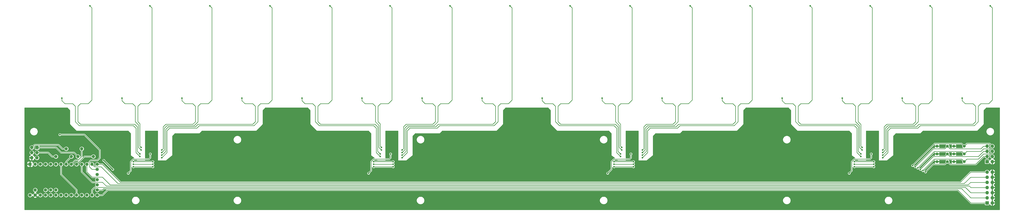
<source format=gbr>
G04 #@! TF.GenerationSoftware,KiCad,Pcbnew,(5.1.7)-1*
G04 #@! TF.CreationDate,2020-11-09T23:38:36-05:00*
G04 #@! TF.ProjectId,OpeNITHM-full,4f70654e-4954-4484-9d2d-66756c6c2e6b,rev?*
G04 #@! TF.SameCoordinates,Original*
G04 #@! TF.FileFunction,Copper,L2,Bot*
G04 #@! TF.FilePolarity,Positive*
%FSLAX46Y46*%
G04 Gerber Fmt 4.6, Leading zero omitted, Abs format (unit mm)*
G04 Created by KiCad (PCBNEW (5.1.7)-1) date 2020-11-09 23:38:36*
%MOMM*%
%LPD*%
G01*
G04 APERTURE LIST*
G04 #@! TA.AperFunction,ComponentPad*
%ADD10O,1.700000X1.700000*%
G04 #@! TD*
G04 #@! TA.AperFunction,ComponentPad*
%ADD11R,1.700000X1.700000*%
G04 #@! TD*
G04 #@! TA.AperFunction,ComponentPad*
%ADD12O,1.400000X1.400000*%
G04 #@! TD*
G04 #@! TA.AperFunction,ComponentPad*
%ADD13C,1.400000*%
G04 #@! TD*
G04 #@! TA.AperFunction,ComponentPad*
%ADD14R,1.600000X1.600000*%
G04 #@! TD*
G04 #@! TA.AperFunction,ComponentPad*
%ADD15C,1.600000*%
G04 #@! TD*
G04 #@! TA.AperFunction,ComponentPad*
%ADD16O,1.600000X1.600000*%
G04 #@! TD*
G04 #@! TA.AperFunction,ViaPad*
%ADD17C,0.800000*%
G04 #@! TD*
G04 #@! TA.AperFunction,Conductor*
%ADD18C,0.250000*%
G04 #@! TD*
G04 #@! TA.AperFunction,Conductor*
%ADD19C,0.508000*%
G04 #@! TD*
G04 #@! TA.AperFunction,Conductor*
%ADD20C,0.254000*%
G04 #@! TD*
G04 #@! TA.AperFunction,Conductor*
%ADD21C,0.100000*%
G04 #@! TD*
G04 APERTURE END LIST*
D10*
X-88040000Y-147955000D03*
X-85500000Y-147955000D03*
X-88040000Y-145415000D03*
X-85500000Y-145415000D03*
X-88040000Y-142875000D03*
D11*
X-85500000Y-142875000D03*
D10*
X384000000Y-155000000D03*
X381460000Y-155000000D03*
X384000000Y-157540000D03*
X381460000Y-157540000D03*
X384000000Y-160080000D03*
X381460000Y-160080000D03*
X384000000Y-162620000D03*
X381460000Y-162620000D03*
X384000000Y-165160000D03*
X381460000Y-165160000D03*
X384000000Y-167700000D03*
X381460000Y-167700000D03*
X384000000Y-170240000D03*
D11*
X381460000Y-170240000D03*
D12*
X356870000Y-142240000D03*
D13*
X361950000Y-142240000D03*
D12*
X356870000Y-146050000D03*
D13*
X361950000Y-146050000D03*
D12*
X365125000Y-146050000D03*
D13*
X370205000Y-146050000D03*
D12*
X365125000Y-142240000D03*
D13*
X370205000Y-142240000D03*
D12*
X365125000Y-149860000D03*
D13*
X370205000Y-149860000D03*
D12*
X356870000Y-149860000D03*
D13*
X361950000Y-149860000D03*
D10*
X384000000Y-142240000D03*
X381460000Y-142240000D03*
X384000000Y-144780000D03*
X381460000Y-144780000D03*
X384000000Y-147320000D03*
X381460000Y-147320000D03*
X384000000Y-149860000D03*
D11*
X381460000Y-149860000D03*
D14*
X-88900000Y-151130000D03*
D15*
X-86360000Y-151130000D03*
X-83820000Y-151130000D03*
X-81280000Y-151130000D03*
X-78740000Y-151130000D03*
X-76200000Y-151130000D03*
X-73660000Y-151130000D03*
X-71120000Y-151130000D03*
X-68580000Y-151130000D03*
X-66040000Y-151130000D03*
X-63500000Y-151130000D03*
X-60960000Y-151130000D03*
X-58420000Y-151130000D03*
X-76200000Y-163830000D03*
X-78740000Y-163830000D03*
X-81280000Y-163830000D03*
X-86360000Y-163830000D03*
X-88900000Y-166370000D03*
X-86360000Y-166370000D03*
X-83820000Y-166370000D03*
X-81280000Y-166370000D03*
X-78740000Y-166370000D03*
X-76200000Y-166370000D03*
X-73660000Y-166370000D03*
X-71120000Y-166370000D03*
X-68580000Y-166370000D03*
X-66040000Y-166370000D03*
X-63500000Y-166370000D03*
X-60960000Y-166370000D03*
X-58420000Y-166370000D03*
X-55880000Y-151130000D03*
X-55880000Y-153670000D03*
X-55880000Y-156210000D03*
X-55880000Y-166370000D03*
X-55880000Y-163830000D03*
X-55880000Y-161290000D03*
X-55880000Y-158750000D03*
D16*
X-57785000Y-147320000D03*
D15*
X-65405000Y-147320000D03*
D16*
X-68580000Y-147320000D03*
D15*
X-76200000Y-147320000D03*
D16*
X-63500000Y-143510000D03*
D15*
X-71120000Y-143510000D03*
D17*
X351155000Y-154940000D03*
X348615000Y-153670000D03*
X346075000Y-152400000D03*
X349885000Y-154305000D03*
X347345000Y-153035000D03*
X344805000Y-151765000D03*
X209550000Y-135255000D03*
X204470000Y-139700000D03*
X91440000Y-135255000D03*
X86360000Y-139700000D03*
X-26670000Y-135255000D03*
X-31750000Y-139700000D03*
X327660000Y-135255000D03*
X322580000Y-139700000D03*
X273685000Y-123825000D03*
X314960000Y-147955000D03*
X336550000Y-137160000D03*
X217170000Y-149860000D03*
X78740000Y-147955000D03*
X196850000Y-147955000D03*
X99060000Y-149860000D03*
X155575000Y-123825000D03*
X155575000Y-149860000D03*
X273685000Y-149860000D03*
X361315000Y-155575000D03*
X48895000Y-134620000D03*
X25400000Y-134620000D03*
X38100000Y-123825000D03*
X38100000Y-149860000D03*
X-19050000Y-149860000D03*
X-39370000Y-147955000D03*
X-69215000Y-134620000D03*
X-90170000Y-125095000D03*
X167005000Y-134620000D03*
X143510000Y-134620000D03*
X261620000Y-134620000D03*
X285115000Y-134620000D03*
X335280000Y-149860000D03*
X-83185000Y-144145000D03*
X381000000Y-124460000D03*
X-45085000Y-172720000D03*
X-28575000Y-149860000D03*
X89535000Y-149860000D03*
X80010000Y-149860000D03*
X198120000Y-149860000D03*
X207645000Y-149860000D03*
X316230000Y-149860000D03*
X325755000Y-149860000D03*
X-38100000Y-149860000D03*
X-28575000Y-151130000D03*
X89535000Y-151130000D03*
X80010000Y-151130000D03*
X198120000Y-151130000D03*
X207645000Y-151130000D03*
X316230000Y-151130000D03*
X325755000Y-151130000D03*
X-38100000Y-151130000D03*
X-28575000Y-152400000D03*
X89535000Y-152400000D03*
X80010000Y-152400000D03*
X198120000Y-152400000D03*
X207645000Y-152400000D03*
X316230000Y-152400000D03*
X325755000Y-152400000D03*
X-38100000Y-152400000D03*
X93980000Y-147955000D03*
X147000000Y-73000000D03*
X93980000Y-145415000D03*
X117500000Y-73000000D03*
X83820000Y-142875000D03*
X88000000Y-73000000D03*
X58500000Y-73000000D03*
X83185000Y-146050000D03*
X29000000Y-73000000D03*
X-24130000Y-147955000D03*
X-500000Y-73000000D03*
X-24130000Y-145415000D03*
X-30000000Y-73000000D03*
X-34290000Y-142875000D03*
X-59500000Y-73000000D03*
X-34925000Y-146050000D03*
X-73250000Y-118500000D03*
X-34925000Y-147320000D03*
X-43750000Y-118500000D03*
X-34290000Y-144145000D03*
X-14250000Y-118500000D03*
X-24130000Y-144145000D03*
X15250000Y-118500000D03*
X-24130000Y-146685000D03*
X44750000Y-118500000D03*
X83185000Y-147320000D03*
X83820000Y-144145000D03*
X74250000Y-118500000D03*
X93980000Y-144145000D03*
X103750000Y-118500000D03*
X93980000Y-146685000D03*
X133250000Y-118500000D03*
X-48260000Y-153670000D03*
X-52705000Y-149225000D03*
X324485000Y-146050000D03*
X313690000Y-155575000D03*
X-29845000Y-146050000D03*
X-40640000Y-155575000D03*
X-74295000Y-136525000D03*
X206375000Y-146050000D03*
X194945000Y-155575000D03*
X88265000Y-146050000D03*
X77470000Y-155575000D03*
X330200000Y-147955000D03*
X383000000Y-73000000D03*
X330200000Y-145415000D03*
X353500000Y-73000000D03*
X320040000Y-142875000D03*
X324000000Y-73000000D03*
X294500000Y-73000000D03*
X319405000Y-146050000D03*
X212090000Y-147955000D03*
X265000000Y-73000000D03*
X212090000Y-145415000D03*
X235500000Y-73000000D03*
X201930000Y-142875000D03*
X206000000Y-73000000D03*
X176500000Y-73000000D03*
X201295000Y-146050000D03*
X330200000Y-146685000D03*
X369250000Y-118500000D03*
X330200000Y-144145000D03*
X339750000Y-118500000D03*
X320040000Y-144145000D03*
X310250000Y-118500000D03*
X280750000Y-118500000D03*
X319405000Y-147320000D03*
X212090000Y-146685000D03*
X251250000Y-118500000D03*
X212090000Y-144145000D03*
X221750000Y-118500000D03*
X201930000Y-144145000D03*
X192250000Y-118500000D03*
X162750000Y-118500000D03*
X201295000Y-147320000D03*
D18*
X351155000Y-154940000D02*
X354965000Y-151130000D01*
X360680000Y-151130000D02*
X361950000Y-149860000D01*
X354965000Y-151130000D02*
X360680000Y-151130000D01*
X361950000Y-149860000D02*
X363220000Y-151130000D01*
X363220000Y-151130000D02*
X375920000Y-151130000D01*
X375920000Y-151130000D02*
X379730000Y-147320000D01*
X379730000Y-147320000D02*
X381460000Y-147320000D01*
X381460000Y-144780000D02*
X379730000Y-144780000D01*
X379730000Y-144780000D02*
X377190000Y-147320000D01*
X377190000Y-147320000D02*
X363220000Y-147320000D01*
X363220000Y-147320000D02*
X361950000Y-146050000D01*
X361950000Y-146050000D02*
X360680000Y-147320000D01*
X360680000Y-147320000D02*
X354965000Y-147320000D01*
X354965000Y-147320000D02*
X348615000Y-153670000D01*
X360680000Y-143510000D02*
X361950000Y-142240000D01*
X354965000Y-143510000D02*
X360680000Y-143510000D01*
X346075000Y-152400000D02*
X354965000Y-143510000D01*
X361950000Y-142240000D02*
X363220000Y-143510000D01*
X363220000Y-143510000D02*
X378460000Y-143510000D01*
X378460000Y-143510000D02*
X379730000Y-142240000D01*
X379730000Y-142240000D02*
X381460000Y-142240000D01*
X349885000Y-154305000D02*
X355600000Y-148590000D01*
X355600000Y-148590000D02*
X368935000Y-148590000D01*
X368935000Y-148590000D02*
X370205000Y-149860000D01*
X370205000Y-149860000D02*
X371475000Y-148590000D01*
X371475000Y-148590000D02*
X377190000Y-148590000D01*
X377190000Y-148590000D02*
X379730000Y-146050000D01*
X384000000Y-147320000D02*
X382730000Y-146050000D01*
X382730000Y-146050000D02*
X379730000Y-146050000D01*
X347345000Y-153035000D02*
X355600000Y-144780000D01*
X355600000Y-144780000D02*
X368935000Y-144780000D01*
X368935000Y-144780000D02*
X370205000Y-146050000D01*
X370205000Y-146050000D02*
X371475000Y-144780000D01*
X371475000Y-144780000D02*
X378460000Y-144780000D01*
X378460000Y-144780000D02*
X379730000Y-143510000D01*
X382730000Y-143510000D02*
X379730000Y-143510000D01*
X384000000Y-144780000D02*
X382730000Y-143510000D01*
X384000000Y-142240000D02*
X382730000Y-140970000D01*
X382730000Y-140970000D02*
X371475000Y-140970000D01*
X371475000Y-140970000D02*
X370205000Y-142240000D01*
X370205000Y-142240000D02*
X368935000Y-140970000D01*
X368935000Y-140970000D02*
X355600000Y-140970000D01*
X355600000Y-140970000D02*
X344805000Y-151765000D01*
X-71120000Y-149860000D02*
X-68580000Y-147320000D01*
X-71120000Y-151130000D02*
X-71120000Y-149860000D01*
X-68580000Y-151130000D02*
X-66675000Y-149225000D01*
X-65405000Y-149225000D02*
X-63500000Y-147320000D01*
X-63500000Y-147320000D02*
X-63500000Y-142875000D01*
X-66675000Y-149225000D02*
X-65405000Y-149225000D01*
X-62230000Y-147320000D02*
X-66040000Y-151130000D01*
X-57785000Y-147320000D02*
X-62230000Y-147320000D01*
X81915000Y-149860000D02*
X81915000Y-149860000D01*
X81915000Y-149860000D02*
X81280000Y-149860000D01*
X81280000Y-149860000D02*
X81280000Y-149860000D01*
X89535000Y-149860000D02*
X81915000Y-149860000D01*
X81280000Y-149860000D02*
X80010000Y-149860000D01*
X198120000Y-149860000D02*
X207010000Y-149860000D01*
X207010000Y-149860000D02*
X207010000Y-149860000D01*
X207010000Y-149860000D02*
X207645000Y-149860000D01*
X207645000Y-149860000D02*
X207645000Y-149860000D01*
X316230000Y-149860000D02*
X325120000Y-149860000D01*
X325120000Y-149860000D02*
X325755000Y-149860000D01*
X325755000Y-149860000D02*
X325755000Y-149860000D01*
X-28575000Y-149860000D02*
X-38100000Y-149860000D01*
X-38100000Y-149860000D02*
X-38100000Y-149860000D01*
X81915000Y-151130000D02*
X81915000Y-151130000D01*
X81915000Y-151130000D02*
X81280000Y-151130000D01*
X89535000Y-151130000D02*
X89535000Y-151130000D01*
X89535000Y-151130000D02*
X81915000Y-151130000D01*
X81280000Y-151130000D02*
X80010000Y-151130000D01*
X198120000Y-151130000D02*
X207010000Y-151130000D01*
X207010000Y-151130000D02*
X207645000Y-151130000D01*
X207645000Y-151130000D02*
X207645000Y-151130000D01*
X316230000Y-151130000D02*
X325120000Y-151130000D01*
X325120000Y-151130000D02*
X325755000Y-151130000D01*
X325755000Y-151130000D02*
X325755000Y-151130000D01*
X-28575000Y-151130000D02*
X-38100000Y-151130000D01*
X-38100000Y-151130000D02*
X-38100000Y-151130000D01*
X-28575000Y-152400000D02*
X-36195000Y-152400000D01*
X81915000Y-152400000D02*
X81280000Y-152400000D01*
X89535000Y-152400000D02*
X81915000Y-152400000D01*
X81280000Y-152400000D02*
X80010000Y-152400000D01*
X198120000Y-152400000D02*
X207010000Y-152400000D01*
X207010000Y-152400000D02*
X207645000Y-152400000D01*
X207645000Y-152400000D02*
X207645000Y-152400000D01*
X316230000Y-152400000D02*
X325120000Y-152400000D01*
X325120000Y-152400000D02*
X325755000Y-152400000D01*
X325755000Y-152400000D02*
X325755000Y-152400000D01*
X-36195000Y-152400000D02*
X-38100000Y-152400000D01*
X-38100000Y-152400000D02*
X-38100000Y-152400000D01*
X96520000Y-145415000D02*
X93980000Y-147955000D01*
X96520000Y-134620000D02*
X96520000Y-145415000D01*
X97790000Y-133350000D02*
X96520000Y-134620000D01*
X112395000Y-132080000D02*
X111125000Y-133350000D01*
X138430000Y-132080000D02*
X112395000Y-132080000D01*
X111125000Y-133350000D02*
X97790000Y-133350000D01*
X139190000Y-132080000D02*
X138430000Y-132080000D01*
X141095000Y-130175000D02*
X139190000Y-132080000D01*
X141095000Y-122555000D02*
X142365000Y-121285000D01*
X148000000Y-74000000D02*
X147000000Y-73000000D01*
X146215000Y-121285000D02*
X148000000Y-119500000D01*
X141095000Y-130175000D02*
X141095000Y-122555000D01*
X148000000Y-119500000D02*
X148000000Y-74000000D01*
X142365000Y-121285000D02*
X146215000Y-121285000D01*
X95250000Y-133350000D02*
X95250000Y-144145000D01*
X109220000Y-132080000D02*
X96520000Y-132080000D01*
X96520000Y-132080000D02*
X95250000Y-133350000D01*
X95250000Y-144145000D02*
X93980000Y-145415000D01*
X109690000Y-132080000D02*
X111595000Y-130175000D01*
X109220000Y-132080000D02*
X109690000Y-132080000D01*
X111595000Y-122555000D02*
X112865000Y-121285000D01*
X118500000Y-74000000D02*
X117500000Y-73000000D01*
X116715000Y-121285000D02*
X118500000Y-119500000D01*
X111595000Y-130175000D02*
X111595000Y-122555000D01*
X118500000Y-119500000D02*
X118500000Y-74000000D01*
X112865000Y-121285000D02*
X116715000Y-121285000D01*
X83185000Y-131265000D02*
X82095000Y-130175000D01*
X83185000Y-142240000D02*
X83185000Y-131265000D01*
X83820000Y-142875000D02*
X83185000Y-142240000D01*
X82095000Y-122555000D02*
X83365000Y-121285000D01*
X89000000Y-74000000D02*
X88000000Y-73000000D01*
X87215000Y-121285000D02*
X89000000Y-119500000D01*
X82095000Y-130175000D02*
X82095000Y-122555000D01*
X89000000Y-119500000D02*
X89000000Y-74000000D01*
X83365000Y-121285000D02*
X87215000Y-121285000D01*
X55245000Y-131445000D02*
X77470000Y-131445000D01*
X81915000Y-144780000D02*
X83185000Y-146050000D01*
X80645000Y-131445000D02*
X81915000Y-132715000D01*
X81915000Y-132715000D02*
X81915000Y-144780000D01*
X77470000Y-131445000D02*
X80645000Y-131445000D01*
X53865000Y-131445000D02*
X52595000Y-130175000D01*
X53975000Y-131445000D02*
X53865000Y-131445000D01*
X53975000Y-131445000D02*
X55245000Y-131445000D01*
X52595000Y-122555000D02*
X53865000Y-121285000D01*
X59500000Y-74000000D02*
X58500000Y-73000000D01*
X57715000Y-121285000D02*
X59500000Y-119500000D01*
X52595000Y-130175000D02*
X52595000Y-122555000D01*
X59500000Y-119500000D02*
X59500000Y-74000000D01*
X53865000Y-121285000D02*
X57715000Y-121285000D01*
X29000000Y-73000000D02*
X30000000Y-74000000D01*
X-6985000Y-133350000D02*
X-20320000Y-133350000D01*
X30000000Y-74000000D02*
X30000000Y-119500000D01*
X-21590000Y-145415000D02*
X-23495000Y-147320000D01*
X-23495000Y-147320000D02*
X-24130000Y-147955000D01*
X30000000Y-119500000D02*
X28215000Y-121285000D01*
X28215000Y-121285000D02*
X24365000Y-121285000D01*
X24365000Y-121285000D02*
X23095000Y-122555000D01*
X23095000Y-130175000D02*
X21190000Y-132080000D01*
X23095000Y-122555000D02*
X23095000Y-130175000D01*
X-21590000Y-134620000D02*
X-21590000Y-145415000D01*
X21190000Y-132080000D02*
X-5715000Y-132080000D01*
X-5715000Y-132080000D02*
X-6985000Y-133350000D01*
X-20320000Y-133350000D02*
X-21590000Y-134620000D01*
X-22860000Y-144145000D02*
X-24130000Y-145415000D01*
X-22860000Y-133350000D02*
X-22860000Y-144145000D01*
X-21590000Y-132080000D02*
X-22860000Y-133350000D01*
X-8255000Y-132080000D02*
X-9525000Y-132080000D01*
X-6405000Y-130230000D02*
X-8255000Y-132080000D01*
X-9525000Y-132080000D02*
X-21590000Y-132080000D01*
X-8890000Y-132080000D02*
X-9525000Y-132080000D01*
X-6405000Y-122555000D02*
X-5135000Y-121285000D01*
X500000Y-74000000D02*
X-500000Y-73000000D01*
X-1285000Y-121285000D02*
X500000Y-119500000D01*
X-6405000Y-130175000D02*
X-6405000Y-122555000D01*
X500000Y-119500000D02*
X500000Y-74000000D01*
X-5135000Y-121285000D02*
X-1285000Y-121285000D01*
X-24130000Y-145415000D02*
X-24130000Y-145415000D01*
X-34925000Y-142240000D02*
X-34290000Y-142875000D01*
X-34925000Y-138430000D02*
X-34925000Y-142240000D01*
X-34290000Y-142875000D02*
X-34290000Y-142875000D01*
X-34925000Y-131155000D02*
X-34925000Y-132080000D01*
X-35905000Y-130175000D02*
X-34925000Y-131155000D01*
X-34925000Y-132080000D02*
X-34925000Y-138430000D01*
X-34925000Y-131445000D02*
X-34925000Y-132080000D01*
X-35905000Y-122555000D02*
X-34635000Y-121285000D01*
X-29000000Y-74000000D02*
X-30000000Y-73000000D01*
X-30785000Y-121285000D02*
X-29000000Y-119500000D01*
X-35905000Y-130175000D02*
X-35905000Y-122555000D01*
X-29000000Y-119500000D02*
X-29000000Y-74000000D01*
X-34635000Y-121285000D02*
X-30785000Y-121285000D01*
X-58500000Y-74000000D02*
X-59500000Y-73000000D01*
X-60285000Y-121285000D02*
X-58500000Y-119500000D01*
X-65405000Y-122555000D02*
X-64135000Y-121285000D01*
X-65405000Y-130175000D02*
X-65405000Y-122555000D01*
X-58500000Y-119500000D02*
X-58500000Y-74000000D01*
X-64135000Y-131445000D02*
X-65405000Y-130175000D01*
X-37465000Y-131445000D02*
X-64135000Y-131445000D01*
X-36195000Y-132715000D02*
X-37465000Y-131445000D01*
X-36195000Y-144780000D02*
X-36195000Y-132715000D01*
X-64135000Y-121285000D02*
X-60285000Y-121285000D01*
X-34925000Y-146050000D02*
X-36195000Y-144780000D01*
X-36830000Y-145415000D02*
X-34925000Y-147320000D01*
X-36830000Y-133350000D02*
X-36830000Y-145415000D01*
X-38100000Y-132080000D02*
X-36830000Y-133350000D01*
X-64770000Y-132080000D02*
X-38100000Y-132080000D01*
X-66675000Y-130175000D02*
X-64770000Y-132080000D01*
X-73250000Y-119790000D02*
X-71755000Y-121285000D01*
X-73250000Y-118500000D02*
X-73250000Y-119790000D01*
X-67945000Y-121285000D02*
X-66675000Y-122555000D01*
X-66675000Y-122555000D02*
X-66675000Y-130175000D01*
X-71755000Y-121285000D02*
X-67945000Y-121285000D01*
X-35560000Y-142875000D02*
X-34290000Y-144145000D01*
X-38445000Y-121285000D02*
X-37175000Y-122555000D01*
X-42255000Y-121285000D02*
X-38445000Y-121285000D01*
X-37175000Y-122555000D02*
X-37175000Y-130175000D01*
X-43750000Y-118500000D02*
X-43750000Y-119790000D01*
X-43750000Y-119790000D02*
X-42255000Y-121285000D01*
X-34290000Y-144145000D02*
X-34290000Y-144145000D01*
X-37175000Y-130175000D02*
X-35560000Y-131790000D01*
X-35560000Y-131790000D02*
X-35560000Y-132715000D01*
X-35560000Y-132715000D02*
X-35560000Y-142875000D01*
X-35560000Y-132080000D02*
X-35560000Y-132715000D01*
X-23495000Y-143510000D02*
X-24130000Y-144145000D01*
X-22225000Y-131445000D02*
X-23495000Y-132715000D01*
X-23495000Y-132715000D02*
X-23495000Y-143510000D01*
X-8945000Y-121285000D02*
X-7675000Y-122555000D01*
X-12755000Y-121285000D02*
X-8945000Y-121285000D01*
X-7675000Y-122555000D02*
X-7675000Y-130175000D01*
X-14250000Y-118500000D02*
X-14250000Y-119790000D01*
X-14250000Y-119790000D02*
X-12755000Y-121285000D01*
X-8890000Y-131445000D02*
X-10160000Y-131445000D01*
X-7675000Y-130230000D02*
X-8890000Y-131445000D01*
X-10160000Y-131445000D02*
X-22225000Y-131445000D01*
X-9525000Y-131445000D02*
X-10160000Y-131445000D01*
X-24130000Y-144145000D02*
X-24130000Y-144145000D01*
X-23495000Y-146050000D02*
X-24130000Y-146685000D01*
X-22225000Y-144780000D02*
X-23495000Y-146050000D01*
X20555000Y-131445000D02*
X-6350000Y-131445000D01*
X-6350000Y-131445000D02*
X-7620000Y-132715000D01*
X21825000Y-130175000D02*
X20555000Y-131445000D01*
X-22225000Y-133985000D02*
X-22225000Y-144780000D01*
X21825000Y-122555000D02*
X21825000Y-130175000D01*
X20555000Y-121285000D02*
X21825000Y-122555000D01*
X16745000Y-121285000D02*
X20555000Y-121285000D01*
X15250000Y-119790000D02*
X16745000Y-121285000D01*
X-20955000Y-132715000D02*
X-22225000Y-133985000D01*
X-7620000Y-132715000D02*
X-20955000Y-132715000D01*
X15250000Y-118500000D02*
X15250000Y-119790000D01*
X50055000Y-121285000D02*
X51325000Y-122555000D01*
X46245000Y-121285000D02*
X50055000Y-121285000D01*
X51325000Y-122555000D02*
X51325000Y-130175000D01*
X44750000Y-118500000D02*
X44750000Y-119790000D01*
X44750000Y-119790000D02*
X46245000Y-121285000D01*
X81280000Y-145415000D02*
X83185000Y-147320000D01*
X80010000Y-132080000D02*
X81280000Y-133350000D01*
X81280000Y-133350000D02*
X81280000Y-145415000D01*
X53230000Y-132080000D02*
X51325000Y-130175000D01*
X53975000Y-132080000D02*
X53230000Y-132080000D01*
X53975000Y-132080000D02*
X80010000Y-132080000D01*
X79555000Y-121285000D02*
X80825000Y-122555000D01*
X75745000Y-121285000D02*
X79555000Y-121285000D01*
X80825000Y-122555000D02*
X80825000Y-130175000D01*
X74250000Y-118500000D02*
X74250000Y-119790000D01*
X74250000Y-119790000D02*
X75745000Y-121285000D01*
X82550000Y-131900000D02*
X80825000Y-130175000D01*
X82550000Y-142875000D02*
X82550000Y-131900000D01*
X83820000Y-144145000D02*
X82550000Y-142875000D01*
X109055000Y-121285000D02*
X110325000Y-122555000D01*
X105245000Y-121285000D02*
X109055000Y-121285000D01*
X110325000Y-122555000D02*
X110325000Y-130175000D01*
X103750000Y-118500000D02*
X103750000Y-119790000D01*
X103750000Y-119790000D02*
X105245000Y-121285000D01*
X94615000Y-143510000D02*
X93980000Y-144145000D01*
X94615000Y-132715000D02*
X94615000Y-143510000D01*
X108585000Y-131445000D02*
X95885000Y-131445000D01*
X95885000Y-131445000D02*
X94615000Y-132715000D01*
X109055000Y-131445000D02*
X110325000Y-130175000D01*
X108585000Y-131445000D02*
X109055000Y-131445000D01*
X138555000Y-121285000D02*
X139825000Y-122555000D01*
X134745000Y-121285000D02*
X138555000Y-121285000D01*
X139825000Y-122555000D02*
X139825000Y-130175000D01*
X133250000Y-118500000D02*
X133250000Y-119790000D01*
X133250000Y-119790000D02*
X134745000Y-121285000D01*
X95885000Y-144780000D02*
X93980000Y-146685000D01*
X95885000Y-133985000D02*
X95885000Y-144780000D01*
X97155000Y-132715000D02*
X95885000Y-133985000D01*
X110490000Y-132715000D02*
X97155000Y-132715000D01*
X111760000Y-131445000D02*
X110490000Y-132715000D01*
X137795000Y-131445000D02*
X111760000Y-131445000D01*
X138555000Y-131445000D02*
X139825000Y-130175000D01*
X137795000Y-131445000D02*
X138555000Y-131445000D01*
X-73660000Y-156210000D02*
X-66040000Y-163830000D01*
X-66040000Y-163830000D02*
X-66040000Y-166370000D01*
X-73660000Y-151130000D02*
X-73660000Y-156210000D01*
X-76200000Y-147320000D02*
X-78105000Y-147320000D01*
X-78105000Y-147320000D02*
X-78740000Y-146685000D01*
X-78740000Y-146685000D02*
X-80010000Y-145415000D01*
X-80010000Y-145415000D02*
X-85500000Y-145415000D01*
X-71120000Y-143510000D02*
X-73025000Y-143510000D01*
X-73025000Y-143510000D02*
X-73660000Y-142875000D01*
X-74930000Y-141605000D02*
X-73025000Y-143510000D01*
X-86770000Y-141605000D02*
X-74930000Y-141605000D01*
X-88040000Y-142875000D02*
X-86770000Y-141605000D01*
X-65405000Y-147320000D02*
X-67310000Y-145415000D01*
X-73025000Y-145415000D02*
X-73660000Y-145415000D01*
X-67310000Y-145415000D02*
X-73025000Y-145415000D01*
X-76200000Y-142875000D02*
X-85500000Y-142875000D01*
X-73660000Y-145415000D02*
X-76200000Y-142875000D01*
D19*
X-48260000Y-153670000D02*
X-52705000Y-149225000D01*
X-52705000Y-149225000D02*
X-52705000Y-149225000D01*
D18*
X324485000Y-146050000D02*
X324485000Y-147955000D01*
X324485000Y-147955000D02*
X323850000Y-148590000D01*
X323850000Y-148590000D02*
X318770000Y-148590000D01*
X318770000Y-148590000D02*
X316230000Y-148590000D01*
X316230000Y-148590000D02*
X314960000Y-149860000D01*
X314960000Y-149860000D02*
X314960000Y-153670000D01*
X314960000Y-153670000D02*
X314960000Y-154305000D01*
X314960000Y-154305000D02*
X313690000Y-155575000D01*
X-40005000Y-154940000D02*
X-40005000Y-154940000D01*
X-40005000Y-154940000D02*
X-40640000Y-155575000D01*
X-39370000Y-154305000D02*
X-40005000Y-154940000D01*
X-39370000Y-149860000D02*
X-39370000Y-154305000D01*
X-38100000Y-148590000D02*
X-39370000Y-149860000D01*
X-30480000Y-148590000D02*
X-38100000Y-148590000D01*
X-29845000Y-147955000D02*
X-30480000Y-148590000D01*
X-29845000Y-146050000D02*
X-29845000Y-147955000D01*
X-55880000Y-153670000D02*
X-58420000Y-153670000D01*
X-58420000Y-153670000D02*
X-59690000Y-152400000D01*
X-59690000Y-152400000D02*
X-59690000Y-149860000D01*
X-59690000Y-149860000D02*
X-59055000Y-149225000D01*
X-59055000Y-149225000D02*
X-55880000Y-149225000D01*
X-55880000Y-149225000D02*
X-54610000Y-147955000D01*
X-54610000Y-147955000D02*
X-54610000Y-144145000D01*
X-54610000Y-144145000D02*
X-59690000Y-139065000D01*
X-59690000Y-139065000D02*
X-62230000Y-136525000D01*
X-62230000Y-136525000D02*
X-74295000Y-136525000D01*
X-74295000Y-136525000D02*
X-74295000Y-136525000D01*
X206375000Y-146050000D02*
X206375000Y-147955000D01*
X206375000Y-147955000D02*
X205740000Y-148590000D01*
X205740000Y-148590000D02*
X198120000Y-148590000D01*
X198120000Y-148590000D02*
X196850000Y-149860000D01*
X196850000Y-153670000D02*
X195580000Y-154940000D01*
X196850000Y-149860000D02*
X196850000Y-153670000D01*
X195580000Y-154940000D02*
X195580000Y-154940000D01*
X195580000Y-154940000D02*
X194945000Y-155575000D01*
X88265000Y-146050000D02*
X88265000Y-147955000D01*
X88265000Y-147955000D02*
X87630000Y-148590000D01*
X87630000Y-148590000D02*
X82111998Y-148590000D01*
X82111998Y-148590000D02*
X81280000Y-148590000D01*
X81280000Y-148590000D02*
X81189999Y-148680001D01*
X81280000Y-148590000D02*
X80010000Y-148590000D01*
X78740000Y-153670000D02*
X78740000Y-154305000D01*
X78740000Y-154305000D02*
X77470000Y-155575000D01*
X80010000Y-148590000D02*
X78740000Y-149860000D01*
X78740000Y-149860000D02*
X78740000Y-153670000D01*
X377095000Y-122555000D02*
X378365000Y-121285000D01*
X384000000Y-74000000D02*
X383000000Y-73000000D01*
X382215000Y-121285000D02*
X384000000Y-119500000D01*
X377095000Y-130175000D02*
X377095000Y-122555000D01*
X384000000Y-119500000D02*
X384000000Y-74000000D01*
X378365000Y-121285000D02*
X382215000Y-121285000D01*
X332740000Y-145415000D02*
X330200000Y-147955000D01*
X332740000Y-134620000D02*
X332740000Y-145415000D01*
X347345000Y-133350000D02*
X334010000Y-133350000D01*
X348615000Y-132080000D02*
X347345000Y-133350000D01*
X334010000Y-133350000D02*
X332740000Y-134620000D01*
X374650000Y-132080000D02*
X348615000Y-132080000D01*
X375190000Y-132080000D02*
X377095000Y-130175000D01*
X374650000Y-132080000D02*
X375190000Y-132080000D01*
X347595000Y-122555000D02*
X348865000Y-121285000D01*
X354500000Y-74000000D02*
X353500000Y-73000000D01*
X352715000Y-121285000D02*
X354500000Y-119500000D01*
X347595000Y-130175000D02*
X347595000Y-122555000D01*
X354500000Y-119500000D02*
X354500000Y-74000000D01*
X348865000Y-121285000D02*
X352715000Y-121285000D01*
X345440000Y-132080000D02*
X332740000Y-132080000D01*
X332740000Y-132080000D02*
X331470000Y-133350000D01*
X331470000Y-144145000D02*
X330200000Y-145415000D01*
X331470000Y-133350000D02*
X331470000Y-144145000D01*
X345690000Y-132080000D02*
X347595000Y-130175000D01*
X345440000Y-132080000D02*
X345690000Y-132080000D01*
X318095000Y-122555000D02*
X319365000Y-121285000D01*
X325000000Y-74000000D02*
X324000000Y-73000000D01*
X323215000Y-121285000D02*
X325000000Y-119500000D01*
X318095000Y-130175000D02*
X318095000Y-122555000D01*
X325000000Y-119500000D02*
X325000000Y-74000000D01*
X319365000Y-121285000D02*
X323215000Y-121285000D01*
X319405000Y-131485000D02*
X318095000Y-130175000D01*
X319405000Y-142240000D02*
X319405000Y-131485000D01*
X320040000Y-142875000D02*
X319405000Y-142240000D01*
X288595000Y-122555000D02*
X289865000Y-121285000D01*
X295500000Y-74000000D02*
X294500000Y-73000000D01*
X293715000Y-121285000D02*
X295500000Y-119500000D01*
X288595000Y-130175000D02*
X288595000Y-122555000D01*
X295500000Y-119500000D02*
X295500000Y-74000000D01*
X289865000Y-121285000D02*
X293715000Y-121285000D01*
X289865000Y-131445000D02*
X288595000Y-130175000D01*
X316865000Y-131445000D02*
X289865000Y-131445000D01*
X318135000Y-132715000D02*
X316865000Y-131445000D01*
X318135000Y-144780000D02*
X318135000Y-132715000D01*
X319405000Y-146050000D02*
X318135000Y-144780000D01*
X259095000Y-122555000D02*
X260365000Y-121285000D01*
X266000000Y-74000000D02*
X265000000Y-73000000D01*
X264215000Y-121285000D02*
X266000000Y-119500000D01*
X259095000Y-130175000D02*
X259095000Y-122555000D01*
X266000000Y-119500000D02*
X266000000Y-74000000D01*
X260365000Y-121285000D02*
X264215000Y-121285000D01*
X230497500Y-132087500D02*
X257182500Y-132087500D01*
X229235000Y-133350000D02*
X230497500Y-132087500D01*
X257182500Y-132087500D02*
X259095000Y-130175000D01*
X215900000Y-133350000D02*
X229235000Y-133350000D01*
X214630000Y-134620000D02*
X215900000Y-133350000D01*
X214630000Y-145415000D02*
X214630000Y-134620000D01*
X212090000Y-147955000D02*
X214630000Y-145415000D01*
X229595000Y-122555000D02*
X230865000Y-121285000D01*
X236500000Y-74000000D02*
X235500000Y-73000000D01*
X234715000Y-121285000D02*
X236500000Y-119500000D01*
X229595000Y-130175000D02*
X229595000Y-122555000D01*
X236500000Y-119500000D02*
X236500000Y-74000000D01*
X230865000Y-121285000D02*
X234715000Y-121285000D01*
X227690000Y-132080000D02*
X229595000Y-130175000D01*
X214630000Y-132080000D02*
X227690000Y-132080000D01*
X213360000Y-133350000D02*
X214630000Y-132080000D01*
X213360000Y-144145000D02*
X213360000Y-133350000D01*
X212090000Y-145415000D02*
X213360000Y-144145000D01*
X200095000Y-122555000D02*
X201365000Y-121285000D01*
X207000000Y-74000000D02*
X206000000Y-73000000D01*
X205215000Y-121285000D02*
X207000000Y-119500000D01*
X200095000Y-130175000D02*
X200095000Y-122555000D01*
X207000000Y-119500000D02*
X207000000Y-74000000D01*
X201365000Y-121285000D02*
X205215000Y-121285000D01*
X201295000Y-131375000D02*
X200095000Y-130175000D01*
X201295000Y-142240000D02*
X201295000Y-131375000D01*
X201930000Y-142875000D02*
X201295000Y-142240000D01*
X170595000Y-122555000D02*
X171865000Y-121285000D01*
X177500000Y-74000000D02*
X176500000Y-73000000D01*
X175715000Y-121285000D02*
X177500000Y-119500000D01*
X170595000Y-130175000D02*
X170595000Y-122555000D01*
X177500000Y-119500000D02*
X177500000Y-74000000D01*
X171865000Y-121285000D02*
X175715000Y-121285000D01*
X200025000Y-144780000D02*
X201295000Y-146050000D01*
X200025000Y-132715000D02*
X200025000Y-144780000D01*
X198755000Y-131445000D02*
X200025000Y-132715000D01*
X171865000Y-131445000D02*
X170595000Y-130175000D01*
X172720000Y-131445000D02*
X171865000Y-131445000D01*
X172720000Y-131445000D02*
X198755000Y-131445000D01*
X374555000Y-121285000D02*
X375825000Y-122555000D01*
X370745000Y-121285000D02*
X374555000Y-121285000D01*
X375825000Y-122555000D02*
X375825000Y-130175000D01*
X369250000Y-118500000D02*
X369250000Y-119790000D01*
X369250000Y-119790000D02*
X370745000Y-121285000D01*
X346710000Y-132715000D02*
X333375000Y-132715000D01*
X347980000Y-131445000D02*
X346710000Y-132715000D01*
X374015000Y-131445000D02*
X347980000Y-131445000D01*
X333375000Y-132715000D02*
X332105000Y-133985000D01*
X332105000Y-133985000D02*
X332105000Y-144780000D01*
X332105000Y-144780000D02*
X330200000Y-146685000D01*
X374555000Y-131445000D02*
X375825000Y-130175000D01*
X374015000Y-131445000D02*
X374555000Y-131445000D01*
X345055000Y-121285000D02*
X346325000Y-122555000D01*
X341245000Y-121285000D02*
X345055000Y-121285000D01*
X346325000Y-122555000D02*
X346325000Y-130175000D01*
X339750000Y-118500000D02*
X339750000Y-119790000D01*
X339750000Y-119790000D02*
X341245000Y-121285000D01*
X330835000Y-143510000D02*
X330200000Y-144145000D01*
X332105000Y-131445000D02*
X330835000Y-132715000D01*
X344805000Y-131445000D02*
X332105000Y-131445000D01*
X330835000Y-132715000D02*
X330835000Y-143510000D01*
X345055000Y-131445000D02*
X346325000Y-130175000D01*
X344805000Y-131445000D02*
X345055000Y-131445000D01*
X315555000Y-121285000D02*
X316825000Y-122555000D01*
X311745000Y-121285000D02*
X315555000Y-121285000D01*
X316825000Y-122555000D02*
X316825000Y-130175000D01*
X310250000Y-118500000D02*
X310250000Y-119790000D01*
X310250000Y-119790000D02*
X311745000Y-121285000D01*
X318770000Y-142875000D02*
X320040000Y-144145000D01*
X318770000Y-132715000D02*
X318770000Y-142875000D01*
X318770000Y-132120000D02*
X316825000Y-130175000D01*
X318770000Y-132715000D02*
X318770000Y-132120000D01*
X286055000Y-121285000D02*
X287325000Y-122555000D01*
X282245000Y-121285000D02*
X286055000Y-121285000D01*
X287325000Y-122555000D02*
X287325000Y-130175000D01*
X280750000Y-118500000D02*
X280750000Y-119790000D01*
X280750000Y-119790000D02*
X282245000Y-121285000D01*
X289230000Y-132080000D02*
X287325000Y-130175000D01*
X316230000Y-132080000D02*
X289230000Y-132080000D01*
X317500000Y-133350000D02*
X316230000Y-132080000D01*
X317500000Y-145415000D02*
X317500000Y-133350000D01*
X319405000Y-147320000D02*
X317500000Y-145415000D01*
X256555000Y-121285000D02*
X257825000Y-122555000D01*
X252745000Y-121285000D02*
X256555000Y-121285000D01*
X257825000Y-122555000D02*
X257825000Y-130175000D01*
X251250000Y-118500000D02*
X251250000Y-119790000D01*
X251250000Y-119790000D02*
X252745000Y-121285000D01*
X256555000Y-131445000D02*
X257825000Y-130175000D01*
X229870000Y-131445000D02*
X256555000Y-131445000D01*
X228600000Y-132715000D02*
X229870000Y-131445000D01*
X215265000Y-132715000D02*
X228600000Y-132715000D01*
X213995000Y-133985000D02*
X215265000Y-132715000D01*
X213995000Y-144780000D02*
X213995000Y-133985000D01*
X212090000Y-146685000D02*
X213995000Y-144780000D01*
X227055000Y-121285000D02*
X228325000Y-122555000D01*
X223245000Y-121285000D02*
X227055000Y-121285000D01*
X228325000Y-122555000D02*
X228325000Y-130175000D01*
X221750000Y-118500000D02*
X221750000Y-119790000D01*
X221750000Y-119790000D02*
X223245000Y-121285000D01*
X213995000Y-131445000D02*
X227055000Y-131445000D01*
X212725000Y-143510000D02*
X212725000Y-132715000D01*
X227055000Y-131445000D02*
X228325000Y-130175000D01*
X212725000Y-132715000D02*
X213995000Y-131445000D01*
X212090000Y-144145000D02*
X212725000Y-143510000D01*
X197555000Y-121285000D02*
X198825000Y-122555000D01*
X193745000Y-121285000D02*
X197555000Y-121285000D01*
X198825000Y-122555000D02*
X198825000Y-130175000D01*
X192250000Y-118500000D02*
X192250000Y-119790000D01*
X192250000Y-119790000D02*
X193745000Y-121285000D01*
X200660000Y-132010000D02*
X198825000Y-130175000D01*
X200660000Y-142875000D02*
X200660000Y-132010000D01*
X201930000Y-144145000D02*
X200660000Y-142875000D01*
X168055000Y-121285000D02*
X169325000Y-122555000D01*
X164245000Y-121285000D02*
X168055000Y-121285000D01*
X169325000Y-122555000D02*
X169325000Y-130175000D01*
X162750000Y-118500000D02*
X162750000Y-119790000D01*
X162750000Y-119790000D02*
X164245000Y-121285000D01*
X199390000Y-133350000D02*
X199390000Y-145415000D01*
X199390000Y-145415000D02*
X201295000Y-147320000D01*
X198120000Y-132080000D02*
X199390000Y-133350000D01*
X171230000Y-132080000D02*
X169325000Y-130175000D01*
X171450000Y-132080000D02*
X171230000Y-132080000D01*
X171450000Y-132080000D02*
X198120000Y-132080000D01*
X-38735000Y-161925000D02*
X332105000Y-161925000D01*
X381460000Y-162620000D02*
X373440000Y-162620000D01*
X373440000Y-162620000D02*
X372745000Y-161925000D01*
X372745000Y-161925000D02*
X332740000Y-161925000D01*
X-46990000Y-161925000D02*
X-38735000Y-161925000D01*
X-51435000Y-161925000D02*
X-46990000Y-161925000D01*
X-53340000Y-160020000D02*
X-51435000Y-161925000D01*
X-58420000Y-160020000D02*
X-53340000Y-160020000D01*
X-63500000Y-154940000D02*
X-58420000Y-160020000D01*
X-63500000Y-151130000D02*
X-63500000Y-154940000D01*
X332105000Y-161925000D02*
X332740000Y-161925000D01*
X373440000Y-165160000D02*
X381460000Y-165160000D01*
X370840000Y-162560000D02*
X373440000Y-165160000D01*
X-57150000Y-162560000D02*
X370840000Y-162560000D01*
X-58420000Y-163830000D02*
X-57150000Y-162560000D01*
X-58420000Y-166370000D02*
X-58420000Y-163830000D01*
X-38735000Y-163195000D02*
X332105000Y-163195000D01*
X-53340000Y-163830000D02*
X-55880000Y-163830000D01*
X373440000Y-167700000D02*
X368935000Y-163195000D01*
X381460000Y-167700000D02*
X373440000Y-167700000D01*
X-53340000Y-163830000D02*
X-52705000Y-163195000D01*
X-52705000Y-163195000D02*
X-47625000Y-163195000D01*
X-47625000Y-163195000D02*
X-38735000Y-163195000D01*
X368935000Y-163195000D02*
X367030000Y-163195000D01*
X367030000Y-163195000D02*
X332105000Y-163195000D01*
X373440000Y-170240000D02*
X381460000Y-170240000D01*
X367030000Y-163830000D02*
X373440000Y-170240000D01*
X-50800000Y-163830000D02*
X367030000Y-163830000D01*
X-53340000Y-166370000D02*
X-50800000Y-163830000D01*
X-55880000Y-166370000D02*
X-53340000Y-166370000D01*
X-38735000Y-160655000D02*
X332105000Y-160655000D01*
X373320000Y-157540000D02*
X370205000Y-160655000D01*
X381460000Y-157540000D02*
X373320000Y-157540000D01*
X-58420000Y-151130000D02*
X-57150000Y-152400000D01*
X-57150000Y-152400000D02*
X-54610000Y-152400000D01*
X-54610000Y-152400000D02*
X-53975000Y-152400000D01*
X-53975000Y-152400000D02*
X-45720000Y-160655000D01*
X-45720000Y-160655000D02*
X-38735000Y-160655000D01*
X332105000Y-160655000D02*
X370205000Y-160655000D01*
X-58420000Y-157480000D02*
X-60960000Y-154940000D01*
X-53340000Y-157480000D02*
X-58420000Y-157480000D01*
X-49530000Y-161290000D02*
X-53340000Y-157480000D01*
X372110000Y-161290000D02*
X-49530000Y-161290000D01*
X-60960000Y-154940000D02*
X-60960000Y-151130000D01*
X373320000Y-160080000D02*
X372110000Y-161290000D01*
X381460000Y-160080000D02*
X373320000Y-160080000D01*
X-53975000Y-151130000D02*
X-55880000Y-151130000D01*
X-53340000Y-151130000D02*
X-53975000Y-151130000D01*
X-44450000Y-160020000D02*
X-53340000Y-151130000D01*
X368300000Y-160020000D02*
X-44450000Y-160020000D01*
X373320000Y-155000000D02*
X368300000Y-160020000D01*
X381460000Y-155000000D02*
X373320000Y-155000000D01*
D20*
X-69342000Y-124512606D02*
X-69342000Y-131445000D01*
X-69339560Y-131469776D01*
X-69332333Y-131493601D01*
X-69320597Y-131515557D01*
X-69304803Y-131534803D01*
X-66129803Y-134709803D01*
X-66110557Y-134725597D01*
X-66088601Y-134737333D01*
X-66064776Y-134744560D01*
X-66040000Y-134747000D01*
X-40692606Y-134747000D01*
X-39497000Y-135942606D01*
X-39497000Y-146685000D01*
X-39496223Y-146699025D01*
X-39491062Y-146723380D01*
X-39481248Y-146746261D01*
X-39467159Y-146766787D01*
X-39449336Y-146784170D01*
X-37824549Y-148084000D01*
X-38075155Y-148084000D01*
X-38100001Y-148081553D01*
X-38124847Y-148084000D01*
X-38124854Y-148084000D01*
X-38189306Y-148090348D01*
X-38199194Y-148091322D01*
X-38243352Y-148104717D01*
X-38294575Y-148120255D01*
X-38382479Y-148167241D01*
X-38459527Y-148230473D01*
X-38475371Y-148249779D01*
X-39710215Y-149484624D01*
X-39729527Y-149500473D01*
X-39792759Y-149577521D01*
X-39839745Y-149665426D01*
X-39868678Y-149760808D01*
X-39876000Y-149835147D01*
X-39876000Y-149835154D01*
X-39878447Y-149860000D01*
X-39876000Y-149884846D01*
X-39875999Y-154095407D01*
X-40345215Y-154564624D01*
X-40364527Y-154580473D01*
X-40380371Y-154599779D01*
X-40574592Y-154794000D01*
X-40716922Y-154794000D01*
X-40867809Y-154824013D01*
X-41009942Y-154882887D01*
X-41137859Y-154968358D01*
X-41246642Y-155077141D01*
X-41332113Y-155205058D01*
X-41390987Y-155347191D01*
X-41421000Y-155498078D01*
X-41421000Y-155651922D01*
X-41390987Y-155802809D01*
X-41332113Y-155944942D01*
X-41246642Y-156072859D01*
X-41137859Y-156181642D01*
X-41009942Y-156267113D01*
X-40867809Y-156325987D01*
X-40716922Y-156356000D01*
X-40563078Y-156356000D01*
X-40412191Y-156325987D01*
X-40270058Y-156267113D01*
X-40142141Y-156181642D01*
X-40033358Y-156072859D01*
X-39947887Y-155944942D01*
X-39889013Y-155802809D01*
X-39859000Y-155651922D01*
X-39859000Y-155509592D01*
X-39664778Y-155315370D01*
X-39645473Y-155299527D01*
X-39629624Y-155280215D01*
X-39029778Y-154680370D01*
X-39010473Y-154664527D01*
X-38947241Y-154587479D01*
X-38900255Y-154499575D01*
X-38871322Y-154404193D01*
X-38864000Y-154329854D01*
X-38861552Y-154305000D01*
X-38864000Y-154280146D01*
X-38864000Y-152562388D01*
X-38850987Y-152627809D01*
X-38792113Y-152769942D01*
X-38706642Y-152897859D01*
X-38597859Y-153006642D01*
X-38469942Y-153092113D01*
X-38327809Y-153150987D01*
X-38176922Y-153181000D01*
X-38023078Y-153181000D01*
X-37872191Y-153150987D01*
X-37730058Y-153092113D01*
X-37602141Y-153006642D01*
X-37501499Y-152906000D01*
X-29173501Y-152906000D01*
X-29072859Y-153006642D01*
X-28944942Y-153092113D01*
X-28802809Y-153150987D01*
X-28651922Y-153181000D01*
X-28498078Y-153181000D01*
X-28347191Y-153150987D01*
X-28205058Y-153092113D01*
X-28077141Y-153006642D01*
X-27968358Y-152897859D01*
X-27882887Y-152769942D01*
X-27824013Y-152627809D01*
X-27794000Y-152476922D01*
X-27794000Y-152323078D01*
X-27824013Y-152172191D01*
X-27882887Y-152030058D01*
X-27968358Y-151902141D01*
X-28077141Y-151793358D01*
X-28119582Y-151765000D01*
X-28077141Y-151736642D01*
X-27968358Y-151627859D01*
X-27882887Y-151499942D01*
X-27824013Y-151357809D01*
X-27794000Y-151206922D01*
X-27794000Y-151053078D01*
X-27824013Y-150902191D01*
X-27882887Y-150760058D01*
X-27968358Y-150632141D01*
X-28077141Y-150523358D01*
X-28119582Y-150495000D01*
X-28077141Y-150466642D01*
X-27968358Y-150357859D01*
X-27882887Y-150229942D01*
X-27824013Y-150087809D01*
X-27794000Y-149936922D01*
X-27794000Y-149783078D01*
X-27824013Y-149632191D01*
X-27882887Y-149490058D01*
X-27968358Y-149362141D01*
X-28077141Y-149253358D01*
X-28205058Y-149167887D01*
X-28347191Y-149109013D01*
X-28498078Y-149079000D01*
X-28651922Y-149079000D01*
X-28802809Y-149109013D01*
X-28944942Y-149167887D01*
X-29072859Y-149253358D01*
X-29173501Y-149354000D01*
X-37501499Y-149354000D01*
X-37602141Y-149253358D01*
X-37730058Y-149167887D01*
X-37872191Y-149109013D01*
X-37898240Y-149103832D01*
X-37890408Y-149096000D01*
X-36559549Y-149096000D01*
X-36274336Y-149324170D01*
X-36243601Y-149342333D01*
X-36219776Y-149349560D01*
X-36195000Y-149352000D01*
X-32385000Y-149352000D01*
X-32360224Y-149349560D01*
X-32336399Y-149342333D01*
X-32314443Y-149330597D01*
X-32295197Y-149314803D01*
X-32279403Y-149295557D01*
X-32267667Y-149273601D01*
X-32260440Y-149249776D01*
X-32258000Y-149225000D01*
X-32258000Y-149096000D01*
X-30504846Y-149096000D01*
X-30480000Y-149098447D01*
X-30455154Y-149096000D01*
X-30455146Y-149096000D01*
X-30380807Y-149088678D01*
X-30285425Y-149059745D01*
X-30197521Y-149012759D01*
X-30120473Y-148949527D01*
X-30104624Y-148930215D01*
X-29504778Y-148330370D01*
X-29485473Y-148314527D01*
X-29422241Y-148237479D01*
X-29375255Y-148149575D01*
X-29346322Y-148054193D01*
X-29339000Y-147979854D01*
X-29339000Y-147979853D01*
X-29336552Y-147955000D01*
X-29339000Y-147930146D01*
X-29339000Y-146648501D01*
X-29238358Y-146547859D01*
X-29152887Y-146419942D01*
X-29094013Y-146277809D01*
X-29064000Y-146126922D01*
X-29064000Y-145973078D01*
X-29094013Y-145822191D01*
X-29152887Y-145680058D01*
X-29238358Y-145552141D01*
X-29347141Y-145443358D01*
X-29475058Y-145357887D01*
X-29617191Y-145299013D01*
X-29768078Y-145269000D01*
X-29921922Y-145269000D01*
X-30072809Y-145299013D01*
X-30214942Y-145357887D01*
X-30342859Y-145443358D01*
X-30451642Y-145552141D01*
X-30537113Y-145680058D01*
X-30595987Y-145822191D01*
X-30626000Y-145973078D01*
X-30626000Y-146126922D01*
X-30595987Y-146277809D01*
X-30537113Y-146419942D01*
X-30451642Y-146547859D01*
X-30351000Y-146648501D01*
X-30350999Y-147745407D01*
X-30689591Y-148084000D01*
X-32258000Y-148084000D01*
X-32258000Y-134747000D01*
X-26162000Y-134747000D01*
X-26162000Y-149225000D01*
X-26159560Y-149249776D01*
X-26152333Y-149273601D01*
X-26140597Y-149295557D01*
X-26124803Y-149314803D01*
X-26105557Y-149330597D01*
X-26083601Y-149342333D01*
X-26059776Y-149349560D01*
X-26035000Y-149352000D01*
X-22225000Y-149352000D01*
X-22189654Y-149346982D01*
X-22166535Y-149337743D01*
X-22145664Y-149324170D01*
X-18970664Y-146784170D01*
X-18960197Y-146774803D01*
X-18944403Y-146755557D01*
X-18932667Y-146733601D01*
X-18925440Y-146709776D01*
X-18923000Y-146685000D01*
X-18923000Y-138804889D01*
X11019000Y-138804889D01*
X11019000Y-139195111D01*
X11095129Y-139577836D01*
X11244461Y-139938355D01*
X11461257Y-140262814D01*
X11737186Y-140538743D01*
X12061645Y-140755539D01*
X12422164Y-140904871D01*
X12804889Y-140981000D01*
X13195111Y-140981000D01*
X13577836Y-140904871D01*
X13938355Y-140755539D01*
X14262814Y-140538743D01*
X14538743Y-140262814D01*
X14755539Y-139938355D01*
X14904871Y-139577836D01*
X14981000Y-139195111D01*
X14981000Y-138804889D01*
X14904871Y-138422164D01*
X14755539Y-138061645D01*
X14538743Y-137737186D01*
X14262814Y-137461257D01*
X13938355Y-137244461D01*
X13577836Y-137095129D01*
X13195111Y-137019000D01*
X12804889Y-137019000D01*
X12422164Y-137095129D01*
X12061645Y-137244461D01*
X11737186Y-137461257D01*
X11461257Y-137737186D01*
X11244461Y-138061645D01*
X11095129Y-138422164D01*
X11019000Y-138804889D01*
X-18923000Y-138804889D01*
X-18923000Y-137212606D01*
X-17727394Y-136017000D01*
X-5715000Y-136017000D01*
X-5690224Y-136014560D01*
X-5666399Y-136007333D01*
X-5644443Y-135995597D01*
X-5625197Y-135979803D01*
X-4392394Y-134747000D01*
X22225000Y-134747000D01*
X22249776Y-134744560D01*
X22273601Y-134737333D01*
X22295557Y-134725597D01*
X22314803Y-134709803D01*
X25489803Y-131534803D01*
X25505597Y-131515557D01*
X25517333Y-131493601D01*
X25524560Y-131469776D01*
X25527000Y-131445000D01*
X25527000Y-124512606D01*
X26722606Y-123317000D01*
X47572394Y-123317000D01*
X48768000Y-124512606D01*
X48768000Y-131445000D01*
X48770440Y-131469776D01*
X48777667Y-131493601D01*
X48789403Y-131515557D01*
X48805197Y-131534803D01*
X51980197Y-134709803D01*
X51999443Y-134725597D01*
X52021399Y-134737333D01*
X52045224Y-134744560D01*
X52070000Y-134747000D01*
X77417394Y-134747000D01*
X78613000Y-135942606D01*
X78613000Y-146685000D01*
X78613777Y-146699025D01*
X78618938Y-146723380D01*
X78628752Y-146746261D01*
X78642841Y-146766787D01*
X78660664Y-146784170D01*
X80285451Y-148084000D01*
X80034845Y-148084000D01*
X80009999Y-148081553D01*
X79985153Y-148084000D01*
X79985146Y-148084000D01*
X79920694Y-148090348D01*
X79910806Y-148091322D01*
X79866648Y-148104717D01*
X79815425Y-148120255D01*
X79727521Y-148167241D01*
X79650473Y-148230473D01*
X79634629Y-148249779D01*
X78399785Y-149484624D01*
X78380473Y-149500473D01*
X78317241Y-149577521D01*
X78270255Y-149665426D01*
X78241322Y-149760808D01*
X78234000Y-149835147D01*
X78234000Y-149835154D01*
X78231553Y-149860000D01*
X78234000Y-149884846D01*
X78234001Y-153645137D01*
X78234000Y-153645147D01*
X78234001Y-154095407D01*
X77535409Y-154794000D01*
X77393078Y-154794000D01*
X77242191Y-154824013D01*
X77100058Y-154882887D01*
X76972141Y-154968358D01*
X76863358Y-155077141D01*
X76777887Y-155205058D01*
X76719013Y-155347191D01*
X76689000Y-155498078D01*
X76689000Y-155651922D01*
X76719013Y-155802809D01*
X76777887Y-155944942D01*
X76863358Y-156072859D01*
X76972141Y-156181642D01*
X77100058Y-156267113D01*
X77242191Y-156325987D01*
X77393078Y-156356000D01*
X77546922Y-156356000D01*
X77697809Y-156325987D01*
X77839942Y-156267113D01*
X77967859Y-156181642D01*
X78076642Y-156072859D01*
X78162113Y-155944942D01*
X78220987Y-155802809D01*
X78251000Y-155651922D01*
X78251000Y-155509591D01*
X79080222Y-154680370D01*
X79099527Y-154664527D01*
X79162759Y-154587479D01*
X79209745Y-154499575D01*
X79227167Y-154442141D01*
X79238678Y-154404194D01*
X79239652Y-154394306D01*
X79246000Y-154329854D01*
X79246000Y-154329847D01*
X79248447Y-154305001D01*
X79246000Y-154280155D01*
X79246000Y-152562388D01*
X79259013Y-152627809D01*
X79317887Y-152769942D01*
X79403358Y-152897859D01*
X79512141Y-153006642D01*
X79640058Y-153092113D01*
X79782191Y-153150987D01*
X79933078Y-153181000D01*
X80086922Y-153181000D01*
X80237809Y-153150987D01*
X80379942Y-153092113D01*
X80507859Y-153006642D01*
X80608501Y-152906000D01*
X88936499Y-152906000D01*
X89037141Y-153006642D01*
X89165058Y-153092113D01*
X89307191Y-153150987D01*
X89458078Y-153181000D01*
X89611922Y-153181000D01*
X89762809Y-153150987D01*
X89904942Y-153092113D01*
X90032859Y-153006642D01*
X90141642Y-152897859D01*
X90227113Y-152769942D01*
X90285987Y-152627809D01*
X90316000Y-152476922D01*
X90316000Y-152323078D01*
X90285987Y-152172191D01*
X90227113Y-152030058D01*
X90141642Y-151902141D01*
X90032859Y-151793358D01*
X89990418Y-151765000D01*
X90032859Y-151736642D01*
X90141642Y-151627859D01*
X90227113Y-151499942D01*
X90285987Y-151357809D01*
X90316000Y-151206922D01*
X90316000Y-151053078D01*
X90285987Y-150902191D01*
X90227113Y-150760058D01*
X90141642Y-150632141D01*
X90032859Y-150523358D01*
X89990418Y-150495000D01*
X90032859Y-150466642D01*
X90141642Y-150357859D01*
X90227113Y-150229942D01*
X90285987Y-150087809D01*
X90316000Y-149936922D01*
X90316000Y-149783078D01*
X90285987Y-149632191D01*
X90227113Y-149490058D01*
X90141642Y-149362141D01*
X90032859Y-149253358D01*
X89904942Y-149167887D01*
X89762809Y-149109013D01*
X89611922Y-149079000D01*
X89458078Y-149079000D01*
X89307191Y-149109013D01*
X89165058Y-149167887D01*
X89037141Y-149253358D01*
X88936499Y-149354000D01*
X80608501Y-149354000D01*
X80507859Y-149253358D01*
X80379942Y-149167887D01*
X80237809Y-149109013D01*
X80211760Y-149103832D01*
X80219592Y-149096000D01*
X80899285Y-149096000D01*
X80907521Y-149102759D01*
X80995425Y-149149746D01*
X81090807Y-149178679D01*
X81189999Y-149188448D01*
X81289191Y-149178679D01*
X81384573Y-149149746D01*
X81472477Y-149102759D01*
X81480713Y-149096000D01*
X81550451Y-149096000D01*
X81835664Y-149324170D01*
X81866399Y-149342333D01*
X81890224Y-149349560D01*
X81915000Y-149352000D01*
X85725000Y-149352000D01*
X85749776Y-149349560D01*
X85773601Y-149342333D01*
X85795557Y-149330597D01*
X85814803Y-149314803D01*
X85830597Y-149295557D01*
X85842333Y-149273601D01*
X85849560Y-149249776D01*
X85852000Y-149225000D01*
X85852000Y-149096000D01*
X87605154Y-149096000D01*
X87630000Y-149098447D01*
X87654846Y-149096000D01*
X87654854Y-149096000D01*
X87729193Y-149088678D01*
X87824575Y-149059745D01*
X87912479Y-149012759D01*
X87989527Y-148949527D01*
X88005376Y-148930215D01*
X88605222Y-148330370D01*
X88624527Y-148314527D01*
X88687759Y-148237479D01*
X88734745Y-148149575D01*
X88763678Y-148054193D01*
X88771000Y-147979854D01*
X88771000Y-147979853D01*
X88773448Y-147955000D01*
X88771000Y-147930146D01*
X88771000Y-146648501D01*
X88871642Y-146547859D01*
X88957113Y-146419942D01*
X89015987Y-146277809D01*
X89046000Y-146126922D01*
X89046000Y-145973078D01*
X89015987Y-145822191D01*
X88957113Y-145680058D01*
X88871642Y-145552141D01*
X88762859Y-145443358D01*
X88634942Y-145357887D01*
X88492809Y-145299013D01*
X88341922Y-145269000D01*
X88188078Y-145269000D01*
X88037191Y-145299013D01*
X87895058Y-145357887D01*
X87767141Y-145443358D01*
X87658358Y-145552141D01*
X87572887Y-145680058D01*
X87514013Y-145822191D01*
X87484000Y-145973078D01*
X87484000Y-146126922D01*
X87514013Y-146277809D01*
X87572887Y-146419942D01*
X87658358Y-146547859D01*
X87759000Y-146648501D01*
X87759001Y-147745407D01*
X87420409Y-148084000D01*
X85852000Y-148084000D01*
X85852000Y-134747000D01*
X91948000Y-134747000D01*
X91948000Y-149225000D01*
X91950440Y-149249776D01*
X91957667Y-149273601D01*
X91969403Y-149295557D01*
X91985197Y-149314803D01*
X92004443Y-149330597D01*
X92026399Y-149342333D01*
X92050224Y-149349560D01*
X92075000Y-149352000D01*
X95885000Y-149352000D01*
X95920346Y-149346982D01*
X95943465Y-149337743D01*
X95964336Y-149324170D01*
X99139336Y-146784170D01*
X99149803Y-146774803D01*
X99165597Y-146755557D01*
X99177333Y-146733601D01*
X99184560Y-146709776D01*
X99187000Y-146685000D01*
X99187000Y-138804889D01*
X101019000Y-138804889D01*
X101019000Y-139195111D01*
X101095129Y-139577836D01*
X101244461Y-139938355D01*
X101461257Y-140262814D01*
X101737186Y-140538743D01*
X102061645Y-140755539D01*
X102422164Y-140904871D01*
X102804889Y-140981000D01*
X103195111Y-140981000D01*
X103577836Y-140904871D01*
X103938355Y-140755539D01*
X104262814Y-140538743D01*
X104538743Y-140262814D01*
X104755539Y-139938355D01*
X104904871Y-139577836D01*
X104981000Y-139195111D01*
X104981000Y-138804889D01*
X191019000Y-138804889D01*
X191019000Y-139195111D01*
X191095129Y-139577836D01*
X191244461Y-139938355D01*
X191461257Y-140262814D01*
X191737186Y-140538743D01*
X192061645Y-140755539D01*
X192422164Y-140904871D01*
X192804889Y-140981000D01*
X193195111Y-140981000D01*
X193577836Y-140904871D01*
X193938355Y-140755539D01*
X194262814Y-140538743D01*
X194538743Y-140262814D01*
X194755539Y-139938355D01*
X194904871Y-139577836D01*
X194981000Y-139195111D01*
X194981000Y-138804889D01*
X194904871Y-138422164D01*
X194755539Y-138061645D01*
X194538743Y-137737186D01*
X194262814Y-137461257D01*
X193938355Y-137244461D01*
X193577836Y-137095129D01*
X193195111Y-137019000D01*
X192804889Y-137019000D01*
X192422164Y-137095129D01*
X192061645Y-137244461D01*
X191737186Y-137461257D01*
X191461257Y-137737186D01*
X191244461Y-138061645D01*
X191095129Y-138422164D01*
X191019000Y-138804889D01*
X104981000Y-138804889D01*
X104904871Y-138422164D01*
X104755539Y-138061645D01*
X104538743Y-137737186D01*
X104262814Y-137461257D01*
X103938355Y-137244461D01*
X103577836Y-137095129D01*
X103195111Y-137019000D01*
X102804889Y-137019000D01*
X102422164Y-137095129D01*
X102061645Y-137244461D01*
X101737186Y-137461257D01*
X101461257Y-137737186D01*
X101244461Y-138061645D01*
X101095129Y-138422164D01*
X101019000Y-138804889D01*
X99187000Y-138804889D01*
X99187000Y-137212606D01*
X100382606Y-136017000D01*
X112395000Y-136017000D01*
X112419776Y-136014560D01*
X112443601Y-136007333D01*
X112465557Y-135995597D01*
X112484803Y-135979803D01*
X113717606Y-134747000D01*
X140335000Y-134747000D01*
X140359776Y-134744560D01*
X140383601Y-134737333D01*
X140405557Y-134725597D01*
X140424803Y-134709803D01*
X143599803Y-131534803D01*
X143615597Y-131515557D01*
X143627333Y-131493601D01*
X143634560Y-131469776D01*
X143637000Y-131445000D01*
X143637000Y-124512606D01*
X144832606Y-123317000D01*
X165682394Y-123317000D01*
X166878000Y-124512606D01*
X166878000Y-131445000D01*
X166880440Y-131469776D01*
X166887667Y-131493601D01*
X166899403Y-131515557D01*
X166915197Y-131534803D01*
X170090197Y-134709803D01*
X170109443Y-134725597D01*
X170131399Y-134737333D01*
X170155224Y-134744560D01*
X170180000Y-134747000D01*
X195527394Y-134747000D01*
X196723000Y-135942606D01*
X196723000Y-146685000D01*
X196723777Y-146699025D01*
X196728938Y-146723380D01*
X196738752Y-146746261D01*
X196752841Y-146766787D01*
X196770664Y-146784170D01*
X198395451Y-148084000D01*
X198144845Y-148084000D01*
X198119999Y-148081553D01*
X198095153Y-148084000D01*
X198095146Y-148084000D01*
X198030694Y-148090348D01*
X198020806Y-148091322D01*
X197976648Y-148104717D01*
X197925425Y-148120255D01*
X197837521Y-148167241D01*
X197760473Y-148230473D01*
X197744629Y-148249779D01*
X196509785Y-149484624D01*
X196490473Y-149500473D01*
X196427241Y-149577521D01*
X196380255Y-149665426D01*
X196351322Y-149760808D01*
X196344000Y-149835147D01*
X196344000Y-149835154D01*
X196341553Y-149860000D01*
X196344000Y-149884846D01*
X196344001Y-153460407D01*
X195239785Y-154564624D01*
X195220473Y-154580473D01*
X195204629Y-154599779D01*
X195010408Y-154794000D01*
X194868078Y-154794000D01*
X194717191Y-154824013D01*
X194575058Y-154882887D01*
X194447141Y-154968358D01*
X194338358Y-155077141D01*
X194252887Y-155205058D01*
X194194013Y-155347191D01*
X194164000Y-155498078D01*
X194164000Y-155651922D01*
X194194013Y-155802809D01*
X194252887Y-155944942D01*
X194338358Y-156072859D01*
X194447141Y-156181642D01*
X194575058Y-156267113D01*
X194717191Y-156325987D01*
X194868078Y-156356000D01*
X195021922Y-156356000D01*
X195172809Y-156325987D01*
X195314942Y-156267113D01*
X195442859Y-156181642D01*
X195551642Y-156072859D01*
X195637113Y-155944942D01*
X195695987Y-155802809D01*
X195726000Y-155651922D01*
X195726000Y-155509592D01*
X195920222Y-155315370D01*
X195939527Y-155299527D01*
X195955376Y-155280215D01*
X197190222Y-154045370D01*
X197209527Y-154029527D01*
X197272759Y-153952479D01*
X197319745Y-153864575D01*
X197337167Y-153807141D01*
X197348678Y-153769194D01*
X197349652Y-153759306D01*
X197356000Y-153694854D01*
X197356000Y-153694847D01*
X197358447Y-153670001D01*
X197356000Y-153645155D01*
X197356000Y-152562388D01*
X197369013Y-152627809D01*
X197427887Y-152769942D01*
X197513358Y-152897859D01*
X197622141Y-153006642D01*
X197750058Y-153092113D01*
X197892191Y-153150987D01*
X198043078Y-153181000D01*
X198196922Y-153181000D01*
X198347809Y-153150987D01*
X198489942Y-153092113D01*
X198617859Y-153006642D01*
X198718501Y-152906000D01*
X207046499Y-152906000D01*
X207147141Y-153006642D01*
X207275058Y-153092113D01*
X207417191Y-153150987D01*
X207568078Y-153181000D01*
X207721922Y-153181000D01*
X207872809Y-153150987D01*
X208014942Y-153092113D01*
X208142859Y-153006642D01*
X208251642Y-152897859D01*
X208337113Y-152769942D01*
X208395987Y-152627809D01*
X208426000Y-152476922D01*
X208426000Y-152323078D01*
X208395987Y-152172191D01*
X208337113Y-152030058D01*
X208251642Y-151902141D01*
X208142859Y-151793358D01*
X208100418Y-151765000D01*
X208142859Y-151736642D01*
X208251642Y-151627859D01*
X208337113Y-151499942D01*
X208395987Y-151357809D01*
X208426000Y-151206922D01*
X208426000Y-151053078D01*
X208395987Y-150902191D01*
X208337113Y-150760058D01*
X208251642Y-150632141D01*
X208142859Y-150523358D01*
X208100418Y-150495000D01*
X208142859Y-150466642D01*
X208251642Y-150357859D01*
X208337113Y-150229942D01*
X208395987Y-150087809D01*
X208426000Y-149936922D01*
X208426000Y-149783078D01*
X208395987Y-149632191D01*
X208337113Y-149490058D01*
X208251642Y-149362141D01*
X208142859Y-149253358D01*
X208014942Y-149167887D01*
X207872809Y-149109013D01*
X207721922Y-149079000D01*
X207568078Y-149079000D01*
X207417191Y-149109013D01*
X207275058Y-149167887D01*
X207147141Y-149253358D01*
X207046499Y-149354000D01*
X198718501Y-149354000D01*
X198617859Y-149253358D01*
X198489942Y-149167887D01*
X198347809Y-149109013D01*
X198321760Y-149103832D01*
X198329592Y-149096000D01*
X199660451Y-149096000D01*
X199945664Y-149324170D01*
X199976399Y-149342333D01*
X200000224Y-149349560D01*
X200025000Y-149352000D01*
X203835000Y-149352000D01*
X203859776Y-149349560D01*
X203883601Y-149342333D01*
X203905557Y-149330597D01*
X203924803Y-149314803D01*
X203940597Y-149295557D01*
X203952333Y-149273601D01*
X203959560Y-149249776D01*
X203962000Y-149225000D01*
X203962000Y-149096000D01*
X205715154Y-149096000D01*
X205740000Y-149098447D01*
X205764846Y-149096000D01*
X205764854Y-149096000D01*
X205839193Y-149088678D01*
X205934575Y-149059745D01*
X206022479Y-149012759D01*
X206099527Y-148949527D01*
X206115376Y-148930215D01*
X206715222Y-148330370D01*
X206734527Y-148314527D01*
X206797759Y-148237479D01*
X206844745Y-148149575D01*
X206873678Y-148054193D01*
X206881000Y-147979854D01*
X206881000Y-147979853D01*
X206883448Y-147955000D01*
X206881000Y-147930146D01*
X206881000Y-146648501D01*
X206981642Y-146547859D01*
X207067113Y-146419942D01*
X207125987Y-146277809D01*
X207156000Y-146126922D01*
X207156000Y-145973078D01*
X207125987Y-145822191D01*
X207067113Y-145680058D01*
X206981642Y-145552141D01*
X206872859Y-145443358D01*
X206744942Y-145357887D01*
X206602809Y-145299013D01*
X206451922Y-145269000D01*
X206298078Y-145269000D01*
X206147191Y-145299013D01*
X206005058Y-145357887D01*
X205877141Y-145443358D01*
X205768358Y-145552141D01*
X205682887Y-145680058D01*
X205624013Y-145822191D01*
X205594000Y-145973078D01*
X205594000Y-146126922D01*
X205624013Y-146277809D01*
X205682887Y-146419942D01*
X205768358Y-146547859D01*
X205869000Y-146648501D01*
X205869001Y-147745407D01*
X205530409Y-148084000D01*
X203962000Y-148084000D01*
X203962000Y-134747000D01*
X210058000Y-134747000D01*
X210058000Y-149225000D01*
X210060440Y-149249776D01*
X210067667Y-149273601D01*
X210079403Y-149295557D01*
X210095197Y-149314803D01*
X210114443Y-149330597D01*
X210136399Y-149342333D01*
X210160224Y-149349560D01*
X210185000Y-149352000D01*
X213995000Y-149352000D01*
X214030346Y-149346982D01*
X214053465Y-149337743D01*
X214074336Y-149324170D01*
X217249336Y-146784170D01*
X217259803Y-146774803D01*
X217275597Y-146755557D01*
X217287333Y-146733601D01*
X217294560Y-146709776D01*
X217297000Y-146685000D01*
X217297000Y-138804889D01*
X281019000Y-138804889D01*
X281019000Y-139195111D01*
X281095129Y-139577836D01*
X281244461Y-139938355D01*
X281461257Y-140262814D01*
X281737186Y-140538743D01*
X282061645Y-140755539D01*
X282422164Y-140904871D01*
X282804889Y-140981000D01*
X283195111Y-140981000D01*
X283577836Y-140904871D01*
X283938355Y-140755539D01*
X284262814Y-140538743D01*
X284538743Y-140262814D01*
X284755539Y-139938355D01*
X284904871Y-139577836D01*
X284981000Y-139195111D01*
X284981000Y-138804889D01*
X284904871Y-138422164D01*
X284755539Y-138061645D01*
X284538743Y-137737186D01*
X284262814Y-137461257D01*
X283938355Y-137244461D01*
X283577836Y-137095129D01*
X283195111Y-137019000D01*
X282804889Y-137019000D01*
X282422164Y-137095129D01*
X282061645Y-137244461D01*
X281737186Y-137461257D01*
X281461257Y-137737186D01*
X281244461Y-138061645D01*
X281095129Y-138422164D01*
X281019000Y-138804889D01*
X217297000Y-138804889D01*
X217297000Y-137212606D01*
X218492606Y-136017000D01*
X230505000Y-136017000D01*
X230529776Y-136014560D01*
X230553601Y-136007333D01*
X230575557Y-135995597D01*
X230594803Y-135979803D01*
X231827606Y-134747000D01*
X258445000Y-134747000D01*
X258469776Y-134744560D01*
X258493601Y-134737333D01*
X258515557Y-134725597D01*
X258534803Y-134709803D01*
X261709803Y-131534803D01*
X261725597Y-131515557D01*
X261737333Y-131493601D01*
X261744560Y-131469776D01*
X261747000Y-131445000D01*
X261747000Y-124512606D01*
X262942606Y-123317000D01*
X283792394Y-123317000D01*
X284988000Y-124512606D01*
X284988000Y-131445000D01*
X284990440Y-131469776D01*
X284997667Y-131493601D01*
X285009403Y-131515557D01*
X285025197Y-131534803D01*
X288200197Y-134709803D01*
X288219443Y-134725597D01*
X288241399Y-134737333D01*
X288265224Y-134744560D01*
X288290000Y-134747000D01*
X313637394Y-134747000D01*
X314833000Y-135942606D01*
X314833000Y-146685000D01*
X314833777Y-146699025D01*
X314838938Y-146723380D01*
X314848752Y-146746261D01*
X314862841Y-146766787D01*
X314880664Y-146784170D01*
X316505451Y-148084000D01*
X316254845Y-148084000D01*
X316229999Y-148081553D01*
X316205153Y-148084000D01*
X316205146Y-148084000D01*
X316140694Y-148090348D01*
X316130806Y-148091322D01*
X316086648Y-148104717D01*
X316035425Y-148120255D01*
X315947521Y-148167241D01*
X315870473Y-148230473D01*
X315854629Y-148249779D01*
X314619785Y-149484624D01*
X314600473Y-149500473D01*
X314537241Y-149577521D01*
X314490255Y-149665426D01*
X314461322Y-149760808D01*
X314454000Y-149835147D01*
X314454000Y-149835154D01*
X314451553Y-149860000D01*
X314454000Y-149884846D01*
X314454001Y-153645137D01*
X314454000Y-153645147D01*
X314454001Y-154095407D01*
X313755409Y-154794000D01*
X313613078Y-154794000D01*
X313462191Y-154824013D01*
X313320058Y-154882887D01*
X313192141Y-154968358D01*
X313083358Y-155077141D01*
X312997887Y-155205058D01*
X312939013Y-155347191D01*
X312909000Y-155498078D01*
X312909000Y-155651922D01*
X312939013Y-155802809D01*
X312997887Y-155944942D01*
X313083358Y-156072859D01*
X313192141Y-156181642D01*
X313320058Y-156267113D01*
X313462191Y-156325987D01*
X313613078Y-156356000D01*
X313766922Y-156356000D01*
X313917809Y-156325987D01*
X314059942Y-156267113D01*
X314187859Y-156181642D01*
X314296642Y-156072859D01*
X314382113Y-155944942D01*
X314440987Y-155802809D01*
X314471000Y-155651922D01*
X314471000Y-155509591D01*
X315300222Y-154680370D01*
X315319527Y-154664527D01*
X315382759Y-154587479D01*
X315429745Y-154499575D01*
X315447167Y-154442141D01*
X315458678Y-154404194D01*
X315459652Y-154394306D01*
X315466000Y-154329854D01*
X315466000Y-154329847D01*
X315468447Y-154305001D01*
X315466000Y-154280155D01*
X315466000Y-152562388D01*
X315479013Y-152627809D01*
X315537887Y-152769942D01*
X315623358Y-152897859D01*
X315732141Y-153006642D01*
X315860058Y-153092113D01*
X316002191Y-153150987D01*
X316153078Y-153181000D01*
X316306922Y-153181000D01*
X316457809Y-153150987D01*
X316599942Y-153092113D01*
X316727859Y-153006642D01*
X316828501Y-152906000D01*
X325156499Y-152906000D01*
X325257141Y-153006642D01*
X325385058Y-153092113D01*
X325527191Y-153150987D01*
X325678078Y-153181000D01*
X325831922Y-153181000D01*
X325982809Y-153150987D01*
X326124942Y-153092113D01*
X326252859Y-153006642D01*
X326361642Y-152897859D01*
X326447113Y-152769942D01*
X326505987Y-152627809D01*
X326536000Y-152476922D01*
X326536000Y-152323078D01*
X326505987Y-152172191D01*
X326447113Y-152030058D01*
X326361642Y-151902141D01*
X326252859Y-151793358D01*
X326210418Y-151765000D01*
X326252859Y-151736642D01*
X326301423Y-151688078D01*
X344024000Y-151688078D01*
X344024000Y-151841922D01*
X344054013Y-151992809D01*
X344112887Y-152134942D01*
X344198358Y-152262859D01*
X344307141Y-152371642D01*
X344435058Y-152457113D01*
X344577191Y-152515987D01*
X344728078Y-152546000D01*
X344881922Y-152546000D01*
X345032809Y-152515987D01*
X345174942Y-152457113D01*
X345294000Y-152377561D01*
X345294000Y-152476922D01*
X345324013Y-152627809D01*
X345382887Y-152769942D01*
X345468358Y-152897859D01*
X345577141Y-153006642D01*
X345705058Y-153092113D01*
X345847191Y-153150987D01*
X345998078Y-153181000D01*
X346151922Y-153181000D01*
X346302809Y-153150987D01*
X346444942Y-153092113D01*
X346564000Y-153012561D01*
X346564000Y-153111922D01*
X346594013Y-153262809D01*
X346652887Y-153404942D01*
X346738358Y-153532859D01*
X346847141Y-153641642D01*
X346975058Y-153727113D01*
X347117191Y-153785987D01*
X347268078Y-153816000D01*
X347421922Y-153816000D01*
X347572809Y-153785987D01*
X347714942Y-153727113D01*
X347834000Y-153647561D01*
X347834000Y-153746922D01*
X347864013Y-153897809D01*
X347922887Y-154039942D01*
X348008358Y-154167859D01*
X348117141Y-154276642D01*
X348245058Y-154362113D01*
X348387191Y-154420987D01*
X348538078Y-154451000D01*
X348691922Y-154451000D01*
X348842809Y-154420987D01*
X348984942Y-154362113D01*
X349104000Y-154282561D01*
X349104000Y-154381922D01*
X349134013Y-154532809D01*
X349192887Y-154674942D01*
X349278358Y-154802859D01*
X349387141Y-154911642D01*
X349515058Y-154997113D01*
X349657191Y-155055987D01*
X349808078Y-155086000D01*
X349961922Y-155086000D01*
X350112809Y-155055987D01*
X350254942Y-154997113D01*
X350374000Y-154917561D01*
X350374000Y-155016922D01*
X350404013Y-155167809D01*
X350462887Y-155309942D01*
X350548358Y-155437859D01*
X350657141Y-155546642D01*
X350785058Y-155632113D01*
X350927191Y-155690987D01*
X351078078Y-155721000D01*
X351231922Y-155721000D01*
X351382809Y-155690987D01*
X351524942Y-155632113D01*
X351652859Y-155546642D01*
X351761642Y-155437859D01*
X351847113Y-155309942D01*
X351905987Y-155167809D01*
X351936000Y-155016922D01*
X351936000Y-154874591D01*
X355174592Y-151636000D01*
X360655154Y-151636000D01*
X360680000Y-151638447D01*
X360704846Y-151636000D01*
X360704854Y-151636000D01*
X360779193Y-151628678D01*
X360874575Y-151599745D01*
X360962479Y-151552759D01*
X361039527Y-151489527D01*
X361055376Y-151470215D01*
X361628639Y-150896953D01*
X361634684Y-150899457D01*
X361843531Y-150941000D01*
X362056469Y-150941000D01*
X362265316Y-150899457D01*
X362271361Y-150896953D01*
X362844628Y-151470220D01*
X362860473Y-151489527D01*
X362937521Y-151552759D01*
X363025425Y-151599745D01*
X363120806Y-151628678D01*
X363130694Y-151629652D01*
X363195146Y-151636000D01*
X363195153Y-151636000D01*
X363219999Y-151638447D01*
X363244845Y-151636000D01*
X375895154Y-151636000D01*
X375920000Y-151638447D01*
X375944846Y-151636000D01*
X375944854Y-151636000D01*
X376019193Y-151628678D01*
X376114575Y-151599745D01*
X376202479Y-151552759D01*
X376279527Y-151489527D01*
X376295376Y-151470215D01*
X379939592Y-147826000D01*
X380337168Y-147826000D01*
X380369102Y-147903097D01*
X380503820Y-148104717D01*
X380675283Y-148276180D01*
X380876903Y-148410898D01*
X381100931Y-148503693D01*
X381338757Y-148551000D01*
X381581243Y-148551000D01*
X381819069Y-148503693D01*
X382043097Y-148410898D01*
X382244717Y-148276180D01*
X382416180Y-148104717D01*
X382550898Y-147903097D01*
X382643693Y-147679069D01*
X382691000Y-147441243D01*
X382691000Y-147198757D01*
X382643693Y-146960931D01*
X382550898Y-146736903D01*
X382430023Y-146556000D01*
X382520409Y-146556000D01*
X382848242Y-146883833D01*
X382816307Y-146960931D01*
X382769000Y-147198757D01*
X382769000Y-147441243D01*
X382816307Y-147679069D01*
X382909102Y-147903097D01*
X383043820Y-148104717D01*
X383215283Y-148276180D01*
X383416903Y-148410898D01*
X383531168Y-148458228D01*
X383368748Y-148515843D01*
X383118645Y-148664822D01*
X382902412Y-148859731D01*
X382728359Y-149093080D01*
X382692843Y-149167645D01*
X382692843Y-149010000D01*
X382685487Y-148935311D01*
X382663701Y-148863492D01*
X382628322Y-148797304D01*
X382580711Y-148739289D01*
X382522696Y-148691678D01*
X382456508Y-148656299D01*
X382384689Y-148634513D01*
X382310000Y-148627157D01*
X380610000Y-148627157D01*
X380535311Y-148634513D01*
X380463492Y-148656299D01*
X380397304Y-148691678D01*
X380339289Y-148739289D01*
X380291678Y-148797304D01*
X380256299Y-148863492D01*
X380234513Y-148935311D01*
X380227157Y-149010000D01*
X380227157Y-150710000D01*
X380234513Y-150784689D01*
X380256299Y-150856508D01*
X380291678Y-150922696D01*
X380339289Y-150980711D01*
X380397304Y-151028322D01*
X380463492Y-151063701D01*
X380535311Y-151085487D01*
X380610000Y-151092843D01*
X382310000Y-151092843D01*
X382384689Y-151085487D01*
X382456508Y-151063701D01*
X382522696Y-151028322D01*
X382580711Y-150980711D01*
X382628322Y-150922696D01*
X382663701Y-150856508D01*
X382685487Y-150784689D01*
X382692843Y-150710000D01*
X382692843Y-150552355D01*
X382728359Y-150626920D01*
X382902412Y-150860269D01*
X383118645Y-151055178D01*
X383368748Y-151204157D01*
X383643109Y-151301481D01*
X383873000Y-151180814D01*
X383873000Y-149987000D01*
X384127000Y-149987000D01*
X384127000Y-151180814D01*
X384356891Y-151301481D01*
X384631252Y-151204157D01*
X384881355Y-151055178D01*
X385097588Y-150860269D01*
X385271641Y-150626920D01*
X385396825Y-150364099D01*
X385441476Y-150216890D01*
X385320155Y-149987000D01*
X384127000Y-149987000D01*
X383873000Y-149987000D01*
X383853000Y-149987000D01*
X383853000Y-149733000D01*
X383873000Y-149733000D01*
X383873000Y-149713000D01*
X384127000Y-149713000D01*
X384127000Y-149733000D01*
X385320155Y-149733000D01*
X385441476Y-149503110D01*
X385396825Y-149355901D01*
X385271641Y-149093080D01*
X385097588Y-148859731D01*
X384881355Y-148664822D01*
X384631252Y-148515843D01*
X384468832Y-148458228D01*
X384583097Y-148410898D01*
X384784717Y-148276180D01*
X384956180Y-148104717D01*
X385090898Y-147903097D01*
X385183693Y-147679069D01*
X385231000Y-147441243D01*
X385231000Y-147198757D01*
X385183693Y-146960931D01*
X385090898Y-146736903D01*
X384956180Y-146535283D01*
X384784717Y-146363820D01*
X384583097Y-146229102D01*
X384359069Y-146136307D01*
X384121243Y-146089000D01*
X383878757Y-146089000D01*
X383640931Y-146136307D01*
X383563833Y-146168242D01*
X383105376Y-145709785D01*
X383089527Y-145690473D01*
X383012479Y-145627241D01*
X382924575Y-145580255D01*
X382829193Y-145551322D01*
X382754854Y-145544000D01*
X382754846Y-145544000D01*
X382730000Y-145541553D01*
X382705154Y-145544000D01*
X382430023Y-145544000D01*
X382550898Y-145363097D01*
X382643693Y-145139069D01*
X382691000Y-144901243D01*
X382691000Y-144658757D01*
X382643693Y-144420931D01*
X382550898Y-144196903D01*
X382430023Y-144016000D01*
X382520409Y-144016000D01*
X382848242Y-144343833D01*
X382816307Y-144420931D01*
X382769000Y-144658757D01*
X382769000Y-144901243D01*
X382816307Y-145139069D01*
X382909102Y-145363097D01*
X383043820Y-145564717D01*
X383215283Y-145736180D01*
X383416903Y-145870898D01*
X383640931Y-145963693D01*
X383878757Y-146011000D01*
X384121243Y-146011000D01*
X384359069Y-145963693D01*
X384583097Y-145870898D01*
X384784717Y-145736180D01*
X384956180Y-145564717D01*
X385090898Y-145363097D01*
X385183693Y-145139069D01*
X385231000Y-144901243D01*
X385231000Y-144658757D01*
X385183693Y-144420931D01*
X385090898Y-144196903D01*
X384956180Y-143995283D01*
X384784717Y-143823820D01*
X384583097Y-143689102D01*
X384359069Y-143596307D01*
X384121243Y-143549000D01*
X383878757Y-143549000D01*
X383640931Y-143596307D01*
X383563833Y-143628242D01*
X383105376Y-143169785D01*
X383089527Y-143150473D01*
X383012479Y-143087241D01*
X382924575Y-143040255D01*
X382829193Y-143011322D01*
X382754854Y-143004000D01*
X382754846Y-143004000D01*
X382730000Y-143001553D01*
X382705154Y-143004000D01*
X382430023Y-143004000D01*
X382550898Y-142823097D01*
X382643693Y-142599069D01*
X382691000Y-142361243D01*
X382691000Y-142118757D01*
X382643693Y-141880931D01*
X382550898Y-141656903D01*
X382430023Y-141476000D01*
X382520409Y-141476000D01*
X382848242Y-141803833D01*
X382816307Y-141880931D01*
X382769000Y-142118757D01*
X382769000Y-142361243D01*
X382816307Y-142599069D01*
X382909102Y-142823097D01*
X383043820Y-143024717D01*
X383215283Y-143196180D01*
X383416903Y-143330898D01*
X383640931Y-143423693D01*
X383878757Y-143471000D01*
X384121243Y-143471000D01*
X384359069Y-143423693D01*
X384583097Y-143330898D01*
X384784717Y-143196180D01*
X384956180Y-143024717D01*
X385090898Y-142823097D01*
X385183693Y-142599069D01*
X385231000Y-142361243D01*
X385231000Y-142118757D01*
X385183693Y-141880931D01*
X385090898Y-141656903D01*
X384956180Y-141455283D01*
X384784717Y-141283820D01*
X384583097Y-141149102D01*
X384359069Y-141056307D01*
X384121243Y-141009000D01*
X383878757Y-141009000D01*
X383640931Y-141056307D01*
X383563833Y-141088242D01*
X383105376Y-140629785D01*
X383089527Y-140610473D01*
X383012479Y-140547241D01*
X382924575Y-140500255D01*
X382829193Y-140471322D01*
X382754854Y-140464000D01*
X382754846Y-140464000D01*
X382730000Y-140461553D01*
X382705154Y-140464000D01*
X371499845Y-140464000D01*
X371474999Y-140461553D01*
X371450153Y-140464000D01*
X371450146Y-140464000D01*
X371385694Y-140470348D01*
X371375806Y-140471322D01*
X371280425Y-140500255D01*
X371192521Y-140547241D01*
X371115473Y-140610473D01*
X371099628Y-140629780D01*
X370526361Y-141203047D01*
X370520316Y-141200543D01*
X370311469Y-141159000D01*
X370098531Y-141159000D01*
X369889684Y-141200543D01*
X369883639Y-141203047D01*
X369310376Y-140629785D01*
X369294527Y-140610473D01*
X369217479Y-140547241D01*
X369129575Y-140500255D01*
X369034193Y-140471322D01*
X368959854Y-140464000D01*
X368959846Y-140464000D01*
X368935000Y-140461553D01*
X368910154Y-140464000D01*
X355624845Y-140464000D01*
X355599999Y-140461553D01*
X355575153Y-140464000D01*
X355575146Y-140464000D01*
X355510694Y-140470348D01*
X355500806Y-140471322D01*
X355478607Y-140478056D01*
X355405425Y-140500255D01*
X355317521Y-140547241D01*
X355240473Y-140610473D01*
X355224628Y-140629780D01*
X344870409Y-150984000D01*
X344728078Y-150984000D01*
X344577191Y-151014013D01*
X344435058Y-151072887D01*
X344307141Y-151158358D01*
X344198358Y-151267141D01*
X344112887Y-151395058D01*
X344054013Y-151537191D01*
X344024000Y-151688078D01*
X326301423Y-151688078D01*
X326361642Y-151627859D01*
X326447113Y-151499942D01*
X326505987Y-151357809D01*
X326536000Y-151206922D01*
X326536000Y-151053078D01*
X326505987Y-150902191D01*
X326447113Y-150760058D01*
X326361642Y-150632141D01*
X326252859Y-150523358D01*
X326210418Y-150495000D01*
X326252859Y-150466642D01*
X326361642Y-150357859D01*
X326447113Y-150229942D01*
X326505987Y-150087809D01*
X326536000Y-149936922D01*
X326536000Y-149783078D01*
X326505987Y-149632191D01*
X326447113Y-149490058D01*
X326361642Y-149362141D01*
X326252859Y-149253358D01*
X326124942Y-149167887D01*
X325982809Y-149109013D01*
X325831922Y-149079000D01*
X325678078Y-149079000D01*
X325527191Y-149109013D01*
X325385058Y-149167887D01*
X325257141Y-149253358D01*
X325156499Y-149354000D01*
X316828501Y-149354000D01*
X316727859Y-149253358D01*
X316599942Y-149167887D01*
X316457809Y-149109013D01*
X316431760Y-149103832D01*
X316439592Y-149096000D01*
X317770451Y-149096000D01*
X318055664Y-149324170D01*
X318086399Y-149342333D01*
X318110224Y-149349560D01*
X318135000Y-149352000D01*
X321945000Y-149352000D01*
X321969776Y-149349560D01*
X321993601Y-149342333D01*
X322015557Y-149330597D01*
X322034803Y-149314803D01*
X322050597Y-149295557D01*
X322062333Y-149273601D01*
X322069560Y-149249776D01*
X322072000Y-149225000D01*
X322072000Y-149096000D01*
X323825154Y-149096000D01*
X323850000Y-149098447D01*
X323874846Y-149096000D01*
X323874854Y-149096000D01*
X323949193Y-149088678D01*
X324044575Y-149059745D01*
X324132479Y-149012759D01*
X324209527Y-148949527D01*
X324225376Y-148930215D01*
X324825222Y-148330370D01*
X324844527Y-148314527D01*
X324907759Y-148237479D01*
X324954745Y-148149575D01*
X324983678Y-148054193D01*
X324991000Y-147979854D01*
X324991000Y-147979853D01*
X324993448Y-147955000D01*
X324991000Y-147930146D01*
X324991000Y-146648501D01*
X325091642Y-146547859D01*
X325177113Y-146419942D01*
X325235987Y-146277809D01*
X325266000Y-146126922D01*
X325266000Y-145973078D01*
X325235987Y-145822191D01*
X325177113Y-145680058D01*
X325091642Y-145552141D01*
X324982859Y-145443358D01*
X324854942Y-145357887D01*
X324712809Y-145299013D01*
X324561922Y-145269000D01*
X324408078Y-145269000D01*
X324257191Y-145299013D01*
X324115058Y-145357887D01*
X323987141Y-145443358D01*
X323878358Y-145552141D01*
X323792887Y-145680058D01*
X323734013Y-145822191D01*
X323704000Y-145973078D01*
X323704000Y-146126922D01*
X323734013Y-146277809D01*
X323792887Y-146419942D01*
X323878358Y-146547859D01*
X323979000Y-146648501D01*
X323979001Y-147745407D01*
X323640409Y-148084000D01*
X322072000Y-148084000D01*
X322072000Y-134747000D01*
X328168000Y-134747000D01*
X328168000Y-149225000D01*
X328170440Y-149249776D01*
X328177667Y-149273601D01*
X328189403Y-149295557D01*
X328205197Y-149314803D01*
X328224443Y-149330597D01*
X328246399Y-149342333D01*
X328270224Y-149349560D01*
X328295000Y-149352000D01*
X332105000Y-149352000D01*
X332140346Y-149346982D01*
X332163465Y-149337743D01*
X332184336Y-149324170D01*
X335359336Y-146784170D01*
X335369803Y-146774803D01*
X335385597Y-146755557D01*
X335397333Y-146733601D01*
X335404560Y-146709776D01*
X335407000Y-146685000D01*
X335407000Y-137212606D01*
X336602606Y-136017000D01*
X348615000Y-136017000D01*
X348639776Y-136014560D01*
X348663601Y-136007333D01*
X348685557Y-135995597D01*
X348704803Y-135979803D01*
X349879717Y-134804889D01*
X381019000Y-134804889D01*
X381019000Y-135195111D01*
X381095129Y-135577836D01*
X381244461Y-135938355D01*
X381461257Y-136262814D01*
X381737186Y-136538743D01*
X382061645Y-136755539D01*
X382422164Y-136904871D01*
X382804889Y-136981000D01*
X383195111Y-136981000D01*
X383577836Y-136904871D01*
X383938355Y-136755539D01*
X384262814Y-136538743D01*
X384538743Y-136262814D01*
X384755539Y-135938355D01*
X384904871Y-135577836D01*
X384981000Y-135195111D01*
X384981000Y-134804889D01*
X384904871Y-134422164D01*
X384755539Y-134061645D01*
X384538743Y-133737186D01*
X384262814Y-133461257D01*
X383938355Y-133244461D01*
X383577836Y-133095129D01*
X383195111Y-133019000D01*
X382804889Y-133019000D01*
X382422164Y-133095129D01*
X382061645Y-133244461D01*
X381737186Y-133461257D01*
X381461257Y-133737186D01*
X381244461Y-134061645D01*
X381095129Y-134422164D01*
X381019000Y-134804889D01*
X349879717Y-134804889D01*
X349937606Y-134747000D01*
X376555000Y-134747000D01*
X376579776Y-134744560D01*
X376603601Y-134737333D01*
X376625557Y-134725597D01*
X376644803Y-134709803D01*
X379819803Y-131534803D01*
X379835597Y-131515557D01*
X379847333Y-131493601D01*
X379854560Y-131469776D01*
X379857000Y-131445000D01*
X379857000Y-124512606D01*
X381052606Y-123317000D01*
X387544001Y-123317000D01*
X387544001Y-173544000D01*
X-91544000Y-173544000D01*
X-91544000Y-168804889D01*
X-38981000Y-168804889D01*
X-38981000Y-169195111D01*
X-38904871Y-169577836D01*
X-38755539Y-169938355D01*
X-38538743Y-170262814D01*
X-38262814Y-170538743D01*
X-37938355Y-170755539D01*
X-37577836Y-170904871D01*
X-37195111Y-170981000D01*
X-36804889Y-170981000D01*
X-36422164Y-170904871D01*
X-36061645Y-170755539D01*
X-35737186Y-170538743D01*
X-35461257Y-170262814D01*
X-35244461Y-169938355D01*
X-35095129Y-169577836D01*
X-35019000Y-169195111D01*
X-35019000Y-168804889D01*
X11019000Y-168804889D01*
X11019000Y-169195111D01*
X11095129Y-169577836D01*
X11244461Y-169938355D01*
X11461257Y-170262814D01*
X11737186Y-170538743D01*
X12061645Y-170755539D01*
X12422164Y-170904871D01*
X12804889Y-170981000D01*
X13195111Y-170981000D01*
X13577836Y-170904871D01*
X13938355Y-170755539D01*
X14262814Y-170538743D01*
X14538743Y-170262814D01*
X14755539Y-169938355D01*
X14904871Y-169577836D01*
X14981000Y-169195111D01*
X14981000Y-168804889D01*
X101019000Y-168804889D01*
X101019000Y-169195111D01*
X101095129Y-169577836D01*
X101244461Y-169938355D01*
X101461257Y-170262814D01*
X101737186Y-170538743D01*
X102061645Y-170755539D01*
X102422164Y-170904871D01*
X102804889Y-170981000D01*
X103195111Y-170981000D01*
X103577836Y-170904871D01*
X103938355Y-170755539D01*
X104262814Y-170538743D01*
X104538743Y-170262814D01*
X104755539Y-169938355D01*
X104904871Y-169577836D01*
X104981000Y-169195111D01*
X104981000Y-168804889D01*
X191019000Y-168804889D01*
X191019000Y-169195111D01*
X191095129Y-169577836D01*
X191244461Y-169938355D01*
X191461257Y-170262814D01*
X191737186Y-170538743D01*
X192061645Y-170755539D01*
X192422164Y-170904871D01*
X192804889Y-170981000D01*
X193195111Y-170981000D01*
X193577836Y-170904871D01*
X193938355Y-170755539D01*
X194262814Y-170538743D01*
X194538743Y-170262814D01*
X194755539Y-169938355D01*
X194904871Y-169577836D01*
X194981000Y-169195111D01*
X194981000Y-168804889D01*
X281019000Y-168804889D01*
X281019000Y-169195111D01*
X281095129Y-169577836D01*
X281244461Y-169938355D01*
X281461257Y-170262814D01*
X281737186Y-170538743D01*
X282061645Y-170755539D01*
X282422164Y-170904871D01*
X282804889Y-170981000D01*
X283195111Y-170981000D01*
X283577836Y-170904871D01*
X283938355Y-170755539D01*
X284262814Y-170538743D01*
X284538743Y-170262814D01*
X284755539Y-169938355D01*
X284904871Y-169577836D01*
X284981000Y-169195111D01*
X284981000Y-168804889D01*
X331019000Y-168804889D01*
X331019000Y-169195111D01*
X331095129Y-169577836D01*
X331244461Y-169938355D01*
X331461257Y-170262814D01*
X331737186Y-170538743D01*
X332061645Y-170755539D01*
X332422164Y-170904871D01*
X332804889Y-170981000D01*
X333195111Y-170981000D01*
X333577836Y-170904871D01*
X333938355Y-170755539D01*
X334262814Y-170538743D01*
X334538743Y-170262814D01*
X334755539Y-169938355D01*
X334904871Y-169577836D01*
X334981000Y-169195111D01*
X334981000Y-168804889D01*
X334904871Y-168422164D01*
X334755539Y-168061645D01*
X334538743Y-167737186D01*
X334262814Y-167461257D01*
X333938355Y-167244461D01*
X333577836Y-167095129D01*
X333195111Y-167019000D01*
X332804889Y-167019000D01*
X332422164Y-167095129D01*
X332061645Y-167244461D01*
X331737186Y-167461257D01*
X331461257Y-167737186D01*
X331244461Y-168061645D01*
X331095129Y-168422164D01*
X331019000Y-168804889D01*
X284981000Y-168804889D01*
X284904871Y-168422164D01*
X284755539Y-168061645D01*
X284538743Y-167737186D01*
X284262814Y-167461257D01*
X283938355Y-167244461D01*
X283577836Y-167095129D01*
X283195111Y-167019000D01*
X282804889Y-167019000D01*
X282422164Y-167095129D01*
X282061645Y-167244461D01*
X281737186Y-167461257D01*
X281461257Y-167737186D01*
X281244461Y-168061645D01*
X281095129Y-168422164D01*
X281019000Y-168804889D01*
X194981000Y-168804889D01*
X194904871Y-168422164D01*
X194755539Y-168061645D01*
X194538743Y-167737186D01*
X194262814Y-167461257D01*
X193938355Y-167244461D01*
X193577836Y-167095129D01*
X193195111Y-167019000D01*
X192804889Y-167019000D01*
X192422164Y-167095129D01*
X192061645Y-167244461D01*
X191737186Y-167461257D01*
X191461257Y-167737186D01*
X191244461Y-168061645D01*
X191095129Y-168422164D01*
X191019000Y-168804889D01*
X104981000Y-168804889D01*
X104904871Y-168422164D01*
X104755539Y-168061645D01*
X104538743Y-167737186D01*
X104262814Y-167461257D01*
X103938355Y-167244461D01*
X103577836Y-167095129D01*
X103195111Y-167019000D01*
X102804889Y-167019000D01*
X102422164Y-167095129D01*
X102061645Y-167244461D01*
X101737186Y-167461257D01*
X101461257Y-167737186D01*
X101244461Y-168061645D01*
X101095129Y-168422164D01*
X101019000Y-168804889D01*
X14981000Y-168804889D01*
X14904871Y-168422164D01*
X14755539Y-168061645D01*
X14538743Y-167737186D01*
X14262814Y-167461257D01*
X13938355Y-167244461D01*
X13577836Y-167095129D01*
X13195111Y-167019000D01*
X12804889Y-167019000D01*
X12422164Y-167095129D01*
X12061645Y-167244461D01*
X11737186Y-167461257D01*
X11461257Y-167737186D01*
X11244461Y-168061645D01*
X11095129Y-168422164D01*
X11019000Y-168804889D01*
X-35019000Y-168804889D01*
X-35095129Y-168422164D01*
X-35244461Y-168061645D01*
X-35461257Y-167737186D01*
X-35737186Y-167461257D01*
X-36061645Y-167244461D01*
X-36422164Y-167095129D01*
X-36804889Y-167019000D01*
X-37195111Y-167019000D01*
X-37577836Y-167095129D01*
X-37938355Y-167244461D01*
X-38262814Y-167461257D01*
X-38538743Y-167737186D01*
X-38755539Y-168061645D01*
X-38904871Y-168422164D01*
X-38981000Y-168804889D01*
X-91544000Y-168804889D01*
X-91544000Y-166253682D01*
X-90081000Y-166253682D01*
X-90081000Y-166486318D01*
X-90035614Y-166714485D01*
X-89946588Y-166929413D01*
X-89817342Y-167122843D01*
X-89652843Y-167287342D01*
X-89459413Y-167416588D01*
X-89244485Y-167505614D01*
X-89016318Y-167551000D01*
X-88783682Y-167551000D01*
X-88555515Y-167505614D01*
X-88340587Y-167416588D01*
X-88259942Y-167362702D01*
X-87173097Y-167362702D01*
X-87101514Y-167606671D01*
X-86846004Y-167727571D01*
X-86571816Y-167796300D01*
X-86289488Y-167810217D01*
X-86009870Y-167768787D01*
X-85743708Y-167673603D01*
X-85618486Y-167606671D01*
X-85546903Y-167362702D01*
X-86360000Y-166549605D01*
X-87173097Y-167362702D01*
X-88259942Y-167362702D01*
X-88147157Y-167287342D01*
X-87982658Y-167122843D01*
X-87853412Y-166929413D01*
X-87764386Y-166714485D01*
X-87761657Y-166700763D01*
X-87758787Y-166720130D01*
X-87663603Y-166986292D01*
X-87596671Y-167111514D01*
X-87352702Y-167183097D01*
X-86539605Y-166370000D01*
X-86180395Y-166370000D01*
X-85367298Y-167183097D01*
X-85123329Y-167111514D01*
X-85002429Y-166856004D01*
X-84960632Y-166689259D01*
X-84955614Y-166714485D01*
X-84866588Y-166929413D01*
X-84737342Y-167122843D01*
X-84572843Y-167287342D01*
X-84379413Y-167416588D01*
X-84164485Y-167505614D01*
X-83936318Y-167551000D01*
X-83703682Y-167551000D01*
X-83475515Y-167505614D01*
X-83260587Y-167416588D01*
X-83067157Y-167287342D01*
X-82902658Y-167122843D01*
X-82773412Y-166929413D01*
X-82684386Y-166714485D01*
X-82639000Y-166486318D01*
X-82639000Y-166253682D01*
X-82461000Y-166253682D01*
X-82461000Y-166486318D01*
X-82415614Y-166714485D01*
X-82326588Y-166929413D01*
X-82197342Y-167122843D01*
X-82032843Y-167287342D01*
X-81839413Y-167416588D01*
X-81624485Y-167505614D01*
X-81396318Y-167551000D01*
X-81163682Y-167551000D01*
X-80935515Y-167505614D01*
X-80720587Y-167416588D01*
X-80527157Y-167287342D01*
X-80362658Y-167122843D01*
X-80233412Y-166929413D01*
X-80144386Y-166714485D01*
X-80099000Y-166486318D01*
X-80099000Y-166253682D01*
X-79921000Y-166253682D01*
X-79921000Y-166486318D01*
X-79875614Y-166714485D01*
X-79786588Y-166929413D01*
X-79657342Y-167122843D01*
X-79492843Y-167287342D01*
X-79299413Y-167416588D01*
X-79084485Y-167505614D01*
X-78856318Y-167551000D01*
X-78623682Y-167551000D01*
X-78395515Y-167505614D01*
X-78180587Y-167416588D01*
X-77987157Y-167287342D01*
X-77822658Y-167122843D01*
X-77693412Y-166929413D01*
X-77604386Y-166714485D01*
X-77559000Y-166486318D01*
X-77559000Y-166253682D01*
X-77381000Y-166253682D01*
X-77381000Y-166486318D01*
X-77335614Y-166714485D01*
X-77246588Y-166929413D01*
X-77117342Y-167122843D01*
X-76952843Y-167287342D01*
X-76759413Y-167416588D01*
X-76544485Y-167505614D01*
X-76316318Y-167551000D01*
X-76083682Y-167551000D01*
X-75855515Y-167505614D01*
X-75640587Y-167416588D01*
X-75447157Y-167287342D01*
X-75282658Y-167122843D01*
X-75153412Y-166929413D01*
X-75064386Y-166714485D01*
X-75019000Y-166486318D01*
X-75019000Y-166253682D01*
X-74841000Y-166253682D01*
X-74841000Y-166486318D01*
X-74795614Y-166714485D01*
X-74706588Y-166929413D01*
X-74577342Y-167122843D01*
X-74412843Y-167287342D01*
X-74219413Y-167416588D01*
X-74004485Y-167505614D01*
X-73776318Y-167551000D01*
X-73543682Y-167551000D01*
X-73315515Y-167505614D01*
X-73100587Y-167416588D01*
X-72907157Y-167287342D01*
X-72742658Y-167122843D01*
X-72613412Y-166929413D01*
X-72524386Y-166714485D01*
X-72479000Y-166486318D01*
X-72479000Y-166253682D01*
X-72301000Y-166253682D01*
X-72301000Y-166486318D01*
X-72255614Y-166714485D01*
X-72166588Y-166929413D01*
X-72037342Y-167122843D01*
X-71872843Y-167287342D01*
X-71679413Y-167416588D01*
X-71464485Y-167505614D01*
X-71236318Y-167551000D01*
X-71003682Y-167551000D01*
X-70775515Y-167505614D01*
X-70560587Y-167416588D01*
X-70367157Y-167287342D01*
X-70202658Y-167122843D01*
X-70073412Y-166929413D01*
X-69984386Y-166714485D01*
X-69939000Y-166486318D01*
X-69939000Y-166253682D01*
X-69761000Y-166253682D01*
X-69761000Y-166486318D01*
X-69715614Y-166714485D01*
X-69626588Y-166929413D01*
X-69497342Y-167122843D01*
X-69332843Y-167287342D01*
X-69139413Y-167416588D01*
X-68924485Y-167505614D01*
X-68696318Y-167551000D01*
X-68463682Y-167551000D01*
X-68235515Y-167505614D01*
X-68020587Y-167416588D01*
X-67827157Y-167287342D01*
X-67662658Y-167122843D01*
X-67533412Y-166929413D01*
X-67444386Y-166714485D01*
X-67399000Y-166486318D01*
X-67399000Y-166253682D01*
X-67444386Y-166025515D01*
X-67533412Y-165810587D01*
X-67662658Y-165617157D01*
X-67827157Y-165452658D01*
X-68020587Y-165323412D01*
X-68235515Y-165234386D01*
X-68463682Y-165189000D01*
X-68696318Y-165189000D01*
X-68924485Y-165234386D01*
X-69139413Y-165323412D01*
X-69332843Y-165452658D01*
X-69497342Y-165617157D01*
X-69626588Y-165810587D01*
X-69715614Y-166025515D01*
X-69761000Y-166253682D01*
X-69939000Y-166253682D01*
X-69984386Y-166025515D01*
X-70073412Y-165810587D01*
X-70202658Y-165617157D01*
X-70367157Y-165452658D01*
X-70560587Y-165323412D01*
X-70775515Y-165234386D01*
X-71003682Y-165189000D01*
X-71236318Y-165189000D01*
X-71464485Y-165234386D01*
X-71679413Y-165323412D01*
X-71872843Y-165452658D01*
X-72037342Y-165617157D01*
X-72166588Y-165810587D01*
X-72255614Y-166025515D01*
X-72301000Y-166253682D01*
X-72479000Y-166253682D01*
X-72524386Y-166025515D01*
X-72613412Y-165810587D01*
X-72742658Y-165617157D01*
X-72907157Y-165452658D01*
X-73100587Y-165323412D01*
X-73315515Y-165234386D01*
X-73543682Y-165189000D01*
X-73776318Y-165189000D01*
X-74004485Y-165234386D01*
X-74219413Y-165323412D01*
X-74412843Y-165452658D01*
X-74577342Y-165617157D01*
X-74706588Y-165810587D01*
X-74795614Y-166025515D01*
X-74841000Y-166253682D01*
X-75019000Y-166253682D01*
X-75064386Y-166025515D01*
X-75153412Y-165810587D01*
X-75282658Y-165617157D01*
X-75447157Y-165452658D01*
X-75640587Y-165323412D01*
X-75855515Y-165234386D01*
X-76083682Y-165189000D01*
X-76316318Y-165189000D01*
X-76544485Y-165234386D01*
X-76759413Y-165323412D01*
X-76952843Y-165452658D01*
X-77117342Y-165617157D01*
X-77246588Y-165810587D01*
X-77335614Y-166025515D01*
X-77381000Y-166253682D01*
X-77559000Y-166253682D01*
X-77604386Y-166025515D01*
X-77693412Y-165810587D01*
X-77822658Y-165617157D01*
X-77987157Y-165452658D01*
X-78180587Y-165323412D01*
X-78395515Y-165234386D01*
X-78623682Y-165189000D01*
X-78856318Y-165189000D01*
X-79084485Y-165234386D01*
X-79299413Y-165323412D01*
X-79492843Y-165452658D01*
X-79657342Y-165617157D01*
X-79786588Y-165810587D01*
X-79875614Y-166025515D01*
X-79921000Y-166253682D01*
X-80099000Y-166253682D01*
X-80144386Y-166025515D01*
X-80233412Y-165810587D01*
X-80362658Y-165617157D01*
X-80527157Y-165452658D01*
X-80720587Y-165323412D01*
X-80935515Y-165234386D01*
X-81163682Y-165189000D01*
X-81396318Y-165189000D01*
X-81624485Y-165234386D01*
X-81839413Y-165323412D01*
X-82032843Y-165452658D01*
X-82197342Y-165617157D01*
X-82326588Y-165810587D01*
X-82415614Y-166025515D01*
X-82461000Y-166253682D01*
X-82639000Y-166253682D01*
X-82684386Y-166025515D01*
X-82773412Y-165810587D01*
X-82902658Y-165617157D01*
X-83067157Y-165452658D01*
X-83260587Y-165323412D01*
X-83475515Y-165234386D01*
X-83703682Y-165189000D01*
X-83936318Y-165189000D01*
X-84164485Y-165234386D01*
X-84379413Y-165323412D01*
X-84572843Y-165452658D01*
X-84737342Y-165617157D01*
X-84866588Y-165810587D01*
X-84955614Y-166025515D01*
X-84958343Y-166039237D01*
X-84961213Y-166019870D01*
X-85056397Y-165753708D01*
X-85123329Y-165628486D01*
X-85367298Y-165556903D01*
X-86180395Y-166370000D01*
X-86539605Y-166370000D01*
X-87352702Y-165556903D01*
X-87596671Y-165628486D01*
X-87717571Y-165883996D01*
X-87759368Y-166050741D01*
X-87764386Y-166025515D01*
X-87853412Y-165810587D01*
X-87982658Y-165617157D01*
X-88147157Y-165452658D01*
X-88340587Y-165323412D01*
X-88555515Y-165234386D01*
X-88783682Y-165189000D01*
X-89016318Y-165189000D01*
X-89244485Y-165234386D01*
X-89459413Y-165323412D01*
X-89652843Y-165452658D01*
X-89817342Y-165617157D01*
X-89946588Y-165810587D01*
X-90035614Y-166025515D01*
X-90081000Y-166253682D01*
X-91544000Y-166253682D01*
X-91544000Y-163713682D01*
X-87541000Y-163713682D01*
X-87541000Y-163946318D01*
X-87495614Y-164174485D01*
X-87406588Y-164389413D01*
X-87277342Y-164582843D01*
X-87112843Y-164747342D01*
X-86919413Y-164876588D01*
X-86704485Y-164965614D01*
X-86690763Y-164968343D01*
X-86710130Y-164971213D01*
X-86976292Y-165066397D01*
X-87101514Y-165133329D01*
X-87173097Y-165377298D01*
X-86360000Y-166190395D01*
X-85546903Y-165377298D01*
X-85618486Y-165133329D01*
X-85873996Y-165012429D01*
X-86040741Y-164970632D01*
X-86015515Y-164965614D01*
X-85800587Y-164876588D01*
X-85607157Y-164747342D01*
X-85442658Y-164582843D01*
X-85313412Y-164389413D01*
X-85224386Y-164174485D01*
X-85179000Y-163946318D01*
X-85179000Y-163713682D01*
X-82461000Y-163713682D01*
X-82461000Y-163946318D01*
X-82415614Y-164174485D01*
X-82326588Y-164389413D01*
X-82197342Y-164582843D01*
X-82032843Y-164747342D01*
X-81839413Y-164876588D01*
X-81624485Y-164965614D01*
X-81396318Y-165011000D01*
X-81163682Y-165011000D01*
X-80935515Y-164965614D01*
X-80720587Y-164876588D01*
X-80527157Y-164747342D01*
X-80362658Y-164582843D01*
X-80233412Y-164389413D01*
X-80144386Y-164174485D01*
X-80099000Y-163946318D01*
X-80099000Y-163713682D01*
X-79921000Y-163713682D01*
X-79921000Y-163946318D01*
X-79875614Y-164174485D01*
X-79786588Y-164389413D01*
X-79657342Y-164582843D01*
X-79492843Y-164747342D01*
X-79299413Y-164876588D01*
X-79084485Y-164965614D01*
X-78856318Y-165011000D01*
X-78623682Y-165011000D01*
X-78395515Y-164965614D01*
X-78180587Y-164876588D01*
X-77987157Y-164747342D01*
X-77822658Y-164582843D01*
X-77693412Y-164389413D01*
X-77604386Y-164174485D01*
X-77559000Y-163946318D01*
X-77559000Y-163713682D01*
X-77381000Y-163713682D01*
X-77381000Y-163946318D01*
X-77335614Y-164174485D01*
X-77246588Y-164389413D01*
X-77117342Y-164582843D01*
X-76952843Y-164747342D01*
X-76759413Y-164876588D01*
X-76544485Y-164965614D01*
X-76316318Y-165011000D01*
X-76083682Y-165011000D01*
X-75855515Y-164965614D01*
X-75640587Y-164876588D01*
X-75447157Y-164747342D01*
X-75282658Y-164582843D01*
X-75153412Y-164389413D01*
X-75064386Y-164174485D01*
X-75019000Y-163946318D01*
X-75019000Y-163713682D01*
X-75064386Y-163485515D01*
X-75153412Y-163270587D01*
X-75282658Y-163077157D01*
X-75447157Y-162912658D01*
X-75640587Y-162783412D01*
X-75855515Y-162694386D01*
X-76083682Y-162649000D01*
X-76316318Y-162649000D01*
X-76544485Y-162694386D01*
X-76759413Y-162783412D01*
X-76952843Y-162912658D01*
X-77117342Y-163077157D01*
X-77246588Y-163270587D01*
X-77335614Y-163485515D01*
X-77381000Y-163713682D01*
X-77559000Y-163713682D01*
X-77604386Y-163485515D01*
X-77693412Y-163270587D01*
X-77822658Y-163077157D01*
X-77987157Y-162912658D01*
X-78180587Y-162783412D01*
X-78395515Y-162694386D01*
X-78623682Y-162649000D01*
X-78856318Y-162649000D01*
X-79084485Y-162694386D01*
X-79299413Y-162783412D01*
X-79492843Y-162912658D01*
X-79657342Y-163077157D01*
X-79786588Y-163270587D01*
X-79875614Y-163485515D01*
X-79921000Y-163713682D01*
X-80099000Y-163713682D01*
X-80144386Y-163485515D01*
X-80233412Y-163270587D01*
X-80362658Y-163077157D01*
X-80527157Y-162912658D01*
X-80720587Y-162783412D01*
X-80935515Y-162694386D01*
X-81163682Y-162649000D01*
X-81396318Y-162649000D01*
X-81624485Y-162694386D01*
X-81839413Y-162783412D01*
X-82032843Y-162912658D01*
X-82197342Y-163077157D01*
X-82326588Y-163270587D01*
X-82415614Y-163485515D01*
X-82461000Y-163713682D01*
X-85179000Y-163713682D01*
X-85224386Y-163485515D01*
X-85313412Y-163270587D01*
X-85442658Y-163077157D01*
X-85607157Y-162912658D01*
X-85800587Y-162783412D01*
X-86015515Y-162694386D01*
X-86243682Y-162649000D01*
X-86476318Y-162649000D01*
X-86704485Y-162694386D01*
X-86919413Y-162783412D01*
X-87112843Y-162912658D01*
X-87277342Y-163077157D01*
X-87406588Y-163270587D01*
X-87495614Y-163485515D01*
X-87541000Y-163713682D01*
X-91544000Y-163713682D01*
X-91544000Y-151930000D01*
X-90338072Y-151930000D01*
X-90325812Y-152054482D01*
X-90289502Y-152174180D01*
X-90230537Y-152284494D01*
X-90151185Y-152381185D01*
X-90054494Y-152460537D01*
X-89944180Y-152519502D01*
X-89824482Y-152555812D01*
X-89700000Y-152568072D01*
X-89185750Y-152565000D01*
X-89027000Y-152406250D01*
X-89027000Y-151257000D01*
X-90176250Y-151257000D01*
X-90335000Y-151415750D01*
X-90338072Y-151930000D01*
X-91544000Y-151930000D01*
X-91544000Y-150330000D01*
X-90338072Y-150330000D01*
X-90335000Y-150844250D01*
X-90176250Y-151003000D01*
X-89027000Y-151003000D01*
X-89027000Y-149853750D01*
X-88773000Y-149853750D01*
X-88773000Y-151003000D01*
X-88753000Y-151003000D01*
X-88753000Y-151257000D01*
X-88773000Y-151257000D01*
X-88773000Y-152406250D01*
X-88614250Y-152565000D01*
X-88100000Y-152568072D01*
X-87975518Y-152555812D01*
X-87855820Y-152519502D01*
X-87745506Y-152460537D01*
X-87648815Y-152381185D01*
X-87569463Y-152284494D01*
X-87510498Y-152174180D01*
X-87474188Y-152054482D01*
X-87461928Y-151930000D01*
X-87464196Y-151550335D01*
X-87406588Y-151689413D01*
X-87277342Y-151882843D01*
X-87112843Y-152047342D01*
X-86919413Y-152176588D01*
X-86704485Y-152265614D01*
X-86476318Y-152311000D01*
X-86243682Y-152311000D01*
X-86015515Y-152265614D01*
X-85800587Y-152176588D01*
X-85607157Y-152047342D01*
X-85442658Y-151882843D01*
X-85313412Y-151689413D01*
X-85224386Y-151474485D01*
X-85179000Y-151246318D01*
X-85179000Y-151013682D01*
X-85001000Y-151013682D01*
X-85001000Y-151246318D01*
X-84955614Y-151474485D01*
X-84866588Y-151689413D01*
X-84737342Y-151882843D01*
X-84572843Y-152047342D01*
X-84379413Y-152176588D01*
X-84164485Y-152265614D01*
X-83936318Y-152311000D01*
X-83703682Y-152311000D01*
X-83475515Y-152265614D01*
X-83260587Y-152176588D01*
X-83067157Y-152047342D01*
X-82902658Y-151882843D01*
X-82773412Y-151689413D01*
X-82684386Y-151474485D01*
X-82639000Y-151246318D01*
X-82639000Y-151013682D01*
X-82461000Y-151013682D01*
X-82461000Y-151246318D01*
X-82415614Y-151474485D01*
X-82326588Y-151689413D01*
X-82197342Y-151882843D01*
X-82032843Y-152047342D01*
X-81839413Y-152176588D01*
X-81624485Y-152265614D01*
X-81396318Y-152311000D01*
X-81163682Y-152311000D01*
X-80935515Y-152265614D01*
X-80720587Y-152176588D01*
X-80527157Y-152047342D01*
X-80362658Y-151882843D01*
X-80233412Y-151689413D01*
X-80144386Y-151474485D01*
X-80099000Y-151246318D01*
X-80099000Y-151013682D01*
X-79921000Y-151013682D01*
X-79921000Y-151246318D01*
X-79875614Y-151474485D01*
X-79786588Y-151689413D01*
X-79657342Y-151882843D01*
X-79492843Y-152047342D01*
X-79299413Y-152176588D01*
X-79084485Y-152265614D01*
X-78856318Y-152311000D01*
X-78623682Y-152311000D01*
X-78395515Y-152265614D01*
X-78180587Y-152176588D01*
X-77987157Y-152047342D01*
X-77822658Y-151882843D01*
X-77693412Y-151689413D01*
X-77604386Y-151474485D01*
X-77559000Y-151246318D01*
X-77559000Y-151013682D01*
X-77381000Y-151013682D01*
X-77381000Y-151246318D01*
X-77335614Y-151474485D01*
X-77246588Y-151689413D01*
X-77117342Y-151882843D01*
X-76952843Y-152047342D01*
X-76759413Y-152176588D01*
X-76544485Y-152265614D01*
X-76316318Y-152311000D01*
X-76083682Y-152311000D01*
X-75855515Y-152265614D01*
X-75640587Y-152176588D01*
X-75447157Y-152047342D01*
X-75282658Y-151882843D01*
X-75153412Y-151689413D01*
X-75064386Y-151474485D01*
X-75019000Y-151246318D01*
X-75019000Y-151013682D01*
X-74841000Y-151013682D01*
X-74841000Y-151246318D01*
X-74795614Y-151474485D01*
X-74706588Y-151689413D01*
X-74577342Y-151882843D01*
X-74412843Y-152047342D01*
X-74219413Y-152176588D01*
X-74166000Y-152198712D01*
X-74165999Y-156185144D01*
X-74168447Y-156210000D01*
X-74158678Y-156309192D01*
X-74129745Y-156404574D01*
X-74129744Y-156404575D01*
X-74082758Y-156492479D01*
X-74019526Y-156569527D01*
X-74000219Y-156585372D01*
X-66546000Y-164039592D01*
X-66545999Y-165301287D01*
X-66599413Y-165323412D01*
X-66792843Y-165452658D01*
X-66957342Y-165617157D01*
X-67086588Y-165810587D01*
X-67175614Y-166025515D01*
X-67221000Y-166253682D01*
X-67221000Y-166486318D01*
X-67175614Y-166714485D01*
X-67086588Y-166929413D01*
X-66957342Y-167122843D01*
X-66792843Y-167287342D01*
X-66599413Y-167416588D01*
X-66384485Y-167505614D01*
X-66156318Y-167551000D01*
X-65923682Y-167551000D01*
X-65695515Y-167505614D01*
X-65480587Y-167416588D01*
X-65287157Y-167287342D01*
X-65122658Y-167122843D01*
X-64993412Y-166929413D01*
X-64904386Y-166714485D01*
X-64859000Y-166486318D01*
X-64859000Y-166253682D01*
X-64681000Y-166253682D01*
X-64681000Y-166486318D01*
X-64635614Y-166714485D01*
X-64546588Y-166929413D01*
X-64417342Y-167122843D01*
X-64252843Y-167287342D01*
X-64059413Y-167416588D01*
X-63844485Y-167505614D01*
X-63616318Y-167551000D01*
X-63383682Y-167551000D01*
X-63155515Y-167505614D01*
X-62940587Y-167416588D01*
X-62747157Y-167287342D01*
X-62582658Y-167122843D01*
X-62453412Y-166929413D01*
X-62364386Y-166714485D01*
X-62319000Y-166486318D01*
X-62319000Y-166253682D01*
X-62141000Y-166253682D01*
X-62141000Y-166486318D01*
X-62095614Y-166714485D01*
X-62006588Y-166929413D01*
X-61877342Y-167122843D01*
X-61712843Y-167287342D01*
X-61519413Y-167416588D01*
X-61304485Y-167505614D01*
X-61076318Y-167551000D01*
X-60843682Y-167551000D01*
X-60615515Y-167505614D01*
X-60400587Y-167416588D01*
X-60207157Y-167287342D01*
X-60042658Y-167122843D01*
X-59913412Y-166929413D01*
X-59824386Y-166714485D01*
X-59779000Y-166486318D01*
X-59779000Y-166253682D01*
X-59824386Y-166025515D01*
X-59913412Y-165810587D01*
X-60042658Y-165617157D01*
X-60207157Y-165452658D01*
X-60400587Y-165323412D01*
X-60615515Y-165234386D01*
X-60843682Y-165189000D01*
X-61076318Y-165189000D01*
X-61304485Y-165234386D01*
X-61519413Y-165323412D01*
X-61712843Y-165452658D01*
X-61877342Y-165617157D01*
X-62006588Y-165810587D01*
X-62095614Y-166025515D01*
X-62141000Y-166253682D01*
X-62319000Y-166253682D01*
X-62364386Y-166025515D01*
X-62453412Y-165810587D01*
X-62582658Y-165617157D01*
X-62747157Y-165452658D01*
X-62940587Y-165323412D01*
X-63155515Y-165234386D01*
X-63383682Y-165189000D01*
X-63616318Y-165189000D01*
X-63844485Y-165234386D01*
X-64059413Y-165323412D01*
X-64252843Y-165452658D01*
X-64417342Y-165617157D01*
X-64546588Y-165810587D01*
X-64635614Y-166025515D01*
X-64681000Y-166253682D01*
X-64859000Y-166253682D01*
X-64904386Y-166025515D01*
X-64993412Y-165810587D01*
X-65122658Y-165617157D01*
X-65287157Y-165452658D01*
X-65480587Y-165323412D01*
X-65534000Y-165301288D01*
X-65534000Y-163854845D01*
X-65531553Y-163829999D01*
X-65534000Y-163805153D01*
X-65534000Y-163805146D01*
X-65541322Y-163730807D01*
X-65570255Y-163635425D01*
X-65617241Y-163547521D01*
X-65680473Y-163470473D01*
X-65699780Y-163454628D01*
X-73154000Y-156000409D01*
X-73154000Y-152198712D01*
X-73100587Y-152176588D01*
X-72907157Y-152047342D01*
X-72742658Y-151882843D01*
X-72613412Y-151689413D01*
X-72524386Y-151474485D01*
X-72479000Y-151246318D01*
X-72479000Y-151013682D01*
X-72301000Y-151013682D01*
X-72301000Y-151246318D01*
X-72255614Y-151474485D01*
X-72166588Y-151689413D01*
X-72037342Y-151882843D01*
X-71872843Y-152047342D01*
X-71679413Y-152176588D01*
X-71464485Y-152265614D01*
X-71236318Y-152311000D01*
X-71003682Y-152311000D01*
X-70775515Y-152265614D01*
X-70560587Y-152176588D01*
X-70367157Y-152047342D01*
X-70202658Y-151882843D01*
X-70073412Y-151689413D01*
X-69984386Y-151474485D01*
X-69939000Y-151246318D01*
X-69939000Y-151013682D01*
X-69984386Y-150785515D01*
X-70073412Y-150570587D01*
X-70202658Y-150377157D01*
X-70367157Y-150212658D01*
X-70560587Y-150083412D01*
X-70608129Y-150063720D01*
X-68977898Y-148433490D01*
X-68924485Y-148455614D01*
X-68696318Y-148501000D01*
X-68463682Y-148501000D01*
X-68235515Y-148455614D01*
X-68020587Y-148366588D01*
X-67827157Y-148237342D01*
X-67662658Y-148072843D01*
X-67533412Y-147879413D01*
X-67444386Y-147664485D01*
X-67399000Y-147436318D01*
X-67399000Y-147203682D01*
X-67444386Y-146975515D01*
X-67533412Y-146760587D01*
X-67662658Y-146567157D01*
X-67827157Y-146402658D01*
X-68020587Y-146273412D01*
X-68235515Y-146184386D01*
X-68463682Y-146139000D01*
X-68696318Y-146139000D01*
X-68924485Y-146184386D01*
X-69139413Y-146273412D01*
X-69332843Y-146402658D01*
X-69497342Y-146567157D01*
X-69626588Y-146760587D01*
X-69715614Y-146975515D01*
X-69761000Y-147203682D01*
X-69761000Y-147436318D01*
X-69715614Y-147664485D01*
X-69693490Y-147717898D01*
X-71460219Y-149484628D01*
X-71479526Y-149500473D01*
X-71542758Y-149577521D01*
X-71554971Y-149600370D01*
X-71589745Y-149665426D01*
X-71618678Y-149760808D01*
X-71628447Y-149860000D01*
X-71625999Y-149884856D01*
X-71625999Y-150061287D01*
X-71679413Y-150083412D01*
X-71872843Y-150212658D01*
X-72037342Y-150377157D01*
X-72166588Y-150570587D01*
X-72255614Y-150785515D01*
X-72301000Y-151013682D01*
X-72479000Y-151013682D01*
X-72524386Y-150785515D01*
X-72613412Y-150570587D01*
X-72742658Y-150377157D01*
X-72907157Y-150212658D01*
X-73100587Y-150083412D01*
X-73315515Y-149994386D01*
X-73543682Y-149949000D01*
X-73776318Y-149949000D01*
X-74004485Y-149994386D01*
X-74219413Y-150083412D01*
X-74412843Y-150212658D01*
X-74577342Y-150377157D01*
X-74706588Y-150570587D01*
X-74795614Y-150785515D01*
X-74841000Y-151013682D01*
X-75019000Y-151013682D01*
X-75064386Y-150785515D01*
X-75153412Y-150570587D01*
X-75282658Y-150377157D01*
X-75447157Y-150212658D01*
X-75640587Y-150083412D01*
X-75855515Y-149994386D01*
X-76083682Y-149949000D01*
X-76316318Y-149949000D01*
X-76544485Y-149994386D01*
X-76759413Y-150083412D01*
X-76952843Y-150212658D01*
X-77117342Y-150377157D01*
X-77246588Y-150570587D01*
X-77335614Y-150785515D01*
X-77381000Y-151013682D01*
X-77559000Y-151013682D01*
X-77604386Y-150785515D01*
X-77693412Y-150570587D01*
X-77822658Y-150377157D01*
X-77987157Y-150212658D01*
X-78180587Y-150083412D01*
X-78395515Y-149994386D01*
X-78623682Y-149949000D01*
X-78856318Y-149949000D01*
X-79084485Y-149994386D01*
X-79299413Y-150083412D01*
X-79492843Y-150212658D01*
X-79657342Y-150377157D01*
X-79786588Y-150570587D01*
X-79875614Y-150785515D01*
X-79921000Y-151013682D01*
X-80099000Y-151013682D01*
X-80144386Y-150785515D01*
X-80233412Y-150570587D01*
X-80362658Y-150377157D01*
X-80527157Y-150212658D01*
X-80720587Y-150083412D01*
X-80935515Y-149994386D01*
X-81163682Y-149949000D01*
X-81396318Y-149949000D01*
X-81624485Y-149994386D01*
X-81839413Y-150083412D01*
X-82032843Y-150212658D01*
X-82197342Y-150377157D01*
X-82326588Y-150570587D01*
X-82415614Y-150785515D01*
X-82461000Y-151013682D01*
X-82639000Y-151013682D01*
X-82684386Y-150785515D01*
X-82773412Y-150570587D01*
X-82902658Y-150377157D01*
X-83067157Y-150212658D01*
X-83260587Y-150083412D01*
X-83475515Y-149994386D01*
X-83703682Y-149949000D01*
X-83936318Y-149949000D01*
X-84164485Y-149994386D01*
X-84379413Y-150083412D01*
X-84572843Y-150212658D01*
X-84737342Y-150377157D01*
X-84866588Y-150570587D01*
X-84955614Y-150785515D01*
X-85001000Y-151013682D01*
X-85179000Y-151013682D01*
X-85224386Y-150785515D01*
X-85313412Y-150570587D01*
X-85442658Y-150377157D01*
X-85607157Y-150212658D01*
X-85800587Y-150083412D01*
X-86015515Y-149994386D01*
X-86243682Y-149949000D01*
X-86476318Y-149949000D01*
X-86704485Y-149994386D01*
X-86919413Y-150083412D01*
X-87112843Y-150212658D01*
X-87277342Y-150377157D01*
X-87406588Y-150570587D01*
X-87464196Y-150709665D01*
X-87461928Y-150330000D01*
X-87474188Y-150205518D01*
X-87510498Y-150085820D01*
X-87569463Y-149975506D01*
X-87648815Y-149878815D01*
X-87745506Y-149799463D01*
X-87855820Y-149740498D01*
X-87975518Y-149704188D01*
X-88100000Y-149691928D01*
X-88614250Y-149695000D01*
X-88773000Y-149853750D01*
X-89027000Y-149853750D01*
X-89185750Y-149695000D01*
X-89700000Y-149691928D01*
X-89824482Y-149704188D01*
X-89944180Y-149740498D01*
X-90054494Y-149799463D01*
X-90151185Y-149878815D01*
X-90230537Y-149975506D01*
X-90289502Y-150085820D01*
X-90325812Y-150205518D01*
X-90338072Y-150330000D01*
X-91544000Y-150330000D01*
X-91544000Y-148311890D01*
X-89481476Y-148311890D01*
X-89436825Y-148459099D01*
X-89311641Y-148721920D01*
X-89137588Y-148955269D01*
X-88921355Y-149150178D01*
X-88671252Y-149299157D01*
X-88396891Y-149396481D01*
X-88167000Y-149275814D01*
X-88167000Y-148082000D01*
X-89360155Y-148082000D01*
X-89481476Y-148311890D01*
X-91544000Y-148311890D01*
X-91544000Y-147598110D01*
X-89481476Y-147598110D01*
X-89360155Y-147828000D01*
X-88167000Y-147828000D01*
X-88167000Y-147808000D01*
X-87913000Y-147808000D01*
X-87913000Y-147828000D01*
X-87893000Y-147828000D01*
X-87893000Y-148082000D01*
X-87913000Y-148082000D01*
X-87913000Y-149275814D01*
X-87683109Y-149396481D01*
X-87408748Y-149299157D01*
X-87158645Y-149150178D01*
X-86942412Y-148955269D01*
X-86768359Y-148721920D01*
X-86643175Y-148459099D01*
X-86634909Y-148431846D01*
X-86590898Y-148538097D01*
X-86456180Y-148739717D01*
X-86284717Y-148911180D01*
X-86083097Y-149045898D01*
X-85859069Y-149138693D01*
X-85621243Y-149186000D01*
X-85378757Y-149186000D01*
X-85140931Y-149138693D01*
X-84916903Y-149045898D01*
X-84715283Y-148911180D01*
X-84543820Y-148739717D01*
X-84409102Y-148538097D01*
X-84316307Y-148314069D01*
X-84269000Y-148076243D01*
X-84269000Y-147833757D01*
X-84316307Y-147595931D01*
X-84409102Y-147371903D01*
X-84543820Y-147170283D01*
X-84715283Y-146998820D01*
X-84916903Y-146864102D01*
X-85140931Y-146771307D01*
X-85378757Y-146724000D01*
X-85621243Y-146724000D01*
X-85859069Y-146771307D01*
X-86083097Y-146864102D01*
X-86284717Y-146998820D01*
X-86456180Y-147170283D01*
X-86590898Y-147371903D01*
X-86634909Y-147478154D01*
X-86643175Y-147450901D01*
X-86768359Y-147188080D01*
X-86942412Y-146954731D01*
X-87158645Y-146759822D01*
X-87408748Y-146610843D01*
X-87571168Y-146553228D01*
X-87456903Y-146505898D01*
X-87255283Y-146371180D01*
X-87083820Y-146199717D01*
X-86949102Y-145998097D01*
X-86856307Y-145774069D01*
X-86809000Y-145536243D01*
X-86809000Y-145293757D01*
X-86731000Y-145293757D01*
X-86731000Y-145536243D01*
X-86683693Y-145774069D01*
X-86590898Y-145998097D01*
X-86456180Y-146199717D01*
X-86284717Y-146371180D01*
X-86083097Y-146505898D01*
X-85859069Y-146598693D01*
X-85621243Y-146646000D01*
X-85378757Y-146646000D01*
X-85140931Y-146598693D01*
X-84916903Y-146505898D01*
X-84715283Y-146371180D01*
X-84543820Y-146199717D01*
X-84409102Y-145998097D01*
X-84377168Y-145921000D01*
X-80219591Y-145921000D01*
X-79080222Y-147060370D01*
X-79080217Y-147060374D01*
X-78480372Y-147660220D01*
X-78464527Y-147679527D01*
X-78387479Y-147742759D01*
X-78299575Y-147789745D01*
X-78204193Y-147818678D01*
X-78105000Y-147828448D01*
X-78080146Y-147826000D01*
X-77268712Y-147826000D01*
X-77246588Y-147879413D01*
X-77117342Y-148072843D01*
X-76952843Y-148237342D01*
X-76759413Y-148366588D01*
X-76544485Y-148455614D01*
X-76316318Y-148501000D01*
X-76083682Y-148501000D01*
X-75855515Y-148455614D01*
X-75640587Y-148366588D01*
X-75447157Y-148237342D01*
X-75282658Y-148072843D01*
X-75153412Y-147879413D01*
X-75064386Y-147664485D01*
X-75019000Y-147436318D01*
X-75019000Y-147203682D01*
X-75064386Y-146975515D01*
X-75153412Y-146760587D01*
X-75282658Y-146567157D01*
X-75447157Y-146402658D01*
X-75640587Y-146273412D01*
X-75855515Y-146184386D01*
X-76083682Y-146139000D01*
X-76316318Y-146139000D01*
X-76544485Y-146184386D01*
X-76759413Y-146273412D01*
X-76952843Y-146402658D01*
X-77117342Y-146567157D01*
X-77246588Y-146760587D01*
X-77268712Y-146814000D01*
X-77895408Y-146814000D01*
X-78364626Y-146344783D01*
X-78364630Y-146344778D01*
X-79634624Y-145074785D01*
X-79650473Y-145055473D01*
X-79727521Y-144992241D01*
X-79815425Y-144945255D01*
X-79910807Y-144916322D01*
X-79985146Y-144909000D01*
X-79985154Y-144909000D01*
X-80010000Y-144906553D01*
X-80034846Y-144909000D01*
X-84377168Y-144909000D01*
X-84409102Y-144831903D01*
X-84543820Y-144630283D01*
X-84715283Y-144458820D01*
X-84916903Y-144324102D01*
X-85140931Y-144231307D01*
X-85378757Y-144184000D01*
X-85621243Y-144184000D01*
X-85859069Y-144231307D01*
X-86083097Y-144324102D01*
X-86284717Y-144458820D01*
X-86456180Y-144630283D01*
X-86590898Y-144831903D01*
X-86683693Y-145055931D01*
X-86731000Y-145293757D01*
X-86809000Y-145293757D01*
X-86856307Y-145055931D01*
X-86949102Y-144831903D01*
X-87083820Y-144630283D01*
X-87255283Y-144458820D01*
X-87456903Y-144324102D01*
X-87680931Y-144231307D01*
X-87918757Y-144184000D01*
X-88161243Y-144184000D01*
X-88399069Y-144231307D01*
X-88623097Y-144324102D01*
X-88824717Y-144458820D01*
X-88996180Y-144630283D01*
X-89130898Y-144831903D01*
X-89223693Y-145055931D01*
X-89271000Y-145293757D01*
X-89271000Y-145536243D01*
X-89223693Y-145774069D01*
X-89130898Y-145998097D01*
X-88996180Y-146199717D01*
X-88824717Y-146371180D01*
X-88623097Y-146505898D01*
X-88508832Y-146553228D01*
X-88671252Y-146610843D01*
X-88921355Y-146759822D01*
X-89137588Y-146954731D01*
X-89311641Y-147188080D01*
X-89436825Y-147450901D01*
X-89481476Y-147598110D01*
X-91544000Y-147598110D01*
X-91544000Y-142753757D01*
X-89271000Y-142753757D01*
X-89271000Y-142996243D01*
X-89223693Y-143234069D01*
X-89130898Y-143458097D01*
X-88996180Y-143659717D01*
X-88824717Y-143831180D01*
X-88623097Y-143965898D01*
X-88399069Y-144058693D01*
X-88161243Y-144106000D01*
X-87918757Y-144106000D01*
X-87680931Y-144058693D01*
X-87456903Y-143965898D01*
X-87255283Y-143831180D01*
X-87083820Y-143659717D01*
X-86949102Y-143458097D01*
X-86856307Y-143234069D01*
X-86809000Y-142996243D01*
X-86809000Y-142753757D01*
X-86856307Y-142515931D01*
X-86888242Y-142438833D01*
X-86732843Y-142283435D01*
X-86732843Y-143725000D01*
X-86725487Y-143799689D01*
X-86703701Y-143871508D01*
X-86668322Y-143937696D01*
X-86620711Y-143995711D01*
X-86562696Y-144043322D01*
X-86496508Y-144078701D01*
X-86424689Y-144100487D01*
X-86350000Y-144107843D01*
X-84650000Y-144107843D01*
X-84575311Y-144100487D01*
X-84503492Y-144078701D01*
X-84437304Y-144043322D01*
X-84379289Y-143995711D01*
X-84331678Y-143937696D01*
X-84296299Y-143871508D01*
X-84274513Y-143799689D01*
X-84267157Y-143725000D01*
X-84267157Y-143381000D01*
X-76409591Y-143381000D01*
X-74035372Y-145755220D01*
X-74019527Y-145774527D01*
X-73942479Y-145837759D01*
X-73854575Y-145884745D01*
X-73791098Y-145904000D01*
X-73759194Y-145913678D01*
X-73749306Y-145914652D01*
X-73684854Y-145921000D01*
X-73684847Y-145921000D01*
X-73660001Y-145923447D01*
X-73635155Y-145921000D01*
X-67519591Y-145921000D01*
X-66518490Y-146922102D01*
X-66540614Y-146975515D01*
X-66586000Y-147203682D01*
X-66586000Y-147436318D01*
X-66540614Y-147664485D01*
X-66451588Y-147879413D01*
X-66322342Y-148072843D01*
X-66157843Y-148237342D01*
X-65964413Y-148366588D01*
X-65749485Y-148455614D01*
X-65521318Y-148501000D01*
X-65396591Y-148501000D01*
X-65614591Y-148719000D01*
X-66650146Y-148719000D01*
X-66675000Y-148716552D01*
X-66699854Y-148719000D01*
X-66774193Y-148726322D01*
X-66869575Y-148755255D01*
X-66957479Y-148802241D01*
X-67034527Y-148865473D01*
X-67050371Y-148884779D01*
X-68182102Y-150016510D01*
X-68235515Y-149994386D01*
X-68463682Y-149949000D01*
X-68696318Y-149949000D01*
X-68924485Y-149994386D01*
X-69139413Y-150083412D01*
X-69332843Y-150212658D01*
X-69497342Y-150377157D01*
X-69626588Y-150570587D01*
X-69715614Y-150785515D01*
X-69761000Y-151013682D01*
X-69761000Y-151246318D01*
X-69715614Y-151474485D01*
X-69626588Y-151689413D01*
X-69497342Y-151882843D01*
X-69332843Y-152047342D01*
X-69139413Y-152176588D01*
X-68924485Y-152265614D01*
X-68696318Y-152311000D01*
X-68463682Y-152311000D01*
X-68235515Y-152265614D01*
X-68020587Y-152176588D01*
X-67827157Y-152047342D01*
X-67662658Y-151882843D01*
X-67533412Y-151689413D01*
X-67444386Y-151474485D01*
X-67399000Y-151246318D01*
X-67399000Y-151013682D01*
X-67444386Y-150785515D01*
X-67466510Y-150732102D01*
X-66465408Y-149731000D01*
X-65429846Y-149731000D01*
X-65405000Y-149733447D01*
X-65380154Y-149731000D01*
X-65380146Y-149731000D01*
X-65354018Y-149728427D01*
X-65642102Y-150016510D01*
X-65695515Y-149994386D01*
X-65923682Y-149949000D01*
X-66156318Y-149949000D01*
X-66384485Y-149994386D01*
X-66599413Y-150083412D01*
X-66792843Y-150212658D01*
X-66957342Y-150377157D01*
X-67086588Y-150570587D01*
X-67175614Y-150785515D01*
X-67221000Y-151013682D01*
X-67221000Y-151246318D01*
X-67175614Y-151474485D01*
X-67086588Y-151689413D01*
X-66957342Y-151882843D01*
X-66792843Y-152047342D01*
X-66599413Y-152176588D01*
X-66384485Y-152265614D01*
X-66156318Y-152311000D01*
X-65923682Y-152311000D01*
X-65695515Y-152265614D01*
X-65480587Y-152176588D01*
X-65287157Y-152047342D01*
X-65122658Y-151882843D01*
X-64993412Y-151689413D01*
X-64904386Y-151474485D01*
X-64859000Y-151246318D01*
X-64859000Y-151013682D01*
X-64904386Y-150785515D01*
X-64926510Y-150732102D01*
X-62020408Y-147826000D01*
X-58853712Y-147826000D01*
X-58831588Y-147879413D01*
X-58702342Y-148072843D01*
X-58537843Y-148237342D01*
X-58344413Y-148366588D01*
X-58129485Y-148455614D01*
X-57901318Y-148501000D01*
X-57668682Y-148501000D01*
X-57440515Y-148455614D01*
X-57225587Y-148366588D01*
X-57032157Y-148237342D01*
X-56867658Y-148072843D01*
X-56738412Y-147879413D01*
X-56649386Y-147664485D01*
X-56604000Y-147436318D01*
X-56604000Y-147203682D01*
X-56649386Y-146975515D01*
X-56738412Y-146760587D01*
X-56867658Y-146567157D01*
X-57032157Y-146402658D01*
X-57225587Y-146273412D01*
X-57440515Y-146184386D01*
X-57668682Y-146139000D01*
X-57901318Y-146139000D01*
X-58129485Y-146184386D01*
X-58344413Y-146273412D01*
X-58537843Y-146402658D01*
X-58702342Y-146567157D01*
X-58831588Y-146760587D01*
X-58853712Y-146814000D01*
X-62205146Y-146814000D01*
X-62230000Y-146811552D01*
X-62254854Y-146814000D01*
X-62329193Y-146821322D01*
X-62424575Y-146850255D01*
X-62512479Y-146897241D01*
X-62589527Y-146960473D01*
X-62605370Y-146979778D01*
X-62996573Y-147370982D01*
X-62994000Y-147344854D01*
X-62994000Y-147344853D01*
X-62991552Y-147320000D01*
X-62994000Y-147295146D01*
X-62994000Y-144578712D01*
X-62940587Y-144556588D01*
X-62747157Y-144427342D01*
X-62582658Y-144262843D01*
X-62453412Y-144069413D01*
X-62364386Y-143854485D01*
X-62319000Y-143626318D01*
X-62319000Y-143393682D01*
X-62364386Y-143165515D01*
X-62453412Y-142950587D01*
X-62582658Y-142757157D01*
X-62747157Y-142592658D01*
X-62940587Y-142463412D01*
X-63155515Y-142374386D01*
X-63383682Y-142329000D01*
X-63616318Y-142329000D01*
X-63844485Y-142374386D01*
X-64059413Y-142463412D01*
X-64252843Y-142592658D01*
X-64417342Y-142757157D01*
X-64546588Y-142950587D01*
X-64635614Y-143165515D01*
X-64681000Y-143393682D01*
X-64681000Y-143626318D01*
X-64635614Y-143854485D01*
X-64546588Y-144069413D01*
X-64417342Y-144262843D01*
X-64252843Y-144427342D01*
X-64059413Y-144556588D01*
X-64005999Y-144578713D01*
X-64006000Y-147110408D01*
X-64224000Y-147328408D01*
X-64224000Y-147203682D01*
X-64269386Y-146975515D01*
X-64358412Y-146760587D01*
X-64487658Y-146567157D01*
X-64652157Y-146402658D01*
X-64845587Y-146273412D01*
X-65060515Y-146184386D01*
X-65288682Y-146139000D01*
X-65521318Y-146139000D01*
X-65749485Y-146184386D01*
X-65802898Y-146206510D01*
X-66934624Y-145074785D01*
X-66950473Y-145055473D01*
X-67027521Y-144992241D01*
X-67115425Y-144945255D01*
X-67210807Y-144916322D01*
X-67285146Y-144909000D01*
X-67285154Y-144909000D01*
X-67310000Y-144906553D01*
X-67334846Y-144909000D01*
X-73450408Y-144909000D01*
X-75824624Y-142534785D01*
X-75840473Y-142515473D01*
X-75917521Y-142452241D01*
X-76005425Y-142405255D01*
X-76100807Y-142376322D01*
X-76175146Y-142369000D01*
X-76175154Y-142369000D01*
X-76200000Y-142366553D01*
X-76224846Y-142369000D01*
X-84267157Y-142369000D01*
X-84267157Y-142111000D01*
X-75139591Y-142111000D01*
X-73683479Y-143567113D01*
X-73400372Y-143850220D01*
X-73384527Y-143869527D01*
X-73307479Y-143932759D01*
X-73219575Y-143979745D01*
X-73124193Y-144008678D01*
X-73025000Y-144018448D01*
X-73000146Y-144016000D01*
X-72188712Y-144016000D01*
X-72166588Y-144069413D01*
X-72037342Y-144262843D01*
X-71872843Y-144427342D01*
X-71679413Y-144556588D01*
X-71464485Y-144645614D01*
X-71236318Y-144691000D01*
X-71003682Y-144691000D01*
X-70775515Y-144645614D01*
X-70560587Y-144556588D01*
X-70367157Y-144427342D01*
X-70202658Y-144262843D01*
X-70073412Y-144069413D01*
X-69984386Y-143854485D01*
X-69939000Y-143626318D01*
X-69939000Y-143393682D01*
X-69984386Y-143165515D01*
X-70073412Y-142950587D01*
X-70202658Y-142757157D01*
X-70367157Y-142592658D01*
X-70560587Y-142463412D01*
X-70775515Y-142374386D01*
X-71003682Y-142329000D01*
X-71236318Y-142329000D01*
X-71464485Y-142374386D01*
X-71679413Y-142463412D01*
X-71872843Y-142592658D01*
X-72037342Y-142757157D01*
X-72166588Y-142950587D01*
X-72188712Y-143004000D01*
X-72815408Y-143004000D01*
X-74554624Y-141264785D01*
X-74570473Y-141245473D01*
X-74647521Y-141182241D01*
X-74735425Y-141135255D01*
X-74830807Y-141106322D01*
X-74905146Y-141099000D01*
X-74905154Y-141099000D01*
X-74930000Y-141096553D01*
X-74954846Y-141099000D01*
X-86745155Y-141099000D01*
X-86770001Y-141096553D01*
X-86794847Y-141099000D01*
X-86794854Y-141099000D01*
X-86859306Y-141105348D01*
X-86869194Y-141106322D01*
X-86964575Y-141135255D01*
X-87052479Y-141182241D01*
X-87129527Y-141245473D01*
X-87145372Y-141264780D01*
X-87603833Y-141723242D01*
X-87680931Y-141691307D01*
X-87918757Y-141644000D01*
X-88161243Y-141644000D01*
X-88399069Y-141691307D01*
X-88623097Y-141784102D01*
X-88824717Y-141918820D01*
X-88996180Y-142090283D01*
X-89130898Y-142291903D01*
X-89223693Y-142515931D01*
X-89271000Y-142753757D01*
X-91544000Y-142753757D01*
X-91544000Y-134804889D01*
X-88981000Y-134804889D01*
X-88981000Y-135195111D01*
X-88904871Y-135577836D01*
X-88755539Y-135938355D01*
X-88538743Y-136262814D01*
X-88262814Y-136538743D01*
X-87938355Y-136755539D01*
X-87577836Y-136904871D01*
X-87195111Y-136981000D01*
X-86804889Y-136981000D01*
X-86422164Y-136904871D01*
X-86061645Y-136755539D01*
X-85737186Y-136538743D01*
X-85646521Y-136448078D01*
X-75076000Y-136448078D01*
X-75076000Y-136601922D01*
X-75045987Y-136752809D01*
X-74987113Y-136894942D01*
X-74901642Y-137022859D01*
X-74792859Y-137131642D01*
X-74664942Y-137217113D01*
X-74522809Y-137275987D01*
X-74371922Y-137306000D01*
X-74218078Y-137306000D01*
X-74067191Y-137275987D01*
X-73925058Y-137217113D01*
X-73797141Y-137131642D01*
X-73696499Y-137031000D01*
X-62439591Y-137031000D01*
X-60030222Y-139440370D01*
X-60030216Y-139440375D01*
X-55115999Y-144354593D01*
X-55116000Y-147745408D01*
X-56089591Y-148719000D01*
X-59030146Y-148719000D01*
X-59055000Y-148716552D01*
X-59079854Y-148719000D01*
X-59154193Y-148726322D01*
X-59249575Y-148755255D01*
X-59337479Y-148802241D01*
X-59414527Y-148865473D01*
X-59430371Y-148884779D01*
X-60030220Y-149484629D01*
X-60049526Y-149500473D01*
X-60112758Y-149577521D01*
X-60124971Y-149600370D01*
X-60159745Y-149665426D01*
X-60188678Y-149760808D01*
X-60198447Y-149860000D01*
X-60195999Y-149884856D01*
X-60195999Y-150223816D01*
X-60207157Y-150212658D01*
X-60400587Y-150083412D01*
X-60615515Y-149994386D01*
X-60843682Y-149949000D01*
X-61076318Y-149949000D01*
X-61304485Y-149994386D01*
X-61519413Y-150083412D01*
X-61712843Y-150212658D01*
X-61877342Y-150377157D01*
X-62006588Y-150570587D01*
X-62095614Y-150785515D01*
X-62141000Y-151013682D01*
X-62141000Y-151246318D01*
X-62095614Y-151474485D01*
X-62006588Y-151689413D01*
X-61877342Y-151882843D01*
X-61712843Y-152047342D01*
X-61519413Y-152176588D01*
X-61465999Y-152198713D01*
X-61466000Y-154915154D01*
X-61468447Y-154940000D01*
X-61466000Y-154964846D01*
X-61466000Y-154964853D01*
X-61458678Y-155039192D01*
X-61429745Y-155134574D01*
X-61382759Y-155222479D01*
X-61319527Y-155299527D01*
X-61300215Y-155315376D01*
X-58795372Y-157820220D01*
X-58779527Y-157839527D01*
X-58702479Y-157902759D01*
X-58614575Y-157949745D01*
X-58541393Y-157971944D01*
X-58519194Y-157978678D01*
X-58509306Y-157979652D01*
X-58444854Y-157986000D01*
X-58444847Y-157986000D01*
X-58420001Y-157988447D01*
X-58395155Y-157986000D01*
X-56786185Y-157986000D01*
X-56797342Y-157997157D01*
X-56926588Y-158190587D01*
X-57015614Y-158405515D01*
X-57061000Y-158633682D01*
X-57061000Y-158866318D01*
X-57015614Y-159094485D01*
X-56926588Y-159309413D01*
X-56797342Y-159502843D01*
X-56786185Y-159514000D01*
X-58210408Y-159514000D01*
X-62994000Y-154730409D01*
X-62994000Y-152198712D01*
X-62940587Y-152176588D01*
X-62747157Y-152047342D01*
X-62582658Y-151882843D01*
X-62453412Y-151689413D01*
X-62364386Y-151474485D01*
X-62319000Y-151246318D01*
X-62319000Y-151013682D01*
X-62364386Y-150785515D01*
X-62453412Y-150570587D01*
X-62582658Y-150377157D01*
X-62747157Y-150212658D01*
X-62940587Y-150083412D01*
X-63155515Y-149994386D01*
X-63383682Y-149949000D01*
X-63616318Y-149949000D01*
X-63844485Y-149994386D01*
X-64059413Y-150083412D01*
X-64252843Y-150212658D01*
X-64417342Y-150377157D01*
X-64546588Y-150570587D01*
X-64635614Y-150785515D01*
X-64681000Y-151013682D01*
X-64681000Y-151246318D01*
X-64635614Y-151474485D01*
X-64546588Y-151689413D01*
X-64417342Y-151882843D01*
X-64252843Y-152047342D01*
X-64059413Y-152176588D01*
X-64006000Y-152198712D01*
X-64005999Y-154915144D01*
X-64008447Y-154940000D01*
X-63998678Y-155039192D01*
X-63969745Y-155134574D01*
X-63969744Y-155134575D01*
X-63922758Y-155222479D01*
X-63859526Y-155299527D01*
X-63840221Y-155315370D01*
X-58795372Y-160360220D01*
X-58779527Y-160379527D01*
X-58702479Y-160442759D01*
X-58614575Y-160489745D01*
X-58519193Y-160518678D01*
X-58420000Y-160528448D01*
X-58395146Y-160526000D01*
X-56786185Y-160526000D01*
X-56797342Y-160537157D01*
X-56926588Y-160730587D01*
X-57015614Y-160945515D01*
X-57061000Y-161173682D01*
X-57061000Y-161406318D01*
X-57015614Y-161634485D01*
X-56926588Y-161849413D01*
X-56797342Y-162042843D01*
X-56786185Y-162054000D01*
X-57125155Y-162054000D01*
X-57150001Y-162051553D01*
X-57174847Y-162054000D01*
X-57174854Y-162054000D01*
X-57239306Y-162060348D01*
X-57249194Y-162061322D01*
X-57344575Y-162090255D01*
X-57432479Y-162137241D01*
X-57509527Y-162200473D01*
X-57525372Y-162219780D01*
X-58760220Y-163454629D01*
X-58779526Y-163470473D01*
X-58842758Y-163547521D01*
X-58867873Y-163594508D01*
X-58889745Y-163635426D01*
X-58918678Y-163730808D01*
X-58928447Y-163830000D01*
X-58925999Y-163854856D01*
X-58926000Y-165301287D01*
X-58979413Y-165323412D01*
X-59172843Y-165452658D01*
X-59337342Y-165617157D01*
X-59466588Y-165810587D01*
X-59555614Y-166025515D01*
X-59601000Y-166253682D01*
X-59601000Y-166486318D01*
X-59555614Y-166714485D01*
X-59466588Y-166929413D01*
X-59337342Y-167122843D01*
X-59172843Y-167287342D01*
X-58979413Y-167416588D01*
X-58764485Y-167505614D01*
X-58536318Y-167551000D01*
X-58303682Y-167551000D01*
X-58075515Y-167505614D01*
X-57860587Y-167416588D01*
X-57667157Y-167287342D01*
X-57502658Y-167122843D01*
X-57373412Y-166929413D01*
X-57284386Y-166714485D01*
X-57239000Y-166486318D01*
X-57239000Y-166253682D01*
X-57284386Y-166025515D01*
X-57373412Y-165810587D01*
X-57502658Y-165617157D01*
X-57667157Y-165452658D01*
X-57860587Y-165323412D01*
X-57914000Y-165301288D01*
X-57914000Y-164039591D01*
X-56940408Y-163066000D01*
X-56786185Y-163066000D01*
X-56797342Y-163077157D01*
X-56926588Y-163270587D01*
X-57015614Y-163485515D01*
X-57061000Y-163713682D01*
X-57061000Y-163946318D01*
X-57015614Y-164174485D01*
X-56926588Y-164389413D01*
X-56797342Y-164582843D01*
X-56632843Y-164747342D01*
X-56439413Y-164876588D01*
X-56224485Y-164965614D01*
X-55996318Y-165011000D01*
X-55763682Y-165011000D01*
X-55535515Y-164965614D01*
X-55320587Y-164876588D01*
X-55127157Y-164747342D01*
X-54962658Y-164582843D01*
X-54833412Y-164389413D01*
X-54811288Y-164336000D01*
X-53364846Y-164336000D01*
X-53340000Y-164338447D01*
X-53315154Y-164336000D01*
X-53315146Y-164336000D01*
X-53240807Y-164328678D01*
X-53145425Y-164299745D01*
X-53057521Y-164252759D01*
X-52980473Y-164189527D01*
X-52964624Y-164170215D01*
X-52495408Y-163701000D01*
X-51386592Y-163701000D01*
X-53549591Y-165864000D01*
X-54811288Y-165864000D01*
X-54833412Y-165810587D01*
X-54962658Y-165617157D01*
X-55127157Y-165452658D01*
X-55320587Y-165323412D01*
X-55535515Y-165234386D01*
X-55763682Y-165189000D01*
X-55996318Y-165189000D01*
X-56224485Y-165234386D01*
X-56439413Y-165323412D01*
X-56632843Y-165452658D01*
X-56797342Y-165617157D01*
X-56926588Y-165810587D01*
X-57015614Y-166025515D01*
X-57061000Y-166253682D01*
X-57061000Y-166486318D01*
X-57015614Y-166714485D01*
X-56926588Y-166929413D01*
X-56797342Y-167122843D01*
X-56632843Y-167287342D01*
X-56439413Y-167416588D01*
X-56224485Y-167505614D01*
X-55996318Y-167551000D01*
X-55763682Y-167551000D01*
X-55535515Y-167505614D01*
X-55320587Y-167416588D01*
X-55127157Y-167287342D01*
X-54962658Y-167122843D01*
X-54833412Y-166929413D01*
X-54811288Y-166876000D01*
X-53364846Y-166876000D01*
X-53340000Y-166878447D01*
X-53315154Y-166876000D01*
X-53315146Y-166876000D01*
X-53240807Y-166868678D01*
X-53145425Y-166839745D01*
X-53057521Y-166792759D01*
X-52980473Y-166729527D01*
X-52964624Y-166710215D01*
X-50590408Y-164336000D01*
X366820409Y-164336000D01*
X373064628Y-170580220D01*
X373080473Y-170599527D01*
X373157521Y-170662759D01*
X373245425Y-170709745D01*
X373340807Y-170738678D01*
X373440000Y-170748448D01*
X373464854Y-170746000D01*
X380227157Y-170746000D01*
X380227157Y-171090000D01*
X380234513Y-171164689D01*
X380256299Y-171236508D01*
X380291678Y-171302696D01*
X380339289Y-171360711D01*
X380397304Y-171408322D01*
X380463492Y-171443701D01*
X380535311Y-171465487D01*
X380610000Y-171472843D01*
X382310000Y-171472843D01*
X382384689Y-171465487D01*
X382456508Y-171443701D01*
X382522696Y-171408322D01*
X382580711Y-171360711D01*
X382628322Y-171302696D01*
X382663701Y-171236508D01*
X382685487Y-171164689D01*
X382692843Y-171090000D01*
X382692843Y-170932355D01*
X382728359Y-171006920D01*
X382902412Y-171240269D01*
X383118645Y-171435178D01*
X383368748Y-171584157D01*
X383643109Y-171681481D01*
X383873000Y-171560814D01*
X383873000Y-170367000D01*
X384127000Y-170367000D01*
X384127000Y-171560814D01*
X384356891Y-171681481D01*
X384631252Y-171584157D01*
X384881355Y-171435178D01*
X385097588Y-171240269D01*
X385271641Y-171006920D01*
X385396825Y-170744099D01*
X385441476Y-170596890D01*
X385320155Y-170367000D01*
X384127000Y-170367000D01*
X383873000Y-170367000D01*
X383853000Y-170367000D01*
X383853000Y-170113000D01*
X383873000Y-170113000D01*
X383873000Y-167827000D01*
X384127000Y-167827000D01*
X384127000Y-170113000D01*
X385320155Y-170113000D01*
X385441476Y-169883110D01*
X385396825Y-169735901D01*
X385271641Y-169473080D01*
X385097588Y-169239731D01*
X384881355Y-169044822D01*
X384755745Y-168970000D01*
X384881355Y-168895178D01*
X385097588Y-168700269D01*
X385271641Y-168466920D01*
X385396825Y-168204099D01*
X385441476Y-168056890D01*
X385320155Y-167827000D01*
X384127000Y-167827000D01*
X383873000Y-167827000D01*
X383853000Y-167827000D01*
X383853000Y-167573000D01*
X383873000Y-167573000D01*
X383873000Y-165287000D01*
X384127000Y-165287000D01*
X384127000Y-167573000D01*
X385320155Y-167573000D01*
X385441476Y-167343110D01*
X385396825Y-167195901D01*
X385271641Y-166933080D01*
X385097588Y-166699731D01*
X384881355Y-166504822D01*
X384755745Y-166430000D01*
X384881355Y-166355178D01*
X385097588Y-166160269D01*
X385271641Y-165926920D01*
X385396825Y-165664099D01*
X385441476Y-165516890D01*
X385320155Y-165287000D01*
X384127000Y-165287000D01*
X383873000Y-165287000D01*
X383853000Y-165287000D01*
X383853000Y-165033000D01*
X383873000Y-165033000D01*
X383873000Y-162747000D01*
X384127000Y-162747000D01*
X384127000Y-165033000D01*
X385320155Y-165033000D01*
X385441476Y-164803110D01*
X385396825Y-164655901D01*
X385271641Y-164393080D01*
X385097588Y-164159731D01*
X384881355Y-163964822D01*
X384755745Y-163890000D01*
X384881355Y-163815178D01*
X385097588Y-163620269D01*
X385271641Y-163386920D01*
X385396825Y-163124099D01*
X385441476Y-162976890D01*
X385320155Y-162747000D01*
X384127000Y-162747000D01*
X383873000Y-162747000D01*
X383853000Y-162747000D01*
X383853000Y-162493000D01*
X383873000Y-162493000D01*
X383873000Y-160207000D01*
X384127000Y-160207000D01*
X384127000Y-162493000D01*
X385320155Y-162493000D01*
X385441476Y-162263110D01*
X385396825Y-162115901D01*
X385271641Y-161853080D01*
X385097588Y-161619731D01*
X384881355Y-161424822D01*
X384755745Y-161350000D01*
X384881355Y-161275178D01*
X385097588Y-161080269D01*
X385271641Y-160846920D01*
X385396825Y-160584099D01*
X385441476Y-160436890D01*
X385320155Y-160207000D01*
X384127000Y-160207000D01*
X383873000Y-160207000D01*
X383853000Y-160207000D01*
X383853000Y-159953000D01*
X383873000Y-159953000D01*
X383873000Y-157667000D01*
X384127000Y-157667000D01*
X384127000Y-159953000D01*
X385320155Y-159953000D01*
X385441476Y-159723110D01*
X385396825Y-159575901D01*
X385271641Y-159313080D01*
X385097588Y-159079731D01*
X384881355Y-158884822D01*
X384755745Y-158810000D01*
X384881355Y-158735178D01*
X385097588Y-158540269D01*
X385271641Y-158306920D01*
X385396825Y-158044099D01*
X385441476Y-157896890D01*
X385320155Y-157667000D01*
X384127000Y-157667000D01*
X383873000Y-157667000D01*
X383853000Y-157667000D01*
X383853000Y-157413000D01*
X383873000Y-157413000D01*
X383873000Y-155127000D01*
X384127000Y-155127000D01*
X384127000Y-157413000D01*
X385320155Y-157413000D01*
X385441476Y-157183110D01*
X385396825Y-157035901D01*
X385271641Y-156773080D01*
X385097588Y-156539731D01*
X384881355Y-156344822D01*
X384755745Y-156270000D01*
X384881355Y-156195178D01*
X385097588Y-156000269D01*
X385271641Y-155766920D01*
X385396825Y-155504099D01*
X385441476Y-155356890D01*
X385320155Y-155127000D01*
X384127000Y-155127000D01*
X383873000Y-155127000D01*
X383853000Y-155127000D01*
X383853000Y-154873000D01*
X383873000Y-154873000D01*
X383873000Y-153679186D01*
X384127000Y-153679186D01*
X384127000Y-154873000D01*
X385320155Y-154873000D01*
X385441476Y-154643110D01*
X385396825Y-154495901D01*
X385271641Y-154233080D01*
X385097588Y-153999731D01*
X384881355Y-153804822D01*
X384631252Y-153655843D01*
X384356891Y-153558519D01*
X384127000Y-153679186D01*
X383873000Y-153679186D01*
X383643109Y-153558519D01*
X383368748Y-153655843D01*
X383118645Y-153804822D01*
X382902412Y-153999731D01*
X382728359Y-154233080D01*
X382603175Y-154495901D01*
X382594909Y-154523154D01*
X382550898Y-154416903D01*
X382416180Y-154215283D01*
X382244717Y-154043820D01*
X382043097Y-153909102D01*
X381819069Y-153816307D01*
X381581243Y-153769000D01*
X381338757Y-153769000D01*
X381100931Y-153816307D01*
X380876903Y-153909102D01*
X380675283Y-154043820D01*
X380503820Y-154215283D01*
X380369102Y-154416903D01*
X380337168Y-154494000D01*
X373344845Y-154494000D01*
X373319999Y-154491553D01*
X373295153Y-154494000D01*
X373295146Y-154494000D01*
X373220807Y-154501322D01*
X373125425Y-154530255D01*
X373037521Y-154577241D01*
X372960473Y-154640473D01*
X372944628Y-154659780D01*
X368090409Y-159514000D01*
X-44240408Y-159514000D01*
X-52964624Y-150789785D01*
X-52980473Y-150770473D01*
X-53057521Y-150707241D01*
X-53145425Y-150660255D01*
X-53240807Y-150631322D01*
X-53315146Y-150624000D01*
X-53315154Y-150624000D01*
X-53340000Y-150621553D01*
X-53364846Y-150624000D01*
X-54811288Y-150624000D01*
X-54833412Y-150570587D01*
X-54962658Y-150377157D01*
X-55127157Y-150212658D01*
X-55320587Y-150083412D01*
X-55535515Y-149994386D01*
X-55763682Y-149949000D01*
X-55996318Y-149949000D01*
X-56224485Y-149994386D01*
X-56439413Y-150083412D01*
X-56632843Y-150212658D01*
X-56797342Y-150377157D01*
X-56926588Y-150570587D01*
X-57015614Y-150785515D01*
X-57061000Y-151013682D01*
X-57061000Y-151246318D01*
X-57015614Y-151474485D01*
X-56926588Y-151689413D01*
X-56797342Y-151882843D01*
X-56786185Y-151894000D01*
X-56940408Y-151894000D01*
X-57306510Y-151527898D01*
X-57284386Y-151474485D01*
X-57239000Y-151246318D01*
X-57239000Y-151013682D01*
X-57284386Y-150785515D01*
X-57373412Y-150570587D01*
X-57502658Y-150377157D01*
X-57667157Y-150212658D01*
X-57860587Y-150083412D01*
X-58075515Y-149994386D01*
X-58303682Y-149949000D01*
X-58536318Y-149949000D01*
X-58764485Y-149994386D01*
X-58979413Y-150083412D01*
X-59172843Y-150212658D01*
X-59184000Y-150223815D01*
X-59184000Y-150069591D01*
X-58845408Y-149731000D01*
X-55904846Y-149731000D01*
X-55880000Y-149733447D01*
X-55855154Y-149731000D01*
X-55855146Y-149731000D01*
X-55780807Y-149723678D01*
X-55685425Y-149694745D01*
X-55597521Y-149647759D01*
X-55520473Y-149584527D01*
X-55504624Y-149565215D01*
X-55087487Y-149148078D01*
X-53486000Y-149148078D01*
X-53486000Y-149301922D01*
X-53455987Y-149452809D01*
X-53397113Y-149594942D01*
X-53311642Y-149722859D01*
X-53202859Y-149831642D01*
X-53074942Y-149917113D01*
X-52932809Y-149975987D01*
X-52831981Y-149996043D01*
X-49031042Y-153796982D01*
X-49010987Y-153897809D01*
X-48952113Y-154039942D01*
X-48866642Y-154167859D01*
X-48757859Y-154276642D01*
X-48629942Y-154362113D01*
X-48487809Y-154420987D01*
X-48336922Y-154451000D01*
X-48183078Y-154451000D01*
X-48032191Y-154420987D01*
X-47890058Y-154362113D01*
X-47762141Y-154276642D01*
X-47653358Y-154167859D01*
X-47567887Y-154039942D01*
X-47509013Y-153897809D01*
X-47479000Y-153746922D01*
X-47479000Y-153593078D01*
X-47509013Y-153442191D01*
X-47567887Y-153300058D01*
X-47653358Y-153172141D01*
X-47762141Y-153063358D01*
X-47890058Y-152977887D01*
X-48032191Y-152919013D01*
X-48133018Y-152898958D01*
X-51933957Y-149098019D01*
X-51954013Y-148997191D01*
X-52012887Y-148855058D01*
X-52098358Y-148727141D01*
X-52207141Y-148618358D01*
X-52335058Y-148532887D01*
X-52477191Y-148474013D01*
X-52628078Y-148444000D01*
X-52781922Y-148444000D01*
X-52932809Y-148474013D01*
X-53074942Y-148532887D01*
X-53202859Y-148618358D01*
X-53311642Y-148727141D01*
X-53397113Y-148855058D01*
X-53455987Y-148997191D01*
X-53486000Y-149148078D01*
X-55087487Y-149148078D01*
X-54269778Y-148330370D01*
X-54250473Y-148314527D01*
X-54187241Y-148237479D01*
X-54140255Y-148149575D01*
X-54125520Y-148101000D01*
X-54111322Y-148054194D01*
X-54110348Y-148044306D01*
X-54104000Y-147979854D01*
X-54104000Y-147979847D01*
X-54101553Y-147955001D01*
X-54104000Y-147930155D01*
X-54104000Y-144169853D01*
X-54101552Y-144145000D01*
X-54111322Y-144045807D01*
X-54140255Y-143950425D01*
X-54158019Y-143917191D01*
X-54187241Y-143862521D01*
X-54250473Y-143785473D01*
X-54269780Y-143769628D01*
X-59314625Y-138724784D01*
X-59314630Y-138724778D01*
X-61854624Y-136184785D01*
X-61870473Y-136165473D01*
X-61947521Y-136102241D01*
X-62035425Y-136055255D01*
X-62130807Y-136026322D01*
X-62205146Y-136019000D01*
X-62205154Y-136019000D01*
X-62230000Y-136016553D01*
X-62254846Y-136019000D01*
X-73696499Y-136019000D01*
X-73797141Y-135918358D01*
X-73925058Y-135832887D01*
X-74067191Y-135774013D01*
X-74218078Y-135744000D01*
X-74371922Y-135744000D01*
X-74522809Y-135774013D01*
X-74664942Y-135832887D01*
X-74792859Y-135918358D01*
X-74901642Y-136027141D01*
X-74987113Y-136155058D01*
X-75045987Y-136297191D01*
X-75076000Y-136448078D01*
X-85646521Y-136448078D01*
X-85461257Y-136262814D01*
X-85244461Y-135938355D01*
X-85095129Y-135577836D01*
X-85019000Y-135195111D01*
X-85019000Y-134804889D01*
X-85095129Y-134422164D01*
X-85244461Y-134061645D01*
X-85461257Y-133737186D01*
X-85737186Y-133461257D01*
X-86061645Y-133244461D01*
X-86422164Y-133095129D01*
X-86804889Y-133019000D01*
X-87195111Y-133019000D01*
X-87577836Y-133095129D01*
X-87938355Y-133244461D01*
X-88262814Y-133461257D01*
X-88538743Y-133737186D01*
X-88755539Y-134061645D01*
X-88904871Y-134422164D01*
X-88981000Y-134804889D01*
X-91544000Y-134804889D01*
X-91544000Y-123317000D01*
X-70537606Y-123317000D01*
X-69342000Y-124512606D01*
G04 #@! TA.AperFunction,Conductor*
D21*
G36*
X-69342000Y-124512606D02*
G01*
X-69342000Y-131445000D01*
X-69339560Y-131469776D01*
X-69332333Y-131493601D01*
X-69320597Y-131515557D01*
X-69304803Y-131534803D01*
X-66129803Y-134709803D01*
X-66110557Y-134725597D01*
X-66088601Y-134737333D01*
X-66064776Y-134744560D01*
X-66040000Y-134747000D01*
X-40692606Y-134747000D01*
X-39497000Y-135942606D01*
X-39497000Y-146685000D01*
X-39496223Y-146699025D01*
X-39491062Y-146723380D01*
X-39481248Y-146746261D01*
X-39467159Y-146766787D01*
X-39449336Y-146784170D01*
X-37824549Y-148084000D01*
X-38075155Y-148084000D01*
X-38100001Y-148081553D01*
X-38124847Y-148084000D01*
X-38124854Y-148084000D01*
X-38189306Y-148090348D01*
X-38199194Y-148091322D01*
X-38243352Y-148104717D01*
X-38294575Y-148120255D01*
X-38382479Y-148167241D01*
X-38459527Y-148230473D01*
X-38475371Y-148249779D01*
X-39710215Y-149484624D01*
X-39729527Y-149500473D01*
X-39792759Y-149577521D01*
X-39839745Y-149665426D01*
X-39868678Y-149760808D01*
X-39876000Y-149835147D01*
X-39876000Y-149835154D01*
X-39878447Y-149860000D01*
X-39876000Y-149884846D01*
X-39875999Y-154095407D01*
X-40345215Y-154564624D01*
X-40364527Y-154580473D01*
X-40380371Y-154599779D01*
X-40574592Y-154794000D01*
X-40716922Y-154794000D01*
X-40867809Y-154824013D01*
X-41009942Y-154882887D01*
X-41137859Y-154968358D01*
X-41246642Y-155077141D01*
X-41332113Y-155205058D01*
X-41390987Y-155347191D01*
X-41421000Y-155498078D01*
X-41421000Y-155651922D01*
X-41390987Y-155802809D01*
X-41332113Y-155944942D01*
X-41246642Y-156072859D01*
X-41137859Y-156181642D01*
X-41009942Y-156267113D01*
X-40867809Y-156325987D01*
X-40716922Y-156356000D01*
X-40563078Y-156356000D01*
X-40412191Y-156325987D01*
X-40270058Y-156267113D01*
X-40142141Y-156181642D01*
X-40033358Y-156072859D01*
X-39947887Y-155944942D01*
X-39889013Y-155802809D01*
X-39859000Y-155651922D01*
X-39859000Y-155509592D01*
X-39664778Y-155315370D01*
X-39645473Y-155299527D01*
X-39629624Y-155280215D01*
X-39029778Y-154680370D01*
X-39010473Y-154664527D01*
X-38947241Y-154587479D01*
X-38900255Y-154499575D01*
X-38871322Y-154404193D01*
X-38864000Y-154329854D01*
X-38861552Y-154305000D01*
X-38864000Y-154280146D01*
X-38864000Y-152562388D01*
X-38850987Y-152627809D01*
X-38792113Y-152769942D01*
X-38706642Y-152897859D01*
X-38597859Y-153006642D01*
X-38469942Y-153092113D01*
X-38327809Y-153150987D01*
X-38176922Y-153181000D01*
X-38023078Y-153181000D01*
X-37872191Y-153150987D01*
X-37730058Y-153092113D01*
X-37602141Y-153006642D01*
X-37501499Y-152906000D01*
X-29173501Y-152906000D01*
X-29072859Y-153006642D01*
X-28944942Y-153092113D01*
X-28802809Y-153150987D01*
X-28651922Y-153181000D01*
X-28498078Y-153181000D01*
X-28347191Y-153150987D01*
X-28205058Y-153092113D01*
X-28077141Y-153006642D01*
X-27968358Y-152897859D01*
X-27882887Y-152769942D01*
X-27824013Y-152627809D01*
X-27794000Y-152476922D01*
X-27794000Y-152323078D01*
X-27824013Y-152172191D01*
X-27882887Y-152030058D01*
X-27968358Y-151902141D01*
X-28077141Y-151793358D01*
X-28119582Y-151765000D01*
X-28077141Y-151736642D01*
X-27968358Y-151627859D01*
X-27882887Y-151499942D01*
X-27824013Y-151357809D01*
X-27794000Y-151206922D01*
X-27794000Y-151053078D01*
X-27824013Y-150902191D01*
X-27882887Y-150760058D01*
X-27968358Y-150632141D01*
X-28077141Y-150523358D01*
X-28119582Y-150495000D01*
X-28077141Y-150466642D01*
X-27968358Y-150357859D01*
X-27882887Y-150229942D01*
X-27824013Y-150087809D01*
X-27794000Y-149936922D01*
X-27794000Y-149783078D01*
X-27824013Y-149632191D01*
X-27882887Y-149490058D01*
X-27968358Y-149362141D01*
X-28077141Y-149253358D01*
X-28205058Y-149167887D01*
X-28347191Y-149109013D01*
X-28498078Y-149079000D01*
X-28651922Y-149079000D01*
X-28802809Y-149109013D01*
X-28944942Y-149167887D01*
X-29072859Y-149253358D01*
X-29173501Y-149354000D01*
X-37501499Y-149354000D01*
X-37602141Y-149253358D01*
X-37730058Y-149167887D01*
X-37872191Y-149109013D01*
X-37898240Y-149103832D01*
X-37890408Y-149096000D01*
X-36559549Y-149096000D01*
X-36274336Y-149324170D01*
X-36243601Y-149342333D01*
X-36219776Y-149349560D01*
X-36195000Y-149352000D01*
X-32385000Y-149352000D01*
X-32360224Y-149349560D01*
X-32336399Y-149342333D01*
X-32314443Y-149330597D01*
X-32295197Y-149314803D01*
X-32279403Y-149295557D01*
X-32267667Y-149273601D01*
X-32260440Y-149249776D01*
X-32258000Y-149225000D01*
X-32258000Y-149096000D01*
X-30504846Y-149096000D01*
X-30480000Y-149098447D01*
X-30455154Y-149096000D01*
X-30455146Y-149096000D01*
X-30380807Y-149088678D01*
X-30285425Y-149059745D01*
X-30197521Y-149012759D01*
X-30120473Y-148949527D01*
X-30104624Y-148930215D01*
X-29504778Y-148330370D01*
X-29485473Y-148314527D01*
X-29422241Y-148237479D01*
X-29375255Y-148149575D01*
X-29346322Y-148054193D01*
X-29339000Y-147979854D01*
X-29339000Y-147979853D01*
X-29336552Y-147955000D01*
X-29339000Y-147930146D01*
X-29339000Y-146648501D01*
X-29238358Y-146547859D01*
X-29152887Y-146419942D01*
X-29094013Y-146277809D01*
X-29064000Y-146126922D01*
X-29064000Y-145973078D01*
X-29094013Y-145822191D01*
X-29152887Y-145680058D01*
X-29238358Y-145552141D01*
X-29347141Y-145443358D01*
X-29475058Y-145357887D01*
X-29617191Y-145299013D01*
X-29768078Y-145269000D01*
X-29921922Y-145269000D01*
X-30072809Y-145299013D01*
X-30214942Y-145357887D01*
X-30342859Y-145443358D01*
X-30451642Y-145552141D01*
X-30537113Y-145680058D01*
X-30595987Y-145822191D01*
X-30626000Y-145973078D01*
X-30626000Y-146126922D01*
X-30595987Y-146277809D01*
X-30537113Y-146419942D01*
X-30451642Y-146547859D01*
X-30351000Y-146648501D01*
X-30350999Y-147745407D01*
X-30689591Y-148084000D01*
X-32258000Y-148084000D01*
X-32258000Y-134747000D01*
X-26162000Y-134747000D01*
X-26162000Y-149225000D01*
X-26159560Y-149249776D01*
X-26152333Y-149273601D01*
X-26140597Y-149295557D01*
X-26124803Y-149314803D01*
X-26105557Y-149330597D01*
X-26083601Y-149342333D01*
X-26059776Y-149349560D01*
X-26035000Y-149352000D01*
X-22225000Y-149352000D01*
X-22189654Y-149346982D01*
X-22166535Y-149337743D01*
X-22145664Y-149324170D01*
X-18970664Y-146784170D01*
X-18960197Y-146774803D01*
X-18944403Y-146755557D01*
X-18932667Y-146733601D01*
X-18925440Y-146709776D01*
X-18923000Y-146685000D01*
X-18923000Y-138804889D01*
X11019000Y-138804889D01*
X11019000Y-139195111D01*
X11095129Y-139577836D01*
X11244461Y-139938355D01*
X11461257Y-140262814D01*
X11737186Y-140538743D01*
X12061645Y-140755539D01*
X12422164Y-140904871D01*
X12804889Y-140981000D01*
X13195111Y-140981000D01*
X13577836Y-140904871D01*
X13938355Y-140755539D01*
X14262814Y-140538743D01*
X14538743Y-140262814D01*
X14755539Y-139938355D01*
X14904871Y-139577836D01*
X14981000Y-139195111D01*
X14981000Y-138804889D01*
X14904871Y-138422164D01*
X14755539Y-138061645D01*
X14538743Y-137737186D01*
X14262814Y-137461257D01*
X13938355Y-137244461D01*
X13577836Y-137095129D01*
X13195111Y-137019000D01*
X12804889Y-137019000D01*
X12422164Y-137095129D01*
X12061645Y-137244461D01*
X11737186Y-137461257D01*
X11461257Y-137737186D01*
X11244461Y-138061645D01*
X11095129Y-138422164D01*
X11019000Y-138804889D01*
X-18923000Y-138804889D01*
X-18923000Y-137212606D01*
X-17727394Y-136017000D01*
X-5715000Y-136017000D01*
X-5690224Y-136014560D01*
X-5666399Y-136007333D01*
X-5644443Y-135995597D01*
X-5625197Y-135979803D01*
X-4392394Y-134747000D01*
X22225000Y-134747000D01*
X22249776Y-134744560D01*
X22273601Y-134737333D01*
X22295557Y-134725597D01*
X22314803Y-134709803D01*
X25489803Y-131534803D01*
X25505597Y-131515557D01*
X25517333Y-131493601D01*
X25524560Y-131469776D01*
X25527000Y-131445000D01*
X25527000Y-124512606D01*
X26722606Y-123317000D01*
X47572394Y-123317000D01*
X48768000Y-124512606D01*
X48768000Y-131445000D01*
X48770440Y-131469776D01*
X48777667Y-131493601D01*
X48789403Y-131515557D01*
X48805197Y-131534803D01*
X51980197Y-134709803D01*
X51999443Y-134725597D01*
X52021399Y-134737333D01*
X52045224Y-134744560D01*
X52070000Y-134747000D01*
X77417394Y-134747000D01*
X78613000Y-135942606D01*
X78613000Y-146685000D01*
X78613777Y-146699025D01*
X78618938Y-146723380D01*
X78628752Y-146746261D01*
X78642841Y-146766787D01*
X78660664Y-146784170D01*
X80285451Y-148084000D01*
X80034845Y-148084000D01*
X80009999Y-148081553D01*
X79985153Y-148084000D01*
X79985146Y-148084000D01*
X79920694Y-148090348D01*
X79910806Y-148091322D01*
X79866648Y-148104717D01*
X79815425Y-148120255D01*
X79727521Y-148167241D01*
X79650473Y-148230473D01*
X79634629Y-148249779D01*
X78399785Y-149484624D01*
X78380473Y-149500473D01*
X78317241Y-149577521D01*
X78270255Y-149665426D01*
X78241322Y-149760808D01*
X78234000Y-149835147D01*
X78234000Y-149835154D01*
X78231553Y-149860000D01*
X78234000Y-149884846D01*
X78234001Y-153645137D01*
X78234000Y-153645147D01*
X78234001Y-154095407D01*
X77535409Y-154794000D01*
X77393078Y-154794000D01*
X77242191Y-154824013D01*
X77100058Y-154882887D01*
X76972141Y-154968358D01*
X76863358Y-155077141D01*
X76777887Y-155205058D01*
X76719013Y-155347191D01*
X76689000Y-155498078D01*
X76689000Y-155651922D01*
X76719013Y-155802809D01*
X76777887Y-155944942D01*
X76863358Y-156072859D01*
X76972141Y-156181642D01*
X77100058Y-156267113D01*
X77242191Y-156325987D01*
X77393078Y-156356000D01*
X77546922Y-156356000D01*
X77697809Y-156325987D01*
X77839942Y-156267113D01*
X77967859Y-156181642D01*
X78076642Y-156072859D01*
X78162113Y-155944942D01*
X78220987Y-155802809D01*
X78251000Y-155651922D01*
X78251000Y-155509591D01*
X79080222Y-154680370D01*
X79099527Y-154664527D01*
X79162759Y-154587479D01*
X79209745Y-154499575D01*
X79227167Y-154442141D01*
X79238678Y-154404194D01*
X79239652Y-154394306D01*
X79246000Y-154329854D01*
X79246000Y-154329847D01*
X79248447Y-154305001D01*
X79246000Y-154280155D01*
X79246000Y-152562388D01*
X79259013Y-152627809D01*
X79317887Y-152769942D01*
X79403358Y-152897859D01*
X79512141Y-153006642D01*
X79640058Y-153092113D01*
X79782191Y-153150987D01*
X79933078Y-153181000D01*
X80086922Y-153181000D01*
X80237809Y-153150987D01*
X80379942Y-153092113D01*
X80507859Y-153006642D01*
X80608501Y-152906000D01*
X88936499Y-152906000D01*
X89037141Y-153006642D01*
X89165058Y-153092113D01*
X89307191Y-153150987D01*
X89458078Y-153181000D01*
X89611922Y-153181000D01*
X89762809Y-153150987D01*
X89904942Y-153092113D01*
X90032859Y-153006642D01*
X90141642Y-152897859D01*
X90227113Y-152769942D01*
X90285987Y-152627809D01*
X90316000Y-152476922D01*
X90316000Y-152323078D01*
X90285987Y-152172191D01*
X90227113Y-152030058D01*
X90141642Y-151902141D01*
X90032859Y-151793358D01*
X89990418Y-151765000D01*
X90032859Y-151736642D01*
X90141642Y-151627859D01*
X90227113Y-151499942D01*
X90285987Y-151357809D01*
X90316000Y-151206922D01*
X90316000Y-151053078D01*
X90285987Y-150902191D01*
X90227113Y-150760058D01*
X90141642Y-150632141D01*
X90032859Y-150523358D01*
X89990418Y-150495000D01*
X90032859Y-150466642D01*
X90141642Y-150357859D01*
X90227113Y-150229942D01*
X90285987Y-150087809D01*
X90316000Y-149936922D01*
X90316000Y-149783078D01*
X90285987Y-149632191D01*
X90227113Y-149490058D01*
X90141642Y-149362141D01*
X90032859Y-149253358D01*
X89904942Y-149167887D01*
X89762809Y-149109013D01*
X89611922Y-149079000D01*
X89458078Y-149079000D01*
X89307191Y-149109013D01*
X89165058Y-149167887D01*
X89037141Y-149253358D01*
X88936499Y-149354000D01*
X80608501Y-149354000D01*
X80507859Y-149253358D01*
X80379942Y-149167887D01*
X80237809Y-149109013D01*
X80211760Y-149103832D01*
X80219592Y-149096000D01*
X80899285Y-149096000D01*
X80907521Y-149102759D01*
X80995425Y-149149746D01*
X81090807Y-149178679D01*
X81189999Y-149188448D01*
X81289191Y-149178679D01*
X81384573Y-149149746D01*
X81472477Y-149102759D01*
X81480713Y-149096000D01*
X81550451Y-149096000D01*
X81835664Y-149324170D01*
X81866399Y-149342333D01*
X81890224Y-149349560D01*
X81915000Y-149352000D01*
X85725000Y-149352000D01*
X85749776Y-149349560D01*
X85773601Y-149342333D01*
X85795557Y-149330597D01*
X85814803Y-149314803D01*
X85830597Y-149295557D01*
X85842333Y-149273601D01*
X85849560Y-149249776D01*
X85852000Y-149225000D01*
X85852000Y-149096000D01*
X87605154Y-149096000D01*
X87630000Y-149098447D01*
X87654846Y-149096000D01*
X87654854Y-149096000D01*
X87729193Y-149088678D01*
X87824575Y-149059745D01*
X87912479Y-149012759D01*
X87989527Y-148949527D01*
X88005376Y-148930215D01*
X88605222Y-148330370D01*
X88624527Y-148314527D01*
X88687759Y-148237479D01*
X88734745Y-148149575D01*
X88763678Y-148054193D01*
X88771000Y-147979854D01*
X88771000Y-147979853D01*
X88773448Y-147955000D01*
X88771000Y-147930146D01*
X88771000Y-146648501D01*
X88871642Y-146547859D01*
X88957113Y-146419942D01*
X89015987Y-146277809D01*
X89046000Y-146126922D01*
X89046000Y-145973078D01*
X89015987Y-145822191D01*
X88957113Y-145680058D01*
X88871642Y-145552141D01*
X88762859Y-145443358D01*
X88634942Y-145357887D01*
X88492809Y-145299013D01*
X88341922Y-145269000D01*
X88188078Y-145269000D01*
X88037191Y-145299013D01*
X87895058Y-145357887D01*
X87767141Y-145443358D01*
X87658358Y-145552141D01*
X87572887Y-145680058D01*
X87514013Y-145822191D01*
X87484000Y-145973078D01*
X87484000Y-146126922D01*
X87514013Y-146277809D01*
X87572887Y-146419942D01*
X87658358Y-146547859D01*
X87759000Y-146648501D01*
X87759001Y-147745407D01*
X87420409Y-148084000D01*
X85852000Y-148084000D01*
X85852000Y-134747000D01*
X91948000Y-134747000D01*
X91948000Y-149225000D01*
X91950440Y-149249776D01*
X91957667Y-149273601D01*
X91969403Y-149295557D01*
X91985197Y-149314803D01*
X92004443Y-149330597D01*
X92026399Y-149342333D01*
X92050224Y-149349560D01*
X92075000Y-149352000D01*
X95885000Y-149352000D01*
X95920346Y-149346982D01*
X95943465Y-149337743D01*
X95964336Y-149324170D01*
X99139336Y-146784170D01*
X99149803Y-146774803D01*
X99165597Y-146755557D01*
X99177333Y-146733601D01*
X99184560Y-146709776D01*
X99187000Y-146685000D01*
X99187000Y-138804889D01*
X101019000Y-138804889D01*
X101019000Y-139195111D01*
X101095129Y-139577836D01*
X101244461Y-139938355D01*
X101461257Y-140262814D01*
X101737186Y-140538743D01*
X102061645Y-140755539D01*
X102422164Y-140904871D01*
X102804889Y-140981000D01*
X103195111Y-140981000D01*
X103577836Y-140904871D01*
X103938355Y-140755539D01*
X104262814Y-140538743D01*
X104538743Y-140262814D01*
X104755539Y-139938355D01*
X104904871Y-139577836D01*
X104981000Y-139195111D01*
X104981000Y-138804889D01*
X191019000Y-138804889D01*
X191019000Y-139195111D01*
X191095129Y-139577836D01*
X191244461Y-139938355D01*
X191461257Y-140262814D01*
X191737186Y-140538743D01*
X192061645Y-140755539D01*
X192422164Y-140904871D01*
X192804889Y-140981000D01*
X193195111Y-140981000D01*
X193577836Y-140904871D01*
X193938355Y-140755539D01*
X194262814Y-140538743D01*
X194538743Y-140262814D01*
X194755539Y-139938355D01*
X194904871Y-139577836D01*
X194981000Y-139195111D01*
X194981000Y-138804889D01*
X194904871Y-138422164D01*
X194755539Y-138061645D01*
X194538743Y-137737186D01*
X194262814Y-137461257D01*
X193938355Y-137244461D01*
X193577836Y-137095129D01*
X193195111Y-137019000D01*
X192804889Y-137019000D01*
X192422164Y-137095129D01*
X192061645Y-137244461D01*
X191737186Y-137461257D01*
X191461257Y-137737186D01*
X191244461Y-138061645D01*
X191095129Y-138422164D01*
X191019000Y-138804889D01*
X104981000Y-138804889D01*
X104904871Y-138422164D01*
X104755539Y-138061645D01*
X104538743Y-137737186D01*
X104262814Y-137461257D01*
X103938355Y-137244461D01*
X103577836Y-137095129D01*
X103195111Y-137019000D01*
X102804889Y-137019000D01*
X102422164Y-137095129D01*
X102061645Y-137244461D01*
X101737186Y-137461257D01*
X101461257Y-137737186D01*
X101244461Y-138061645D01*
X101095129Y-138422164D01*
X101019000Y-138804889D01*
X99187000Y-138804889D01*
X99187000Y-137212606D01*
X100382606Y-136017000D01*
X112395000Y-136017000D01*
X112419776Y-136014560D01*
X112443601Y-136007333D01*
X112465557Y-135995597D01*
X112484803Y-135979803D01*
X113717606Y-134747000D01*
X140335000Y-134747000D01*
X140359776Y-134744560D01*
X140383601Y-134737333D01*
X140405557Y-134725597D01*
X140424803Y-134709803D01*
X143599803Y-131534803D01*
X143615597Y-131515557D01*
X143627333Y-131493601D01*
X143634560Y-131469776D01*
X143637000Y-131445000D01*
X143637000Y-124512606D01*
X144832606Y-123317000D01*
X165682394Y-123317000D01*
X166878000Y-124512606D01*
X166878000Y-131445000D01*
X166880440Y-131469776D01*
X166887667Y-131493601D01*
X166899403Y-131515557D01*
X166915197Y-131534803D01*
X170090197Y-134709803D01*
X170109443Y-134725597D01*
X170131399Y-134737333D01*
X170155224Y-134744560D01*
X170180000Y-134747000D01*
X195527394Y-134747000D01*
X196723000Y-135942606D01*
X196723000Y-146685000D01*
X196723777Y-146699025D01*
X196728938Y-146723380D01*
X196738752Y-146746261D01*
X196752841Y-146766787D01*
X196770664Y-146784170D01*
X198395451Y-148084000D01*
X198144845Y-148084000D01*
X198119999Y-148081553D01*
X198095153Y-148084000D01*
X198095146Y-148084000D01*
X198030694Y-148090348D01*
X198020806Y-148091322D01*
X197976648Y-148104717D01*
X197925425Y-148120255D01*
X197837521Y-148167241D01*
X197760473Y-148230473D01*
X197744629Y-148249779D01*
X196509785Y-149484624D01*
X196490473Y-149500473D01*
X196427241Y-149577521D01*
X196380255Y-149665426D01*
X196351322Y-149760808D01*
X196344000Y-149835147D01*
X196344000Y-149835154D01*
X196341553Y-149860000D01*
X196344000Y-149884846D01*
X196344001Y-153460407D01*
X195239785Y-154564624D01*
X195220473Y-154580473D01*
X195204629Y-154599779D01*
X195010408Y-154794000D01*
X194868078Y-154794000D01*
X194717191Y-154824013D01*
X194575058Y-154882887D01*
X194447141Y-154968358D01*
X194338358Y-155077141D01*
X194252887Y-155205058D01*
X194194013Y-155347191D01*
X194164000Y-155498078D01*
X194164000Y-155651922D01*
X194194013Y-155802809D01*
X194252887Y-155944942D01*
X194338358Y-156072859D01*
X194447141Y-156181642D01*
X194575058Y-156267113D01*
X194717191Y-156325987D01*
X194868078Y-156356000D01*
X195021922Y-156356000D01*
X195172809Y-156325987D01*
X195314942Y-156267113D01*
X195442859Y-156181642D01*
X195551642Y-156072859D01*
X195637113Y-155944942D01*
X195695987Y-155802809D01*
X195726000Y-155651922D01*
X195726000Y-155509592D01*
X195920222Y-155315370D01*
X195939527Y-155299527D01*
X195955376Y-155280215D01*
X197190222Y-154045370D01*
X197209527Y-154029527D01*
X197272759Y-153952479D01*
X197319745Y-153864575D01*
X197337167Y-153807141D01*
X197348678Y-153769194D01*
X197349652Y-153759306D01*
X197356000Y-153694854D01*
X197356000Y-153694847D01*
X197358447Y-153670001D01*
X197356000Y-153645155D01*
X197356000Y-152562388D01*
X197369013Y-152627809D01*
X197427887Y-152769942D01*
X197513358Y-152897859D01*
X197622141Y-153006642D01*
X197750058Y-153092113D01*
X197892191Y-153150987D01*
X198043078Y-153181000D01*
X198196922Y-153181000D01*
X198347809Y-153150987D01*
X198489942Y-153092113D01*
X198617859Y-153006642D01*
X198718501Y-152906000D01*
X207046499Y-152906000D01*
X207147141Y-153006642D01*
X207275058Y-153092113D01*
X207417191Y-153150987D01*
X207568078Y-153181000D01*
X207721922Y-153181000D01*
X207872809Y-153150987D01*
X208014942Y-153092113D01*
X208142859Y-153006642D01*
X208251642Y-152897859D01*
X208337113Y-152769942D01*
X208395987Y-152627809D01*
X208426000Y-152476922D01*
X208426000Y-152323078D01*
X208395987Y-152172191D01*
X208337113Y-152030058D01*
X208251642Y-151902141D01*
X208142859Y-151793358D01*
X208100418Y-151765000D01*
X208142859Y-151736642D01*
X208251642Y-151627859D01*
X208337113Y-151499942D01*
X208395987Y-151357809D01*
X208426000Y-151206922D01*
X208426000Y-151053078D01*
X208395987Y-150902191D01*
X208337113Y-150760058D01*
X208251642Y-150632141D01*
X208142859Y-150523358D01*
X208100418Y-150495000D01*
X208142859Y-150466642D01*
X208251642Y-150357859D01*
X208337113Y-150229942D01*
X208395987Y-150087809D01*
X208426000Y-149936922D01*
X208426000Y-149783078D01*
X208395987Y-149632191D01*
X208337113Y-149490058D01*
X208251642Y-149362141D01*
X208142859Y-149253358D01*
X208014942Y-149167887D01*
X207872809Y-149109013D01*
X207721922Y-149079000D01*
X207568078Y-149079000D01*
X207417191Y-149109013D01*
X207275058Y-149167887D01*
X207147141Y-149253358D01*
X207046499Y-149354000D01*
X198718501Y-149354000D01*
X198617859Y-149253358D01*
X198489942Y-149167887D01*
X198347809Y-149109013D01*
X198321760Y-149103832D01*
X198329592Y-149096000D01*
X199660451Y-149096000D01*
X199945664Y-149324170D01*
X199976399Y-149342333D01*
X200000224Y-149349560D01*
X200025000Y-149352000D01*
X203835000Y-149352000D01*
X203859776Y-149349560D01*
X203883601Y-149342333D01*
X203905557Y-149330597D01*
X203924803Y-149314803D01*
X203940597Y-149295557D01*
X203952333Y-149273601D01*
X203959560Y-149249776D01*
X203962000Y-149225000D01*
X203962000Y-149096000D01*
X205715154Y-149096000D01*
X205740000Y-149098447D01*
X205764846Y-149096000D01*
X205764854Y-149096000D01*
X205839193Y-149088678D01*
X205934575Y-149059745D01*
X206022479Y-149012759D01*
X206099527Y-148949527D01*
X206115376Y-148930215D01*
X206715222Y-148330370D01*
X206734527Y-148314527D01*
X206797759Y-148237479D01*
X206844745Y-148149575D01*
X206873678Y-148054193D01*
X206881000Y-147979854D01*
X206881000Y-147979853D01*
X206883448Y-147955000D01*
X206881000Y-147930146D01*
X206881000Y-146648501D01*
X206981642Y-146547859D01*
X207067113Y-146419942D01*
X207125987Y-146277809D01*
X207156000Y-146126922D01*
X207156000Y-145973078D01*
X207125987Y-145822191D01*
X207067113Y-145680058D01*
X206981642Y-145552141D01*
X206872859Y-145443358D01*
X206744942Y-145357887D01*
X206602809Y-145299013D01*
X206451922Y-145269000D01*
X206298078Y-145269000D01*
X206147191Y-145299013D01*
X206005058Y-145357887D01*
X205877141Y-145443358D01*
X205768358Y-145552141D01*
X205682887Y-145680058D01*
X205624013Y-145822191D01*
X205594000Y-145973078D01*
X205594000Y-146126922D01*
X205624013Y-146277809D01*
X205682887Y-146419942D01*
X205768358Y-146547859D01*
X205869000Y-146648501D01*
X205869001Y-147745407D01*
X205530409Y-148084000D01*
X203962000Y-148084000D01*
X203962000Y-134747000D01*
X210058000Y-134747000D01*
X210058000Y-149225000D01*
X210060440Y-149249776D01*
X210067667Y-149273601D01*
X210079403Y-149295557D01*
X210095197Y-149314803D01*
X210114443Y-149330597D01*
X210136399Y-149342333D01*
X210160224Y-149349560D01*
X210185000Y-149352000D01*
X213995000Y-149352000D01*
X214030346Y-149346982D01*
X214053465Y-149337743D01*
X214074336Y-149324170D01*
X217249336Y-146784170D01*
X217259803Y-146774803D01*
X217275597Y-146755557D01*
X217287333Y-146733601D01*
X217294560Y-146709776D01*
X217297000Y-146685000D01*
X217297000Y-138804889D01*
X281019000Y-138804889D01*
X281019000Y-139195111D01*
X281095129Y-139577836D01*
X281244461Y-139938355D01*
X281461257Y-140262814D01*
X281737186Y-140538743D01*
X282061645Y-140755539D01*
X282422164Y-140904871D01*
X282804889Y-140981000D01*
X283195111Y-140981000D01*
X283577836Y-140904871D01*
X283938355Y-140755539D01*
X284262814Y-140538743D01*
X284538743Y-140262814D01*
X284755539Y-139938355D01*
X284904871Y-139577836D01*
X284981000Y-139195111D01*
X284981000Y-138804889D01*
X284904871Y-138422164D01*
X284755539Y-138061645D01*
X284538743Y-137737186D01*
X284262814Y-137461257D01*
X283938355Y-137244461D01*
X283577836Y-137095129D01*
X283195111Y-137019000D01*
X282804889Y-137019000D01*
X282422164Y-137095129D01*
X282061645Y-137244461D01*
X281737186Y-137461257D01*
X281461257Y-137737186D01*
X281244461Y-138061645D01*
X281095129Y-138422164D01*
X281019000Y-138804889D01*
X217297000Y-138804889D01*
X217297000Y-137212606D01*
X218492606Y-136017000D01*
X230505000Y-136017000D01*
X230529776Y-136014560D01*
X230553601Y-136007333D01*
X230575557Y-135995597D01*
X230594803Y-135979803D01*
X231827606Y-134747000D01*
X258445000Y-134747000D01*
X258469776Y-134744560D01*
X258493601Y-134737333D01*
X258515557Y-134725597D01*
X258534803Y-134709803D01*
X261709803Y-131534803D01*
X261725597Y-131515557D01*
X261737333Y-131493601D01*
X261744560Y-131469776D01*
X261747000Y-131445000D01*
X261747000Y-124512606D01*
X262942606Y-123317000D01*
X283792394Y-123317000D01*
X284988000Y-124512606D01*
X284988000Y-131445000D01*
X284990440Y-131469776D01*
X284997667Y-131493601D01*
X285009403Y-131515557D01*
X285025197Y-131534803D01*
X288200197Y-134709803D01*
X288219443Y-134725597D01*
X288241399Y-134737333D01*
X288265224Y-134744560D01*
X288290000Y-134747000D01*
X313637394Y-134747000D01*
X314833000Y-135942606D01*
X314833000Y-146685000D01*
X314833777Y-146699025D01*
X314838938Y-146723380D01*
X314848752Y-146746261D01*
X314862841Y-146766787D01*
X314880664Y-146784170D01*
X316505451Y-148084000D01*
X316254845Y-148084000D01*
X316229999Y-148081553D01*
X316205153Y-148084000D01*
X316205146Y-148084000D01*
X316140694Y-148090348D01*
X316130806Y-148091322D01*
X316086648Y-148104717D01*
X316035425Y-148120255D01*
X315947521Y-148167241D01*
X315870473Y-148230473D01*
X315854629Y-148249779D01*
X314619785Y-149484624D01*
X314600473Y-149500473D01*
X314537241Y-149577521D01*
X314490255Y-149665426D01*
X314461322Y-149760808D01*
X314454000Y-149835147D01*
X314454000Y-149835154D01*
X314451553Y-149860000D01*
X314454000Y-149884846D01*
X314454001Y-153645137D01*
X314454000Y-153645147D01*
X314454001Y-154095407D01*
X313755409Y-154794000D01*
X313613078Y-154794000D01*
X313462191Y-154824013D01*
X313320058Y-154882887D01*
X313192141Y-154968358D01*
X313083358Y-155077141D01*
X312997887Y-155205058D01*
X312939013Y-155347191D01*
X312909000Y-155498078D01*
X312909000Y-155651922D01*
X312939013Y-155802809D01*
X312997887Y-155944942D01*
X313083358Y-156072859D01*
X313192141Y-156181642D01*
X313320058Y-156267113D01*
X313462191Y-156325987D01*
X313613078Y-156356000D01*
X313766922Y-156356000D01*
X313917809Y-156325987D01*
X314059942Y-156267113D01*
X314187859Y-156181642D01*
X314296642Y-156072859D01*
X314382113Y-155944942D01*
X314440987Y-155802809D01*
X314471000Y-155651922D01*
X314471000Y-155509591D01*
X315300222Y-154680370D01*
X315319527Y-154664527D01*
X315382759Y-154587479D01*
X315429745Y-154499575D01*
X315447167Y-154442141D01*
X315458678Y-154404194D01*
X315459652Y-154394306D01*
X315466000Y-154329854D01*
X315466000Y-154329847D01*
X315468447Y-154305001D01*
X315466000Y-154280155D01*
X315466000Y-152562388D01*
X315479013Y-152627809D01*
X315537887Y-152769942D01*
X315623358Y-152897859D01*
X315732141Y-153006642D01*
X315860058Y-153092113D01*
X316002191Y-153150987D01*
X316153078Y-153181000D01*
X316306922Y-153181000D01*
X316457809Y-153150987D01*
X316599942Y-153092113D01*
X316727859Y-153006642D01*
X316828501Y-152906000D01*
X325156499Y-152906000D01*
X325257141Y-153006642D01*
X325385058Y-153092113D01*
X325527191Y-153150987D01*
X325678078Y-153181000D01*
X325831922Y-153181000D01*
X325982809Y-153150987D01*
X326124942Y-153092113D01*
X326252859Y-153006642D01*
X326361642Y-152897859D01*
X326447113Y-152769942D01*
X326505987Y-152627809D01*
X326536000Y-152476922D01*
X326536000Y-152323078D01*
X326505987Y-152172191D01*
X326447113Y-152030058D01*
X326361642Y-151902141D01*
X326252859Y-151793358D01*
X326210418Y-151765000D01*
X326252859Y-151736642D01*
X326301423Y-151688078D01*
X344024000Y-151688078D01*
X344024000Y-151841922D01*
X344054013Y-151992809D01*
X344112887Y-152134942D01*
X344198358Y-152262859D01*
X344307141Y-152371642D01*
X344435058Y-152457113D01*
X344577191Y-152515987D01*
X344728078Y-152546000D01*
X344881922Y-152546000D01*
X345032809Y-152515987D01*
X345174942Y-152457113D01*
X345294000Y-152377561D01*
X345294000Y-152476922D01*
X345324013Y-152627809D01*
X345382887Y-152769942D01*
X345468358Y-152897859D01*
X345577141Y-153006642D01*
X345705058Y-153092113D01*
X345847191Y-153150987D01*
X345998078Y-153181000D01*
X346151922Y-153181000D01*
X346302809Y-153150987D01*
X346444942Y-153092113D01*
X346564000Y-153012561D01*
X346564000Y-153111922D01*
X346594013Y-153262809D01*
X346652887Y-153404942D01*
X346738358Y-153532859D01*
X346847141Y-153641642D01*
X346975058Y-153727113D01*
X347117191Y-153785987D01*
X347268078Y-153816000D01*
X347421922Y-153816000D01*
X347572809Y-153785987D01*
X347714942Y-153727113D01*
X347834000Y-153647561D01*
X347834000Y-153746922D01*
X347864013Y-153897809D01*
X347922887Y-154039942D01*
X348008358Y-154167859D01*
X348117141Y-154276642D01*
X348245058Y-154362113D01*
X348387191Y-154420987D01*
X348538078Y-154451000D01*
X348691922Y-154451000D01*
X348842809Y-154420987D01*
X348984942Y-154362113D01*
X349104000Y-154282561D01*
X349104000Y-154381922D01*
X349134013Y-154532809D01*
X349192887Y-154674942D01*
X349278358Y-154802859D01*
X349387141Y-154911642D01*
X349515058Y-154997113D01*
X349657191Y-155055987D01*
X349808078Y-155086000D01*
X349961922Y-155086000D01*
X350112809Y-155055987D01*
X350254942Y-154997113D01*
X350374000Y-154917561D01*
X350374000Y-155016922D01*
X350404013Y-155167809D01*
X350462887Y-155309942D01*
X350548358Y-155437859D01*
X350657141Y-155546642D01*
X350785058Y-155632113D01*
X350927191Y-155690987D01*
X351078078Y-155721000D01*
X351231922Y-155721000D01*
X351382809Y-155690987D01*
X351524942Y-155632113D01*
X351652859Y-155546642D01*
X351761642Y-155437859D01*
X351847113Y-155309942D01*
X351905987Y-155167809D01*
X351936000Y-155016922D01*
X351936000Y-154874591D01*
X355174592Y-151636000D01*
X360655154Y-151636000D01*
X360680000Y-151638447D01*
X360704846Y-151636000D01*
X360704854Y-151636000D01*
X360779193Y-151628678D01*
X360874575Y-151599745D01*
X360962479Y-151552759D01*
X361039527Y-151489527D01*
X361055376Y-151470215D01*
X361628639Y-150896953D01*
X361634684Y-150899457D01*
X361843531Y-150941000D01*
X362056469Y-150941000D01*
X362265316Y-150899457D01*
X362271361Y-150896953D01*
X362844628Y-151470220D01*
X362860473Y-151489527D01*
X362937521Y-151552759D01*
X363025425Y-151599745D01*
X363120806Y-151628678D01*
X363130694Y-151629652D01*
X363195146Y-151636000D01*
X363195153Y-151636000D01*
X363219999Y-151638447D01*
X363244845Y-151636000D01*
X375895154Y-151636000D01*
X375920000Y-151638447D01*
X375944846Y-151636000D01*
X375944854Y-151636000D01*
X376019193Y-151628678D01*
X376114575Y-151599745D01*
X376202479Y-151552759D01*
X376279527Y-151489527D01*
X376295376Y-151470215D01*
X379939592Y-147826000D01*
X380337168Y-147826000D01*
X380369102Y-147903097D01*
X380503820Y-148104717D01*
X380675283Y-148276180D01*
X380876903Y-148410898D01*
X381100931Y-148503693D01*
X381338757Y-148551000D01*
X381581243Y-148551000D01*
X381819069Y-148503693D01*
X382043097Y-148410898D01*
X382244717Y-148276180D01*
X382416180Y-148104717D01*
X382550898Y-147903097D01*
X382643693Y-147679069D01*
X382691000Y-147441243D01*
X382691000Y-147198757D01*
X382643693Y-146960931D01*
X382550898Y-146736903D01*
X382430023Y-146556000D01*
X382520409Y-146556000D01*
X382848242Y-146883833D01*
X382816307Y-146960931D01*
X382769000Y-147198757D01*
X382769000Y-147441243D01*
X382816307Y-147679069D01*
X382909102Y-147903097D01*
X383043820Y-148104717D01*
X383215283Y-148276180D01*
X383416903Y-148410898D01*
X383531168Y-148458228D01*
X383368748Y-148515843D01*
X383118645Y-148664822D01*
X382902412Y-148859731D01*
X382728359Y-149093080D01*
X382692843Y-149167645D01*
X382692843Y-149010000D01*
X382685487Y-148935311D01*
X382663701Y-148863492D01*
X382628322Y-148797304D01*
X382580711Y-148739289D01*
X382522696Y-148691678D01*
X382456508Y-148656299D01*
X382384689Y-148634513D01*
X382310000Y-148627157D01*
X380610000Y-148627157D01*
X380535311Y-148634513D01*
X380463492Y-148656299D01*
X380397304Y-148691678D01*
X380339289Y-148739289D01*
X380291678Y-148797304D01*
X380256299Y-148863492D01*
X380234513Y-148935311D01*
X380227157Y-149010000D01*
X380227157Y-150710000D01*
X380234513Y-150784689D01*
X380256299Y-150856508D01*
X380291678Y-150922696D01*
X380339289Y-150980711D01*
X380397304Y-151028322D01*
X380463492Y-151063701D01*
X380535311Y-151085487D01*
X380610000Y-151092843D01*
X382310000Y-151092843D01*
X382384689Y-151085487D01*
X382456508Y-151063701D01*
X382522696Y-151028322D01*
X382580711Y-150980711D01*
X382628322Y-150922696D01*
X382663701Y-150856508D01*
X382685487Y-150784689D01*
X382692843Y-150710000D01*
X382692843Y-150552355D01*
X382728359Y-150626920D01*
X382902412Y-150860269D01*
X383118645Y-151055178D01*
X383368748Y-151204157D01*
X383643109Y-151301481D01*
X383873000Y-151180814D01*
X383873000Y-149987000D01*
X384127000Y-149987000D01*
X384127000Y-151180814D01*
X384356891Y-151301481D01*
X384631252Y-151204157D01*
X384881355Y-151055178D01*
X385097588Y-150860269D01*
X385271641Y-150626920D01*
X385396825Y-150364099D01*
X385441476Y-150216890D01*
X385320155Y-149987000D01*
X384127000Y-149987000D01*
X383873000Y-149987000D01*
X383853000Y-149987000D01*
X383853000Y-149733000D01*
X383873000Y-149733000D01*
X383873000Y-149713000D01*
X384127000Y-149713000D01*
X384127000Y-149733000D01*
X385320155Y-149733000D01*
X385441476Y-149503110D01*
X385396825Y-149355901D01*
X385271641Y-149093080D01*
X385097588Y-148859731D01*
X384881355Y-148664822D01*
X384631252Y-148515843D01*
X384468832Y-148458228D01*
X384583097Y-148410898D01*
X384784717Y-148276180D01*
X384956180Y-148104717D01*
X385090898Y-147903097D01*
X385183693Y-147679069D01*
X385231000Y-147441243D01*
X385231000Y-147198757D01*
X385183693Y-146960931D01*
X385090898Y-146736903D01*
X384956180Y-146535283D01*
X384784717Y-146363820D01*
X384583097Y-146229102D01*
X384359069Y-146136307D01*
X384121243Y-146089000D01*
X383878757Y-146089000D01*
X383640931Y-146136307D01*
X383563833Y-146168242D01*
X383105376Y-145709785D01*
X383089527Y-145690473D01*
X383012479Y-145627241D01*
X382924575Y-145580255D01*
X382829193Y-145551322D01*
X382754854Y-145544000D01*
X382754846Y-145544000D01*
X382730000Y-145541553D01*
X382705154Y-145544000D01*
X382430023Y-145544000D01*
X382550898Y-145363097D01*
X382643693Y-145139069D01*
X382691000Y-144901243D01*
X382691000Y-144658757D01*
X382643693Y-144420931D01*
X382550898Y-144196903D01*
X382430023Y-144016000D01*
X382520409Y-144016000D01*
X382848242Y-144343833D01*
X382816307Y-144420931D01*
X382769000Y-144658757D01*
X382769000Y-144901243D01*
X382816307Y-145139069D01*
X382909102Y-145363097D01*
X383043820Y-145564717D01*
X383215283Y-145736180D01*
X383416903Y-145870898D01*
X383640931Y-145963693D01*
X383878757Y-146011000D01*
X384121243Y-146011000D01*
X384359069Y-145963693D01*
X384583097Y-145870898D01*
X384784717Y-145736180D01*
X384956180Y-145564717D01*
X385090898Y-145363097D01*
X385183693Y-145139069D01*
X385231000Y-144901243D01*
X385231000Y-144658757D01*
X385183693Y-144420931D01*
X385090898Y-144196903D01*
X384956180Y-143995283D01*
X384784717Y-143823820D01*
X384583097Y-143689102D01*
X384359069Y-143596307D01*
X384121243Y-143549000D01*
X383878757Y-143549000D01*
X383640931Y-143596307D01*
X383563833Y-143628242D01*
X383105376Y-143169785D01*
X383089527Y-143150473D01*
X383012479Y-143087241D01*
X382924575Y-143040255D01*
X382829193Y-143011322D01*
X382754854Y-143004000D01*
X382754846Y-143004000D01*
X382730000Y-143001553D01*
X382705154Y-143004000D01*
X382430023Y-143004000D01*
X382550898Y-142823097D01*
X382643693Y-142599069D01*
X382691000Y-142361243D01*
X382691000Y-142118757D01*
X382643693Y-141880931D01*
X382550898Y-141656903D01*
X382430023Y-141476000D01*
X382520409Y-141476000D01*
X382848242Y-141803833D01*
X382816307Y-141880931D01*
X382769000Y-142118757D01*
X382769000Y-142361243D01*
X382816307Y-142599069D01*
X382909102Y-142823097D01*
X383043820Y-143024717D01*
X383215283Y-143196180D01*
X383416903Y-143330898D01*
X383640931Y-143423693D01*
X383878757Y-143471000D01*
X384121243Y-143471000D01*
X384359069Y-143423693D01*
X384583097Y-143330898D01*
X384784717Y-143196180D01*
X384956180Y-143024717D01*
X385090898Y-142823097D01*
X385183693Y-142599069D01*
X385231000Y-142361243D01*
X385231000Y-142118757D01*
X385183693Y-141880931D01*
X385090898Y-141656903D01*
X384956180Y-141455283D01*
X384784717Y-141283820D01*
X384583097Y-141149102D01*
X384359069Y-141056307D01*
X384121243Y-141009000D01*
X383878757Y-141009000D01*
X383640931Y-141056307D01*
X383563833Y-141088242D01*
X383105376Y-140629785D01*
X383089527Y-140610473D01*
X383012479Y-140547241D01*
X382924575Y-140500255D01*
X382829193Y-140471322D01*
X382754854Y-140464000D01*
X382754846Y-140464000D01*
X382730000Y-140461553D01*
X382705154Y-140464000D01*
X371499845Y-140464000D01*
X371474999Y-140461553D01*
X371450153Y-140464000D01*
X371450146Y-140464000D01*
X371385694Y-140470348D01*
X371375806Y-140471322D01*
X371280425Y-140500255D01*
X371192521Y-140547241D01*
X371115473Y-140610473D01*
X371099628Y-140629780D01*
X370526361Y-141203047D01*
X370520316Y-141200543D01*
X370311469Y-141159000D01*
X370098531Y-141159000D01*
X369889684Y-141200543D01*
X369883639Y-141203047D01*
X369310376Y-140629785D01*
X369294527Y-140610473D01*
X369217479Y-140547241D01*
X369129575Y-140500255D01*
X369034193Y-140471322D01*
X368959854Y-140464000D01*
X368959846Y-140464000D01*
X368935000Y-140461553D01*
X368910154Y-140464000D01*
X355624845Y-140464000D01*
X355599999Y-140461553D01*
X355575153Y-140464000D01*
X355575146Y-140464000D01*
X355510694Y-140470348D01*
X355500806Y-140471322D01*
X355478607Y-140478056D01*
X355405425Y-140500255D01*
X355317521Y-140547241D01*
X355240473Y-140610473D01*
X355224628Y-140629780D01*
X344870409Y-150984000D01*
X344728078Y-150984000D01*
X344577191Y-151014013D01*
X344435058Y-151072887D01*
X344307141Y-151158358D01*
X344198358Y-151267141D01*
X344112887Y-151395058D01*
X344054013Y-151537191D01*
X344024000Y-151688078D01*
X326301423Y-151688078D01*
X326361642Y-151627859D01*
X326447113Y-151499942D01*
X326505987Y-151357809D01*
X326536000Y-151206922D01*
X326536000Y-151053078D01*
X326505987Y-150902191D01*
X326447113Y-150760058D01*
X326361642Y-150632141D01*
X326252859Y-150523358D01*
X326210418Y-150495000D01*
X326252859Y-150466642D01*
X326361642Y-150357859D01*
X326447113Y-150229942D01*
X326505987Y-150087809D01*
X326536000Y-149936922D01*
X326536000Y-149783078D01*
X326505987Y-149632191D01*
X326447113Y-149490058D01*
X326361642Y-149362141D01*
X326252859Y-149253358D01*
X326124942Y-149167887D01*
X325982809Y-149109013D01*
X325831922Y-149079000D01*
X325678078Y-149079000D01*
X325527191Y-149109013D01*
X325385058Y-149167887D01*
X325257141Y-149253358D01*
X325156499Y-149354000D01*
X316828501Y-149354000D01*
X316727859Y-149253358D01*
X316599942Y-149167887D01*
X316457809Y-149109013D01*
X316431760Y-149103832D01*
X316439592Y-149096000D01*
X317770451Y-149096000D01*
X318055664Y-149324170D01*
X318086399Y-149342333D01*
X318110224Y-149349560D01*
X318135000Y-149352000D01*
X321945000Y-149352000D01*
X321969776Y-149349560D01*
X321993601Y-149342333D01*
X322015557Y-149330597D01*
X322034803Y-149314803D01*
X322050597Y-149295557D01*
X322062333Y-149273601D01*
X322069560Y-149249776D01*
X322072000Y-149225000D01*
X322072000Y-149096000D01*
X323825154Y-149096000D01*
X323850000Y-149098447D01*
X323874846Y-149096000D01*
X323874854Y-149096000D01*
X323949193Y-149088678D01*
X324044575Y-149059745D01*
X324132479Y-149012759D01*
X324209527Y-148949527D01*
X324225376Y-148930215D01*
X324825222Y-148330370D01*
X324844527Y-148314527D01*
X324907759Y-148237479D01*
X324954745Y-148149575D01*
X324983678Y-148054193D01*
X324991000Y-147979854D01*
X324991000Y-147979853D01*
X324993448Y-147955000D01*
X324991000Y-147930146D01*
X324991000Y-146648501D01*
X325091642Y-146547859D01*
X325177113Y-146419942D01*
X325235987Y-146277809D01*
X325266000Y-146126922D01*
X325266000Y-145973078D01*
X325235987Y-145822191D01*
X325177113Y-145680058D01*
X325091642Y-145552141D01*
X324982859Y-145443358D01*
X324854942Y-145357887D01*
X324712809Y-145299013D01*
X324561922Y-145269000D01*
X324408078Y-145269000D01*
X324257191Y-145299013D01*
X324115058Y-145357887D01*
X323987141Y-145443358D01*
X323878358Y-145552141D01*
X323792887Y-145680058D01*
X323734013Y-145822191D01*
X323704000Y-145973078D01*
X323704000Y-146126922D01*
X323734013Y-146277809D01*
X323792887Y-146419942D01*
X323878358Y-146547859D01*
X323979000Y-146648501D01*
X323979001Y-147745407D01*
X323640409Y-148084000D01*
X322072000Y-148084000D01*
X322072000Y-134747000D01*
X328168000Y-134747000D01*
X328168000Y-149225000D01*
X328170440Y-149249776D01*
X328177667Y-149273601D01*
X328189403Y-149295557D01*
X328205197Y-149314803D01*
X328224443Y-149330597D01*
X328246399Y-149342333D01*
X328270224Y-149349560D01*
X328295000Y-149352000D01*
X332105000Y-149352000D01*
X332140346Y-149346982D01*
X332163465Y-149337743D01*
X332184336Y-149324170D01*
X335359336Y-146784170D01*
X335369803Y-146774803D01*
X335385597Y-146755557D01*
X335397333Y-146733601D01*
X335404560Y-146709776D01*
X335407000Y-146685000D01*
X335407000Y-137212606D01*
X336602606Y-136017000D01*
X348615000Y-136017000D01*
X348639776Y-136014560D01*
X348663601Y-136007333D01*
X348685557Y-135995597D01*
X348704803Y-135979803D01*
X349879717Y-134804889D01*
X381019000Y-134804889D01*
X381019000Y-135195111D01*
X381095129Y-135577836D01*
X381244461Y-135938355D01*
X381461257Y-136262814D01*
X381737186Y-136538743D01*
X382061645Y-136755539D01*
X382422164Y-136904871D01*
X382804889Y-136981000D01*
X383195111Y-136981000D01*
X383577836Y-136904871D01*
X383938355Y-136755539D01*
X384262814Y-136538743D01*
X384538743Y-136262814D01*
X384755539Y-135938355D01*
X384904871Y-135577836D01*
X384981000Y-135195111D01*
X384981000Y-134804889D01*
X384904871Y-134422164D01*
X384755539Y-134061645D01*
X384538743Y-133737186D01*
X384262814Y-133461257D01*
X383938355Y-133244461D01*
X383577836Y-133095129D01*
X383195111Y-133019000D01*
X382804889Y-133019000D01*
X382422164Y-133095129D01*
X382061645Y-133244461D01*
X381737186Y-133461257D01*
X381461257Y-133737186D01*
X381244461Y-134061645D01*
X381095129Y-134422164D01*
X381019000Y-134804889D01*
X349879717Y-134804889D01*
X349937606Y-134747000D01*
X376555000Y-134747000D01*
X376579776Y-134744560D01*
X376603601Y-134737333D01*
X376625557Y-134725597D01*
X376644803Y-134709803D01*
X379819803Y-131534803D01*
X379835597Y-131515557D01*
X379847333Y-131493601D01*
X379854560Y-131469776D01*
X379857000Y-131445000D01*
X379857000Y-124512606D01*
X381052606Y-123317000D01*
X387544001Y-123317000D01*
X387544001Y-173544000D01*
X-91544000Y-173544000D01*
X-91544000Y-168804889D01*
X-38981000Y-168804889D01*
X-38981000Y-169195111D01*
X-38904871Y-169577836D01*
X-38755539Y-169938355D01*
X-38538743Y-170262814D01*
X-38262814Y-170538743D01*
X-37938355Y-170755539D01*
X-37577836Y-170904871D01*
X-37195111Y-170981000D01*
X-36804889Y-170981000D01*
X-36422164Y-170904871D01*
X-36061645Y-170755539D01*
X-35737186Y-170538743D01*
X-35461257Y-170262814D01*
X-35244461Y-169938355D01*
X-35095129Y-169577836D01*
X-35019000Y-169195111D01*
X-35019000Y-168804889D01*
X11019000Y-168804889D01*
X11019000Y-169195111D01*
X11095129Y-169577836D01*
X11244461Y-169938355D01*
X11461257Y-170262814D01*
X11737186Y-170538743D01*
X12061645Y-170755539D01*
X12422164Y-170904871D01*
X12804889Y-170981000D01*
X13195111Y-170981000D01*
X13577836Y-170904871D01*
X13938355Y-170755539D01*
X14262814Y-170538743D01*
X14538743Y-170262814D01*
X14755539Y-169938355D01*
X14904871Y-169577836D01*
X14981000Y-169195111D01*
X14981000Y-168804889D01*
X101019000Y-168804889D01*
X101019000Y-169195111D01*
X101095129Y-169577836D01*
X101244461Y-169938355D01*
X101461257Y-170262814D01*
X101737186Y-170538743D01*
X102061645Y-170755539D01*
X102422164Y-170904871D01*
X102804889Y-170981000D01*
X103195111Y-170981000D01*
X103577836Y-170904871D01*
X103938355Y-170755539D01*
X104262814Y-170538743D01*
X104538743Y-170262814D01*
X104755539Y-169938355D01*
X104904871Y-169577836D01*
X104981000Y-169195111D01*
X104981000Y-168804889D01*
X191019000Y-168804889D01*
X191019000Y-169195111D01*
X191095129Y-169577836D01*
X191244461Y-169938355D01*
X191461257Y-170262814D01*
X191737186Y-170538743D01*
X192061645Y-170755539D01*
X192422164Y-170904871D01*
X192804889Y-170981000D01*
X193195111Y-170981000D01*
X193577836Y-170904871D01*
X193938355Y-170755539D01*
X194262814Y-170538743D01*
X194538743Y-170262814D01*
X194755539Y-169938355D01*
X194904871Y-169577836D01*
X194981000Y-169195111D01*
X194981000Y-168804889D01*
X281019000Y-168804889D01*
X281019000Y-169195111D01*
X281095129Y-169577836D01*
X281244461Y-169938355D01*
X281461257Y-170262814D01*
X281737186Y-170538743D01*
X282061645Y-170755539D01*
X282422164Y-170904871D01*
X282804889Y-170981000D01*
X283195111Y-170981000D01*
X283577836Y-170904871D01*
X283938355Y-170755539D01*
X284262814Y-170538743D01*
X284538743Y-170262814D01*
X284755539Y-169938355D01*
X284904871Y-169577836D01*
X284981000Y-169195111D01*
X284981000Y-168804889D01*
X331019000Y-168804889D01*
X331019000Y-169195111D01*
X331095129Y-169577836D01*
X331244461Y-169938355D01*
X331461257Y-170262814D01*
X331737186Y-170538743D01*
X332061645Y-170755539D01*
X332422164Y-170904871D01*
X332804889Y-170981000D01*
X333195111Y-170981000D01*
X333577836Y-170904871D01*
X333938355Y-170755539D01*
X334262814Y-170538743D01*
X334538743Y-170262814D01*
X334755539Y-169938355D01*
X334904871Y-169577836D01*
X334981000Y-169195111D01*
X334981000Y-168804889D01*
X334904871Y-168422164D01*
X334755539Y-168061645D01*
X334538743Y-167737186D01*
X334262814Y-167461257D01*
X333938355Y-167244461D01*
X333577836Y-167095129D01*
X333195111Y-167019000D01*
X332804889Y-167019000D01*
X332422164Y-167095129D01*
X332061645Y-167244461D01*
X331737186Y-167461257D01*
X331461257Y-167737186D01*
X331244461Y-168061645D01*
X331095129Y-168422164D01*
X331019000Y-168804889D01*
X284981000Y-168804889D01*
X284904871Y-168422164D01*
X284755539Y-168061645D01*
X284538743Y-167737186D01*
X284262814Y-167461257D01*
X283938355Y-167244461D01*
X283577836Y-167095129D01*
X283195111Y-167019000D01*
X282804889Y-167019000D01*
X282422164Y-167095129D01*
X282061645Y-167244461D01*
X281737186Y-167461257D01*
X281461257Y-167737186D01*
X281244461Y-168061645D01*
X281095129Y-168422164D01*
X281019000Y-168804889D01*
X194981000Y-168804889D01*
X194904871Y-168422164D01*
X194755539Y-168061645D01*
X194538743Y-167737186D01*
X194262814Y-167461257D01*
X193938355Y-167244461D01*
X193577836Y-167095129D01*
X193195111Y-167019000D01*
X192804889Y-167019000D01*
X192422164Y-167095129D01*
X192061645Y-167244461D01*
X191737186Y-167461257D01*
X191461257Y-167737186D01*
X191244461Y-168061645D01*
X191095129Y-168422164D01*
X191019000Y-168804889D01*
X104981000Y-168804889D01*
X104904871Y-168422164D01*
X104755539Y-168061645D01*
X104538743Y-167737186D01*
X104262814Y-167461257D01*
X103938355Y-167244461D01*
X103577836Y-167095129D01*
X103195111Y-167019000D01*
X102804889Y-167019000D01*
X102422164Y-167095129D01*
X102061645Y-167244461D01*
X101737186Y-167461257D01*
X101461257Y-167737186D01*
X101244461Y-168061645D01*
X101095129Y-168422164D01*
X101019000Y-168804889D01*
X14981000Y-168804889D01*
X14904871Y-168422164D01*
X14755539Y-168061645D01*
X14538743Y-167737186D01*
X14262814Y-167461257D01*
X13938355Y-167244461D01*
X13577836Y-167095129D01*
X13195111Y-167019000D01*
X12804889Y-167019000D01*
X12422164Y-167095129D01*
X12061645Y-167244461D01*
X11737186Y-167461257D01*
X11461257Y-167737186D01*
X11244461Y-168061645D01*
X11095129Y-168422164D01*
X11019000Y-168804889D01*
X-35019000Y-168804889D01*
X-35095129Y-168422164D01*
X-35244461Y-168061645D01*
X-35461257Y-167737186D01*
X-35737186Y-167461257D01*
X-36061645Y-167244461D01*
X-36422164Y-167095129D01*
X-36804889Y-167019000D01*
X-37195111Y-167019000D01*
X-37577836Y-167095129D01*
X-37938355Y-167244461D01*
X-38262814Y-167461257D01*
X-38538743Y-167737186D01*
X-38755539Y-168061645D01*
X-38904871Y-168422164D01*
X-38981000Y-168804889D01*
X-91544000Y-168804889D01*
X-91544000Y-166253682D01*
X-90081000Y-166253682D01*
X-90081000Y-166486318D01*
X-90035614Y-166714485D01*
X-89946588Y-166929413D01*
X-89817342Y-167122843D01*
X-89652843Y-167287342D01*
X-89459413Y-167416588D01*
X-89244485Y-167505614D01*
X-89016318Y-167551000D01*
X-88783682Y-167551000D01*
X-88555515Y-167505614D01*
X-88340587Y-167416588D01*
X-88259942Y-167362702D01*
X-87173097Y-167362702D01*
X-87101514Y-167606671D01*
X-86846004Y-167727571D01*
X-86571816Y-167796300D01*
X-86289488Y-167810217D01*
X-86009870Y-167768787D01*
X-85743708Y-167673603D01*
X-85618486Y-167606671D01*
X-85546903Y-167362702D01*
X-86360000Y-166549605D01*
X-87173097Y-167362702D01*
X-88259942Y-167362702D01*
X-88147157Y-167287342D01*
X-87982658Y-167122843D01*
X-87853412Y-166929413D01*
X-87764386Y-166714485D01*
X-87761657Y-166700763D01*
X-87758787Y-166720130D01*
X-87663603Y-166986292D01*
X-87596671Y-167111514D01*
X-87352702Y-167183097D01*
X-86539605Y-166370000D01*
X-86180395Y-166370000D01*
X-85367298Y-167183097D01*
X-85123329Y-167111514D01*
X-85002429Y-166856004D01*
X-84960632Y-166689259D01*
X-84955614Y-166714485D01*
X-84866588Y-166929413D01*
X-84737342Y-167122843D01*
X-84572843Y-167287342D01*
X-84379413Y-167416588D01*
X-84164485Y-167505614D01*
X-83936318Y-167551000D01*
X-83703682Y-167551000D01*
X-83475515Y-167505614D01*
X-83260587Y-167416588D01*
X-83067157Y-167287342D01*
X-82902658Y-167122843D01*
X-82773412Y-166929413D01*
X-82684386Y-166714485D01*
X-82639000Y-166486318D01*
X-82639000Y-166253682D01*
X-82461000Y-166253682D01*
X-82461000Y-166486318D01*
X-82415614Y-166714485D01*
X-82326588Y-166929413D01*
X-82197342Y-167122843D01*
X-82032843Y-167287342D01*
X-81839413Y-167416588D01*
X-81624485Y-167505614D01*
X-81396318Y-167551000D01*
X-81163682Y-167551000D01*
X-80935515Y-167505614D01*
X-80720587Y-167416588D01*
X-80527157Y-167287342D01*
X-80362658Y-167122843D01*
X-80233412Y-166929413D01*
X-80144386Y-166714485D01*
X-80099000Y-166486318D01*
X-80099000Y-166253682D01*
X-79921000Y-166253682D01*
X-79921000Y-166486318D01*
X-79875614Y-166714485D01*
X-79786588Y-166929413D01*
X-79657342Y-167122843D01*
X-79492843Y-167287342D01*
X-79299413Y-167416588D01*
X-79084485Y-167505614D01*
X-78856318Y-167551000D01*
X-78623682Y-167551000D01*
X-78395515Y-167505614D01*
X-78180587Y-167416588D01*
X-77987157Y-167287342D01*
X-77822658Y-167122843D01*
X-77693412Y-166929413D01*
X-77604386Y-166714485D01*
X-77559000Y-166486318D01*
X-77559000Y-166253682D01*
X-77381000Y-166253682D01*
X-77381000Y-166486318D01*
X-77335614Y-166714485D01*
X-77246588Y-166929413D01*
X-77117342Y-167122843D01*
X-76952843Y-167287342D01*
X-76759413Y-167416588D01*
X-76544485Y-167505614D01*
X-76316318Y-167551000D01*
X-76083682Y-167551000D01*
X-75855515Y-167505614D01*
X-75640587Y-167416588D01*
X-75447157Y-167287342D01*
X-75282658Y-167122843D01*
X-75153412Y-166929413D01*
X-75064386Y-166714485D01*
X-75019000Y-166486318D01*
X-75019000Y-166253682D01*
X-74841000Y-166253682D01*
X-74841000Y-166486318D01*
X-74795614Y-166714485D01*
X-74706588Y-166929413D01*
X-74577342Y-167122843D01*
X-74412843Y-167287342D01*
X-74219413Y-167416588D01*
X-74004485Y-167505614D01*
X-73776318Y-167551000D01*
X-73543682Y-167551000D01*
X-73315515Y-167505614D01*
X-73100587Y-167416588D01*
X-72907157Y-167287342D01*
X-72742658Y-167122843D01*
X-72613412Y-166929413D01*
X-72524386Y-166714485D01*
X-72479000Y-166486318D01*
X-72479000Y-166253682D01*
X-72301000Y-166253682D01*
X-72301000Y-166486318D01*
X-72255614Y-166714485D01*
X-72166588Y-166929413D01*
X-72037342Y-167122843D01*
X-71872843Y-167287342D01*
X-71679413Y-167416588D01*
X-71464485Y-167505614D01*
X-71236318Y-167551000D01*
X-71003682Y-167551000D01*
X-70775515Y-167505614D01*
X-70560587Y-167416588D01*
X-70367157Y-167287342D01*
X-70202658Y-167122843D01*
X-70073412Y-166929413D01*
X-69984386Y-166714485D01*
X-69939000Y-166486318D01*
X-69939000Y-166253682D01*
X-69761000Y-166253682D01*
X-69761000Y-166486318D01*
X-69715614Y-166714485D01*
X-69626588Y-166929413D01*
X-69497342Y-167122843D01*
X-69332843Y-167287342D01*
X-69139413Y-167416588D01*
X-68924485Y-167505614D01*
X-68696318Y-167551000D01*
X-68463682Y-167551000D01*
X-68235515Y-167505614D01*
X-68020587Y-167416588D01*
X-67827157Y-167287342D01*
X-67662658Y-167122843D01*
X-67533412Y-166929413D01*
X-67444386Y-166714485D01*
X-67399000Y-166486318D01*
X-67399000Y-166253682D01*
X-67444386Y-166025515D01*
X-67533412Y-165810587D01*
X-67662658Y-165617157D01*
X-67827157Y-165452658D01*
X-68020587Y-165323412D01*
X-68235515Y-165234386D01*
X-68463682Y-165189000D01*
X-68696318Y-165189000D01*
X-68924485Y-165234386D01*
X-69139413Y-165323412D01*
X-69332843Y-165452658D01*
X-69497342Y-165617157D01*
X-69626588Y-165810587D01*
X-69715614Y-166025515D01*
X-69761000Y-166253682D01*
X-69939000Y-166253682D01*
X-69984386Y-166025515D01*
X-70073412Y-165810587D01*
X-70202658Y-165617157D01*
X-70367157Y-165452658D01*
X-70560587Y-165323412D01*
X-70775515Y-165234386D01*
X-71003682Y-165189000D01*
X-71236318Y-165189000D01*
X-71464485Y-165234386D01*
X-71679413Y-165323412D01*
X-71872843Y-165452658D01*
X-72037342Y-165617157D01*
X-72166588Y-165810587D01*
X-72255614Y-166025515D01*
X-72301000Y-166253682D01*
X-72479000Y-166253682D01*
X-72524386Y-166025515D01*
X-72613412Y-165810587D01*
X-72742658Y-165617157D01*
X-72907157Y-165452658D01*
X-73100587Y-165323412D01*
X-73315515Y-165234386D01*
X-73543682Y-165189000D01*
X-73776318Y-165189000D01*
X-74004485Y-165234386D01*
X-74219413Y-165323412D01*
X-74412843Y-165452658D01*
X-74577342Y-165617157D01*
X-74706588Y-165810587D01*
X-74795614Y-166025515D01*
X-74841000Y-166253682D01*
X-75019000Y-166253682D01*
X-75064386Y-166025515D01*
X-75153412Y-165810587D01*
X-75282658Y-165617157D01*
X-75447157Y-165452658D01*
X-75640587Y-165323412D01*
X-75855515Y-165234386D01*
X-76083682Y-165189000D01*
X-76316318Y-165189000D01*
X-76544485Y-165234386D01*
X-76759413Y-165323412D01*
X-76952843Y-165452658D01*
X-77117342Y-165617157D01*
X-77246588Y-165810587D01*
X-77335614Y-166025515D01*
X-77381000Y-166253682D01*
X-77559000Y-166253682D01*
X-77604386Y-166025515D01*
X-77693412Y-165810587D01*
X-77822658Y-165617157D01*
X-77987157Y-165452658D01*
X-78180587Y-165323412D01*
X-78395515Y-165234386D01*
X-78623682Y-165189000D01*
X-78856318Y-165189000D01*
X-79084485Y-165234386D01*
X-79299413Y-165323412D01*
X-79492843Y-165452658D01*
X-79657342Y-165617157D01*
X-79786588Y-165810587D01*
X-79875614Y-166025515D01*
X-79921000Y-166253682D01*
X-80099000Y-166253682D01*
X-80144386Y-166025515D01*
X-80233412Y-165810587D01*
X-80362658Y-165617157D01*
X-80527157Y-165452658D01*
X-80720587Y-165323412D01*
X-80935515Y-165234386D01*
X-81163682Y-165189000D01*
X-81396318Y-165189000D01*
X-81624485Y-165234386D01*
X-81839413Y-165323412D01*
X-82032843Y-165452658D01*
X-82197342Y-165617157D01*
X-82326588Y-165810587D01*
X-82415614Y-166025515D01*
X-82461000Y-166253682D01*
X-82639000Y-166253682D01*
X-82684386Y-166025515D01*
X-82773412Y-165810587D01*
X-82902658Y-165617157D01*
X-83067157Y-165452658D01*
X-83260587Y-165323412D01*
X-83475515Y-165234386D01*
X-83703682Y-165189000D01*
X-83936318Y-165189000D01*
X-84164485Y-165234386D01*
X-84379413Y-165323412D01*
X-84572843Y-165452658D01*
X-84737342Y-165617157D01*
X-84866588Y-165810587D01*
X-84955614Y-166025515D01*
X-84958343Y-166039237D01*
X-84961213Y-166019870D01*
X-85056397Y-165753708D01*
X-85123329Y-165628486D01*
X-85367298Y-165556903D01*
X-86180395Y-166370000D01*
X-86539605Y-166370000D01*
X-87352702Y-165556903D01*
X-87596671Y-165628486D01*
X-87717571Y-165883996D01*
X-87759368Y-166050741D01*
X-87764386Y-166025515D01*
X-87853412Y-165810587D01*
X-87982658Y-165617157D01*
X-88147157Y-165452658D01*
X-88340587Y-165323412D01*
X-88555515Y-165234386D01*
X-88783682Y-165189000D01*
X-89016318Y-165189000D01*
X-89244485Y-165234386D01*
X-89459413Y-165323412D01*
X-89652843Y-165452658D01*
X-89817342Y-165617157D01*
X-89946588Y-165810587D01*
X-90035614Y-166025515D01*
X-90081000Y-166253682D01*
X-91544000Y-166253682D01*
X-91544000Y-163713682D01*
X-87541000Y-163713682D01*
X-87541000Y-163946318D01*
X-87495614Y-164174485D01*
X-87406588Y-164389413D01*
X-87277342Y-164582843D01*
X-87112843Y-164747342D01*
X-86919413Y-164876588D01*
X-86704485Y-164965614D01*
X-86690763Y-164968343D01*
X-86710130Y-164971213D01*
X-86976292Y-165066397D01*
X-87101514Y-165133329D01*
X-87173097Y-165377298D01*
X-86360000Y-166190395D01*
X-85546903Y-165377298D01*
X-85618486Y-165133329D01*
X-85873996Y-165012429D01*
X-86040741Y-164970632D01*
X-86015515Y-164965614D01*
X-85800587Y-164876588D01*
X-85607157Y-164747342D01*
X-85442658Y-164582843D01*
X-85313412Y-164389413D01*
X-85224386Y-164174485D01*
X-85179000Y-163946318D01*
X-85179000Y-163713682D01*
X-82461000Y-163713682D01*
X-82461000Y-163946318D01*
X-82415614Y-164174485D01*
X-82326588Y-164389413D01*
X-82197342Y-164582843D01*
X-82032843Y-164747342D01*
X-81839413Y-164876588D01*
X-81624485Y-164965614D01*
X-81396318Y-165011000D01*
X-81163682Y-165011000D01*
X-80935515Y-164965614D01*
X-80720587Y-164876588D01*
X-80527157Y-164747342D01*
X-80362658Y-164582843D01*
X-80233412Y-164389413D01*
X-80144386Y-164174485D01*
X-80099000Y-163946318D01*
X-80099000Y-163713682D01*
X-79921000Y-163713682D01*
X-79921000Y-163946318D01*
X-79875614Y-164174485D01*
X-79786588Y-164389413D01*
X-79657342Y-164582843D01*
X-79492843Y-164747342D01*
X-79299413Y-164876588D01*
X-79084485Y-164965614D01*
X-78856318Y-165011000D01*
X-78623682Y-165011000D01*
X-78395515Y-164965614D01*
X-78180587Y-164876588D01*
X-77987157Y-164747342D01*
X-77822658Y-164582843D01*
X-77693412Y-164389413D01*
X-77604386Y-164174485D01*
X-77559000Y-163946318D01*
X-77559000Y-163713682D01*
X-77381000Y-163713682D01*
X-77381000Y-163946318D01*
X-77335614Y-164174485D01*
X-77246588Y-164389413D01*
X-77117342Y-164582843D01*
X-76952843Y-164747342D01*
X-76759413Y-164876588D01*
X-76544485Y-164965614D01*
X-76316318Y-165011000D01*
X-76083682Y-165011000D01*
X-75855515Y-164965614D01*
X-75640587Y-164876588D01*
X-75447157Y-164747342D01*
X-75282658Y-164582843D01*
X-75153412Y-164389413D01*
X-75064386Y-164174485D01*
X-75019000Y-163946318D01*
X-75019000Y-163713682D01*
X-75064386Y-163485515D01*
X-75153412Y-163270587D01*
X-75282658Y-163077157D01*
X-75447157Y-162912658D01*
X-75640587Y-162783412D01*
X-75855515Y-162694386D01*
X-76083682Y-162649000D01*
X-76316318Y-162649000D01*
X-76544485Y-162694386D01*
X-76759413Y-162783412D01*
X-76952843Y-162912658D01*
X-77117342Y-163077157D01*
X-77246588Y-163270587D01*
X-77335614Y-163485515D01*
X-77381000Y-163713682D01*
X-77559000Y-163713682D01*
X-77604386Y-163485515D01*
X-77693412Y-163270587D01*
X-77822658Y-163077157D01*
X-77987157Y-162912658D01*
X-78180587Y-162783412D01*
X-78395515Y-162694386D01*
X-78623682Y-162649000D01*
X-78856318Y-162649000D01*
X-79084485Y-162694386D01*
X-79299413Y-162783412D01*
X-79492843Y-162912658D01*
X-79657342Y-163077157D01*
X-79786588Y-163270587D01*
X-79875614Y-163485515D01*
X-79921000Y-163713682D01*
X-80099000Y-163713682D01*
X-80144386Y-163485515D01*
X-80233412Y-163270587D01*
X-80362658Y-163077157D01*
X-80527157Y-162912658D01*
X-80720587Y-162783412D01*
X-80935515Y-162694386D01*
X-81163682Y-162649000D01*
X-81396318Y-162649000D01*
X-81624485Y-162694386D01*
X-81839413Y-162783412D01*
X-82032843Y-162912658D01*
X-82197342Y-163077157D01*
X-82326588Y-163270587D01*
X-82415614Y-163485515D01*
X-82461000Y-163713682D01*
X-85179000Y-163713682D01*
X-85224386Y-163485515D01*
X-85313412Y-163270587D01*
X-85442658Y-163077157D01*
X-85607157Y-162912658D01*
X-85800587Y-162783412D01*
X-86015515Y-162694386D01*
X-86243682Y-162649000D01*
X-86476318Y-162649000D01*
X-86704485Y-162694386D01*
X-86919413Y-162783412D01*
X-87112843Y-162912658D01*
X-87277342Y-163077157D01*
X-87406588Y-163270587D01*
X-87495614Y-163485515D01*
X-87541000Y-163713682D01*
X-91544000Y-163713682D01*
X-91544000Y-151930000D01*
X-90338072Y-151930000D01*
X-90325812Y-152054482D01*
X-90289502Y-152174180D01*
X-90230537Y-152284494D01*
X-90151185Y-152381185D01*
X-90054494Y-152460537D01*
X-89944180Y-152519502D01*
X-89824482Y-152555812D01*
X-89700000Y-152568072D01*
X-89185750Y-152565000D01*
X-89027000Y-152406250D01*
X-89027000Y-151257000D01*
X-90176250Y-151257000D01*
X-90335000Y-151415750D01*
X-90338072Y-151930000D01*
X-91544000Y-151930000D01*
X-91544000Y-150330000D01*
X-90338072Y-150330000D01*
X-90335000Y-150844250D01*
X-90176250Y-151003000D01*
X-89027000Y-151003000D01*
X-89027000Y-149853750D01*
X-88773000Y-149853750D01*
X-88773000Y-151003000D01*
X-88753000Y-151003000D01*
X-88753000Y-151257000D01*
X-88773000Y-151257000D01*
X-88773000Y-152406250D01*
X-88614250Y-152565000D01*
X-88100000Y-152568072D01*
X-87975518Y-152555812D01*
X-87855820Y-152519502D01*
X-87745506Y-152460537D01*
X-87648815Y-152381185D01*
X-87569463Y-152284494D01*
X-87510498Y-152174180D01*
X-87474188Y-152054482D01*
X-87461928Y-151930000D01*
X-87464196Y-151550335D01*
X-87406588Y-151689413D01*
X-87277342Y-151882843D01*
X-87112843Y-152047342D01*
X-86919413Y-152176588D01*
X-86704485Y-152265614D01*
X-86476318Y-152311000D01*
X-86243682Y-152311000D01*
X-86015515Y-152265614D01*
X-85800587Y-152176588D01*
X-85607157Y-152047342D01*
X-85442658Y-151882843D01*
X-85313412Y-151689413D01*
X-85224386Y-151474485D01*
X-85179000Y-151246318D01*
X-85179000Y-151013682D01*
X-85001000Y-151013682D01*
X-85001000Y-151246318D01*
X-84955614Y-151474485D01*
X-84866588Y-151689413D01*
X-84737342Y-151882843D01*
X-84572843Y-152047342D01*
X-84379413Y-152176588D01*
X-84164485Y-152265614D01*
X-83936318Y-152311000D01*
X-83703682Y-152311000D01*
X-83475515Y-152265614D01*
X-83260587Y-152176588D01*
X-83067157Y-152047342D01*
X-82902658Y-151882843D01*
X-82773412Y-151689413D01*
X-82684386Y-151474485D01*
X-82639000Y-151246318D01*
X-82639000Y-151013682D01*
X-82461000Y-151013682D01*
X-82461000Y-151246318D01*
X-82415614Y-151474485D01*
X-82326588Y-151689413D01*
X-82197342Y-151882843D01*
X-82032843Y-152047342D01*
X-81839413Y-152176588D01*
X-81624485Y-152265614D01*
X-81396318Y-152311000D01*
X-81163682Y-152311000D01*
X-80935515Y-152265614D01*
X-80720587Y-152176588D01*
X-80527157Y-152047342D01*
X-80362658Y-151882843D01*
X-80233412Y-151689413D01*
X-80144386Y-151474485D01*
X-80099000Y-151246318D01*
X-80099000Y-151013682D01*
X-79921000Y-151013682D01*
X-79921000Y-151246318D01*
X-79875614Y-151474485D01*
X-79786588Y-151689413D01*
X-79657342Y-151882843D01*
X-79492843Y-152047342D01*
X-79299413Y-152176588D01*
X-79084485Y-152265614D01*
X-78856318Y-152311000D01*
X-78623682Y-152311000D01*
X-78395515Y-152265614D01*
X-78180587Y-152176588D01*
X-77987157Y-152047342D01*
X-77822658Y-151882843D01*
X-77693412Y-151689413D01*
X-77604386Y-151474485D01*
X-77559000Y-151246318D01*
X-77559000Y-151013682D01*
X-77381000Y-151013682D01*
X-77381000Y-151246318D01*
X-77335614Y-151474485D01*
X-77246588Y-151689413D01*
X-77117342Y-151882843D01*
X-76952843Y-152047342D01*
X-76759413Y-152176588D01*
X-76544485Y-152265614D01*
X-76316318Y-152311000D01*
X-76083682Y-152311000D01*
X-75855515Y-152265614D01*
X-75640587Y-152176588D01*
X-75447157Y-152047342D01*
X-75282658Y-151882843D01*
X-75153412Y-151689413D01*
X-75064386Y-151474485D01*
X-75019000Y-151246318D01*
X-75019000Y-151013682D01*
X-74841000Y-151013682D01*
X-74841000Y-151246318D01*
X-74795614Y-151474485D01*
X-74706588Y-151689413D01*
X-74577342Y-151882843D01*
X-74412843Y-152047342D01*
X-74219413Y-152176588D01*
X-74166000Y-152198712D01*
X-74165999Y-156185144D01*
X-74168447Y-156210000D01*
X-74158678Y-156309192D01*
X-74129745Y-156404574D01*
X-74129744Y-156404575D01*
X-74082758Y-156492479D01*
X-74019526Y-156569527D01*
X-74000219Y-156585372D01*
X-66546000Y-164039592D01*
X-66545999Y-165301287D01*
X-66599413Y-165323412D01*
X-66792843Y-165452658D01*
X-66957342Y-165617157D01*
X-67086588Y-165810587D01*
X-67175614Y-166025515D01*
X-67221000Y-166253682D01*
X-67221000Y-166486318D01*
X-67175614Y-166714485D01*
X-67086588Y-166929413D01*
X-66957342Y-167122843D01*
X-66792843Y-167287342D01*
X-66599413Y-167416588D01*
X-66384485Y-167505614D01*
X-66156318Y-167551000D01*
X-65923682Y-167551000D01*
X-65695515Y-167505614D01*
X-65480587Y-167416588D01*
X-65287157Y-167287342D01*
X-65122658Y-167122843D01*
X-64993412Y-166929413D01*
X-64904386Y-166714485D01*
X-64859000Y-166486318D01*
X-64859000Y-166253682D01*
X-64681000Y-166253682D01*
X-64681000Y-166486318D01*
X-64635614Y-166714485D01*
X-64546588Y-166929413D01*
X-64417342Y-167122843D01*
X-64252843Y-167287342D01*
X-64059413Y-167416588D01*
X-63844485Y-167505614D01*
X-63616318Y-167551000D01*
X-63383682Y-167551000D01*
X-63155515Y-167505614D01*
X-62940587Y-167416588D01*
X-62747157Y-167287342D01*
X-62582658Y-167122843D01*
X-62453412Y-166929413D01*
X-62364386Y-166714485D01*
X-62319000Y-166486318D01*
X-62319000Y-166253682D01*
X-62141000Y-166253682D01*
X-62141000Y-166486318D01*
X-62095614Y-166714485D01*
X-62006588Y-166929413D01*
X-61877342Y-167122843D01*
X-61712843Y-167287342D01*
X-61519413Y-167416588D01*
X-61304485Y-167505614D01*
X-61076318Y-167551000D01*
X-60843682Y-167551000D01*
X-60615515Y-167505614D01*
X-60400587Y-167416588D01*
X-60207157Y-167287342D01*
X-60042658Y-167122843D01*
X-59913412Y-166929413D01*
X-59824386Y-166714485D01*
X-59779000Y-166486318D01*
X-59779000Y-166253682D01*
X-59824386Y-166025515D01*
X-59913412Y-165810587D01*
X-60
... [52931 chars truncated]
</source>
